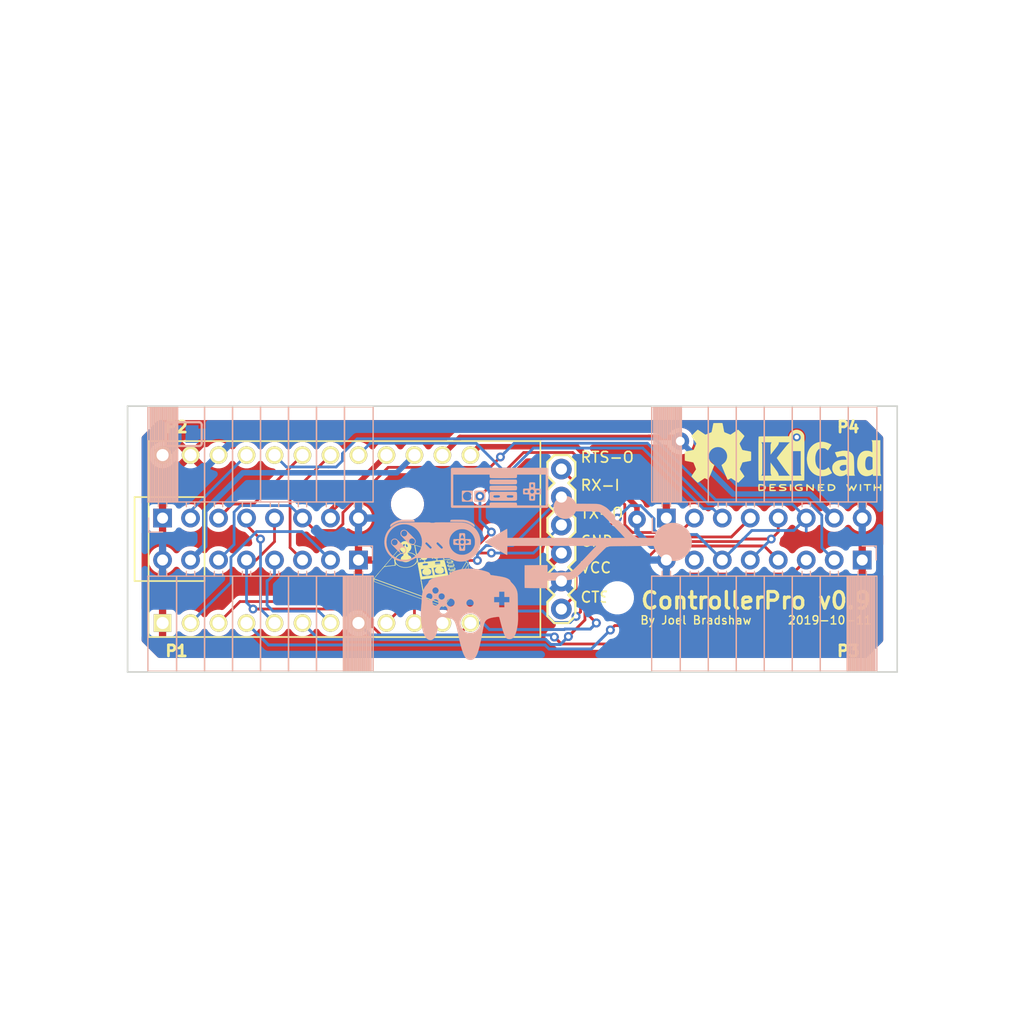
<source format=kicad_pcb>
(kicad_pcb (version 20171130) (host pcbnew 5.1.3-ffb9f22~84~ubuntu18.04.1)

  (general
    (thickness 1.6)
    (drawings 33)
    (tracks 288)
    (zones 0)
    (modules 13)
    (nets 25)
  )

  (page A4)
  (layers
    (0 Top signal)
    (31 Bottom signal)
    (32 B.Adhes user)
    (33 F.Adhes user)
    (34 B.Paste user)
    (35 F.Paste user)
    (36 B.SilkS user)
    (37 F.SilkS user)
    (38 B.Mask user)
    (39 F.Mask user)
    (40 Dwgs.User user)
    (41 Cmts.User user)
    (42 Eco1.User user)
    (43 Eco2.User user)
    (44 Edge.Cuts user)
    (45 Margin user)
    (46 B.CrtYd user)
    (47 F.CrtYd user)
    (48 B.Fab user hide)
    (49 F.Fab user)
  )

  (setup
    (last_trace_width 0.25)
    (user_trace_width 0.25)
    (user_trace_width 0.5)
    (trace_clearance 0.1524)
    (zone_clearance 0.4064)
    (zone_45_only yes)
    (trace_min 0.1524)
    (via_size 0.8)
    (via_drill 0.4)
    (via_min_size 0.508)
    (via_min_drill 0.254)
    (user_via 0.8 0.4)
    (user_via 1.6 0.8)
    (uvia_size 0.3)
    (uvia_drill 0.1)
    (uvias_allowed no)
    (uvia_min_size 0.2)
    (uvia_min_drill 0.1)
    (edge_width 0.15)
    (segment_width 0.2)
    (pcb_text_width 0.3)
    (pcb_text_size 1.5 1.5)
    (mod_edge_width 0.15)
    (mod_text_size 1 1)
    (mod_text_width 0.15)
    (pad_size 2.51 1)
    (pad_drill 0)
    (pad_to_mask_clearance 0.2)
    (aux_axis_origin 0 0)
    (visible_elements FFFFFF7F)
    (pcbplotparams
      (layerselection 0x010fc_ffffffff)
      (usegerberextensions false)
      (usegerberattributes false)
      (usegerberadvancedattributes false)
      (creategerberjobfile false)
      (excludeedgelayer true)
      (linewidth 0.100000)
      (plotframeref false)
      (viasonmask false)
      (mode 1)
      (useauxorigin false)
      (hpglpennumber 1)
      (hpglpenspeed 20)
      (hpglpendiameter 15.000000)
      (psnegative false)
      (psa4output false)
      (plotreference true)
      (plotvalue true)
      (plotinvisibletext false)
      (padsonsilk false)
      (subtractmaskfromsilk false)
      (outputformat 1)
      (mirror false)
      (drillshape 1)
      (scaleselection 1)
      (outputdirectory ""))
  )

  (net 0 "")
  (net 1 VCC)
  (net 2 GND)
  (net 3 S_OR_NES1)
  (net 4 S_OR_NES2)
  (net 5 S_OR_NES3)
  (net 6 "Net-(JP1-Pad2)")
  (net 7 S_OR_NES4)
  (net 8 FAST_DATA1)
  (net 9 SLOW_DATA1)
  (net 10 FAST_DATA2)
  (net 11 SLOW_DATA2)
  (net 12 FAST_DATA3)
  (net 13 SLOW_DATA3)
  (net 14 FAST_DATA4)
  (net 15 SLOW_DATA4)
  (net 16 /CLOCK)
  (net 17 /LATCH)
  (net 18 /BT_TX)
  (net 19 /BT_RX)
  (net 20 /BT_TS)
  (net 21 ENABLE1)
  (net 22 ENABLE2)
  (net 23 ENABLE3)
  (net 24 ENABLE4)

  (net_class Default "This is the default net class."
    (clearance 0.1524)
    (trace_width 0.25)
    (via_dia 0.8)
    (via_drill 0.4)
    (uvia_dia 0.3)
    (uvia_drill 0.1)
    (add_net /BT_RX)
    (add_net /BT_TS)
    (add_net /BT_TX)
    (add_net /CLOCK)
    (add_net /LATCH)
    (add_net ENABLE1)
    (add_net ENABLE2)
    (add_net ENABLE3)
    (add_net ENABLE4)
    (add_net FAST_DATA1)
    (add_net FAST_DATA2)
    (add_net FAST_DATA3)
    (add_net FAST_DATA4)
    (add_net "Net-(JP1-Pad2)")
    (add_net SLOW_DATA1)
    (add_net SLOW_DATA2)
    (add_net SLOW_DATA3)
    (add_net SLOW_DATA4)
    (add_net S_OR_NES4)
  )

  (net_class Power ""
    (clearance 0.1524)
    (trace_width 0.5)
    (via_dia 1.6)
    (via_drill 0.8)
    (uvia_dia 0.3)
    (uvia_drill 0.1)
    (add_net GND)
    (add_net S_OR_NES1)
    (add_net S_OR_NES2)
    (add_net S_OR_NES3)
    (add_net VCC)
  )

  (module controllerpro:RN42 (layer Top) (tedit 5D4602FC) (tstamp 5D487CC4)
    (at 152.4 105.41 180)
    (path /BABD3B23)
    (fp_text reference U2 (at -1.27 -8.89) (layer F.SilkS) hide
      (effects (font (size 1.27 1.27) (thickness 0.15)))
    )
    (fp_text value RN42 (at -1.27 8.89) (layer F.SilkS) hide
      (effects (font (size 1.27 1.27) (thickness 0.15)))
    )
    (fp_poly (pts (xy -40.64 8.001) (xy -33.9725 8.001) (xy -33.9725 -8.001) (xy -40.64 -8.001)) (layer Dwgs.User) (width 0))
    (fp_poly (pts (xy -0.254 6.604) (xy 0.254 6.604) (xy 0.254 6.096) (xy -0.254 6.096)) (layer F.Fab) (width 0))
    (fp_poly (pts (xy -0.254 4.064) (xy 0.254 4.064) (xy 0.254 3.556) (xy -0.254 3.556)) (layer F.Fab) (width 0))
    (fp_poly (pts (xy -0.254 1.524) (xy 0.254 1.524) (xy 0.254 1.016) (xy -0.254 1.016)) (layer F.Fab) (width 0))
    (fp_poly (pts (xy -0.254 -1.016) (xy 0.254 -1.016) (xy 0.254 -1.524) (xy -0.254 -1.524)) (layer F.Fab) (width 0))
    (fp_poly (pts (xy -0.254 -3.556) (xy 0.254 -3.556) (xy 0.254 -4.064) (xy -0.254 -4.064)) (layer F.Fab) (width 0))
    (fp_poly (pts (xy -0.254 -6.096) (xy 0.254 -6.096) (xy 0.254 -6.604) (xy -0.254 -6.604)) (layer F.Fab) (width 0))
    (fp_line (start -0.635 -7.62) (end 0.635 -7.62) (layer F.SilkS) (width 0.2032))
    (fp_line (start 1.27 5.715) (end 1.27 6.985) (layer F.SilkS) (width 0.2032))
    (fp_line (start 0.635 7.62) (end 1.27 6.985) (layer F.SilkS) (width 0.2032))
    (fp_line (start -1.27 6.985) (end -0.635 7.62) (layer F.SilkS) (width 0.2032))
    (fp_line (start -0.635 7.62) (end 0.635 7.62) (layer F.SilkS) (width 0.2032))
    (fp_line (start 1.27 4.445) (end 0.635 5.08) (layer F.SilkS) (width 0.2032))
    (fp_line (start 1.27 3.175) (end 1.27 4.445) (layer F.SilkS) (width 0.2032))
    (fp_line (start 0.635 2.54) (end 1.27 3.175) (layer F.SilkS) (width 0.2032))
    (fp_line (start -1.27 3.175) (end -0.635 2.54) (layer F.SilkS) (width 0.2032))
    (fp_line (start -1.27 4.445) (end -1.27 3.175) (layer F.SilkS) (width 0.2032))
    (fp_line (start -0.635 5.08) (end -1.27 4.445) (layer F.SilkS) (width 0.2032))
    (fp_line (start 0.635 5.08) (end 1.27 5.715) (layer F.SilkS) (width 0.2032))
    (fp_line (start -1.27 5.715) (end -0.635 5.08) (layer F.SilkS) (width 0.2032))
    (fp_line (start -1.27 6.985) (end -1.27 5.715) (layer F.SilkS) (width 0.2032))
    (fp_line (start 1.27 -1.905) (end 1.27 -0.635) (layer F.SilkS) (width 0.2032))
    (fp_line (start 0.635 0) (end 1.27 -0.635) (layer F.SilkS) (width 0.2032))
    (fp_line (start -1.27 -0.635) (end -0.635 0) (layer F.SilkS) (width 0.2032))
    (fp_line (start 1.27 1.905) (end 0.635 2.54) (layer F.SilkS) (width 0.2032))
    (fp_line (start 1.27 0.635) (end 1.27 1.905) (layer F.SilkS) (width 0.2032))
    (fp_line (start 0.635 0) (end 1.27 0.635) (layer F.SilkS) (width 0.2032))
    (fp_line (start -1.27 0.635) (end -0.635 0) (layer F.SilkS) (width 0.2032))
    (fp_line (start -1.27 1.905) (end -1.27 0.635) (layer F.SilkS) (width 0.2032))
    (fp_line (start -0.635 2.54) (end -1.27 1.905) (layer F.SilkS) (width 0.2032))
    (fp_line (start 1.27 -3.175) (end 0.635 -2.54) (layer F.SilkS) (width 0.2032))
    (fp_line (start 1.27 -4.445) (end 1.27 -3.175) (layer F.SilkS) (width 0.2032))
    (fp_line (start 0.635 -5.08) (end 1.27 -4.445) (layer F.SilkS) (width 0.2032))
    (fp_line (start -1.27 -4.445) (end -0.635 -5.08) (layer F.SilkS) (width 0.2032))
    (fp_line (start -1.27 -3.175) (end -1.27 -4.445) (layer F.SilkS) (width 0.2032))
    (fp_line (start -0.635 -2.54) (end -1.27 -3.175) (layer F.SilkS) (width 0.2032))
    (fp_line (start 0.635 -2.54) (end 1.27 -1.905) (layer F.SilkS) (width 0.2032))
    (fp_line (start -1.27 -1.905) (end -0.635 -2.54) (layer F.SilkS) (width 0.2032))
    (fp_line (start -1.27 -0.635) (end -1.27 -1.905) (layer F.SilkS) (width 0.2032))
    (fp_line (start 1.27 -5.715) (end 0.635 -5.08) (layer F.SilkS) (width 0.2032))
    (fp_line (start 1.27 -6.985) (end 1.27 -5.715) (layer F.SilkS) (width 0.2032))
    (fp_line (start 0.635 -7.62) (end 1.27 -6.985) (layer F.SilkS) (width 0.2032))
    (fp_line (start -1.27 -6.985) (end -0.635 -7.62) (layer F.SilkS) (width 0.2032))
    (fp_line (start -1.27 -5.715) (end -1.27 -6.985) (layer F.SilkS) (width 0.2032))
    (fp_line (start -0.635 -5.08) (end -1.27 -5.715) (layer F.SilkS) (width 0.2032))
    (fp_text user RX-I (at -1.651 4.318) (layer F.SilkS)
      (effects (font (size 0.9652 0.9652) (thickness 0.1524)) (justify left bottom))
    )
    (fp_text user CTS-I (at -1.651 -5.842) (layer F.SilkS)
      (effects (font (size 0.9652 0.9652) (thickness 0.1524)) (justify left bottom))
    )
    (fp_text user RTS-O (at -1.651 6.858) (layer F.SilkS)
      (effects (font (size 0.9652 0.9652) (thickness 0.1524)) (justify left bottom))
    )
    (fp_text user BlueSMiRF (at -5.842 3.302) (layer F.Fab)
      (effects (font (size 1.6891 1.6891) (thickness 0.2667)) (justify left bottom))
    )
    (fp_text user TX-O (at -1.651 1.778) (layer F.SilkS)
      (effects (font (size 0.9652 0.9652) (thickness 0.1524)) (justify left bottom))
    )
    (fp_text user GND (at -1.651 -0.762) (layer F.SilkS)
      (effects (font (size 0.9652 0.9652) (thickness 0.1524)) (justify left bottom))
    )
    (fp_text user VCC (at -1.651 -3.175) (layer F.SilkS)
      (effects (font (size 0.9652 0.9652) (thickness 0.1524)) (justify left bottom))
    )
    (fp_line (start -40.64 -8.001) (end -40.64 8.001) (layer F.Fab) (width 0.2032))
    (fp_line (start 1.27 -8.001) (end -40.64 -8.001) (layer F.Fab) (width 0.2032))
    (fp_line (start 1.27 8.001) (end 1.27 -8.001) (layer F.Fab) (width 0.2032))
    (fp_line (start -40.64 8.001) (end 1.27 8.001) (layer F.Fab) (width 0.2032))
    (pad CTS-I thru_hole circle (at 0 -6.35) (size 1.8796 1.8796) (drill 1.016) (layers *.Cu *.Mask)
      (net 20 /BT_TS))
    (pad VCC thru_hole circle (at 0 -3.81) (size 1.8796 1.8796) (drill 1.016) (layers *.Cu *.Mask)
      (net 1 VCC))
    (pad GND thru_hole circle (at 0 -1.27) (size 1.8796 1.8796) (drill 1.016) (layers *.Cu *.Mask)
      (net 2 GND))
    (pad TX-0 thru_hole circle (at 0 1.27) (size 1.8796 1.8796) (drill 1.016) (layers *.Cu *.Mask)
      (net 18 /BT_TX))
    (pad RX-I thru_hole circle (at 0 3.81) (size 1.8796 1.8796) (drill 1.016) (layers *.Cu *.Mask)
      (net 19 /BT_RX))
    (pad RTS-0 thru_hole circle (at 0 6.35) (size 1.8796 1.8796) (drill 1.016) (layers *.Cu *.Mask)
      (net 20 /BT_TS))
  )

  (module logos:nes_advantage (layer Top) (tedit 0) (tstamp 5D9A9F57)
    (at 139.7 108.585)
    (fp_text reference G*** (at -2.434075 -1.607557) (layer F.SilkS) hide
      (effects (font (size 1.524 1.524) (thickness 0.3)))
    )
    (fp_text value LOGO (at -1.684075 -1.607557) (layer F.SilkS) hide
      (effects (font (size 1.524 1.524) (thickness 0.3)))
    )
    (fp_poly (pts (xy -1.380975 -2.988596) (xy -1.342696 -2.982081) (xy -1.301909 -2.971069) (xy -1.26741 -2.959465)
      (xy -1.224687 -2.94243) (xy -1.186742 -2.923084) (xy -1.151134 -2.899825) (xy -1.115422 -2.871051)
      (xy -1.077165 -2.835158) (xy -1.075385 -2.83339) (xy -1.055143 -2.813524) (xy -1.037214 -2.796457)
      (xy -1.022896 -2.783381) (xy -1.013483 -2.775487) (xy -1.010468 -2.77368) (xy -1.004399 -2.772171)
      (xy -0.989709 -2.767861) (xy -0.967443 -2.761079) (xy -0.938645 -2.752154) (xy -0.904361 -2.741413)
      (xy -0.865635 -2.729185) (xy -0.823513 -2.715799) (xy -0.77904 -2.701582) (xy -0.73326 -2.686863)
      (xy -0.701789 -2.676694) (xy -0.676687 -2.668108) (xy -0.653923 -2.659489) (xy -0.635907 -2.651805)
      (xy -0.625049 -2.646023) (xy -0.624645 -2.645733) (xy -0.607864 -2.637685) (xy -0.585624 -2.633039)
      (xy -0.583256 -2.632815) (xy -0.570457 -2.630598) (xy -0.549857 -2.625678) (xy -0.523296 -2.618558)
      (xy -0.492616 -2.609737) (xy -0.459657 -2.599717) (xy -0.44704 -2.595738) (xy -0.406358 -2.582778)
      (xy -0.359845 -2.567962) (xy -0.31135 -2.552517) (xy -0.264726 -2.53767) (xy -0.22606 -2.525359)
      (xy -0.200564 -2.517239) (xy -0.166656 -2.506437) (xy -0.125603 -2.493357) (xy -0.078673 -2.478402)
      (xy -0.027135 -2.461976) (xy 0.027746 -2.444484) (xy 0.084701 -2.426329) (xy 0.142461 -2.407916)
      (xy 0.1905 -2.3926) (xy 0.247959 -2.374285) (xy 0.305674 -2.355897) (xy 0.362375 -2.33784)
      (xy 0.416796 -2.320516) (xy 0.467669 -2.304329) (xy 0.513726 -2.289683) (xy 0.553701 -2.276981)
      (xy 0.586324 -2.266625) (xy 0.60706 -2.260055) (xy 0.643668 -2.24845) (xy 0.681307 -2.236486)
      (xy 0.717443 -2.22497) (xy 0.749543 -2.214708) (xy 0.775074 -2.20651) (xy 0.77978 -2.204992)
      (xy 0.798415 -2.199018) (xy 0.825269 -2.190478) (xy 0.858866 -2.179836) (xy 0.897727 -2.167559)
      (xy 0.940377 -2.154114) (xy 0.985337 -2.139968) (xy 1.031132 -2.125587) (xy 1.038783 -2.123187)
      (xy 1.081912 -2.109612) (xy 1.122177 -2.096847) (xy 1.158509 -2.085237) (xy 1.189839 -2.075128)
      (xy 1.215095 -2.066865) (xy 1.23321 -2.060795) (xy 1.243113 -2.057264) (xy 1.244523 -2.056647)
      (xy 1.250735 -2.054343) (xy 1.265732 -2.049362) (xy 1.288583 -2.041999) (xy 1.318357 -2.032547)
      (xy 1.354122 -2.021299) (xy 1.394948 -2.008549) (xy 1.439902 -1.994591) (xy 1.488055 -1.979718)
      (xy 1.50876 -1.973346) (xy 1.579149 -1.9517) (xy 1.640451 -1.932832) (xy 1.693289 -1.916542)
      (xy 1.738289 -1.902631) (xy 1.776076 -1.890897) (xy 1.807276 -1.881142) (xy 1.832513 -1.873164)
      (xy 1.852412 -1.866765) (xy 1.8676 -1.861743) (xy 1.8787 -1.857898) (xy 1.886339 -1.855031)
      (xy 1.891141 -1.852942) (xy 1.893732 -1.85143) (xy 1.894736 -1.850295) (xy 1.89484 -1.849781)
      (xy 1.899404 -1.844044) (xy 1.911064 -1.838791) (xy 1.926773 -1.835066) (xy 1.941269 -1.83388)
      (xy 1.947584 -1.833617) (xy 1.955181 -1.832658) (xy 1.964942 -1.83075) (xy 1.977749 -1.827639)
      (xy 1.994482 -1.823071) (xy 2.016023 -1.816792) (xy 2.043254 -1.808549) (xy 2.077058 -1.798089)
      (xy 2.118314 -1.785156) (xy 2.167905 -1.769498) (xy 2.1971 -1.760252) (xy 2.270952 -1.736863)
      (xy 2.344528 -1.713604) (xy 2.420361 -1.689673) (xy 2.500986 -1.664272) (xy 2.58318 -1.63841)
      (xy 2.618432 -1.62729) (xy 2.656386 -1.61526) (xy 2.693606 -1.603414) (xy 2.726652 -1.592845)
      (xy 2.7432 -1.587521) (xy 2.775374 -1.577208) (xy 2.812697 -1.565357) (xy 2.850604 -1.55341)
      (xy 2.884532 -1.542811) (xy 2.88544 -1.54253) (xy 2.950199 -1.522424) (xy 3.005997 -1.505071)
      (xy 3.053581 -1.490223) (xy 3.093699 -1.477636) (xy 3.127096 -1.467064) (xy 3.154521 -1.458261)
      (xy 3.176719 -1.450981) (xy 3.194438 -1.444979) (xy 3.208424 -1.440008) (xy 3.219425 -1.435823)
      (xy 3.228187 -1.432178) (xy 3.235458 -1.428827) (xy 3.241983 -1.425525) (xy 3.243583 -1.424679)
      (xy 3.263 -1.416622) (xy 3.285084 -1.410584) (xy 3.293029 -1.409252) (xy 3.30639 -1.406623)
      (xy 3.327319 -1.401351) (xy 3.353744 -1.39401) (xy 3.383598 -1.385175) (xy 3.41376 -1.375756)
      (xy 3.437039 -1.368334) (xy 3.468693 -1.358309) (xy 3.507392 -1.346097) (xy 3.551811 -1.332116)
      (xy 3.600621 -1.316784) (xy 3.652497 -1.300516) (xy 3.706109 -1.283731) (xy 3.760132 -1.266845)
      (xy 3.77698 -1.261585) (xy 3.827712 -1.245665) (xy 3.875904 -1.230379) (xy 3.920612 -1.216036)
      (xy 3.960891 -1.202947) (xy 3.995799 -1.191423) (xy 4.02439 -1.181773) (xy 4.045721 -1.17431)
      (xy 4.058848 -1.169343) (xy 4.062377 -1.167699) (xy 4.072159 -1.159723) (xy 4.087694 -1.144187)
      (xy 4.109065 -1.120997) (xy 4.136357 -1.09006) (xy 4.169653 -1.051281) (xy 4.209038 -1.004567)
      (xy 4.22037 -0.991009) (xy 4.236443 -0.970297) (xy 4.248034 -0.952376) (xy 4.253871 -0.939249)
      (xy 4.254195 -0.937669) (xy 4.255183 -0.927909) (xy 4.256554 -0.909816) (xy 4.258189 -0.885204)
      (xy 4.259968 -0.85589) (xy 4.261771 -0.823687) (xy 4.262081 -0.81788) (xy 4.266201 -0.743601)
      (xy 4.271133 -0.660848) (xy 4.276773 -0.571268) (xy 4.283017 -0.476505) (xy 4.289762 -0.378207)
      (xy 4.290254 -0.371179) (xy 4.293065 -0.328681) (xy 4.294742 -0.294744) (xy 4.295099 -0.267812)
      (xy 4.293953 -0.24633) (xy 4.29112 -0.228744) (xy 4.286414 -0.213498) (xy 4.279652 -0.199038)
      (xy 4.27065 -0.183809) (xy 4.267444 -0.178794) (xy 4.257981 -0.164673) (xy 4.243982 -0.144448)
      (xy 4.226916 -0.12021) (xy 4.208251 -0.094051) (xy 4.195168 -0.075919) (xy 4.148752 -0.011914)
      (xy 4.107936 0.044363) (xy 4.072355 0.093412) (xy 4.041649 0.135731) (xy 4.015453 0.17182)
      (xy 3.993406 0.202179) (xy 3.975145 0.227307) (xy 3.960307 0.247702) (xy 3.948529 0.263865)
      (xy 3.93945 0.276295) (xy 3.93345 0.28448) (xy 3.925492 0.295398) (xy 3.9125 0.313329)
      (xy 3.895347 0.337062) (xy 3.874904 0.365384) (xy 3.852044 0.397085) (xy 3.827639 0.430954)
      (xy 3.802561 0.465778) (xy 3.777682 0.500348) (xy 3.753873 0.533452) (xy 3.732008 0.563878)
      (xy 3.712958 0.590415) (xy 3.697596 0.611853) (xy 3.686792 0.62698) (xy 3.682906 0.63246)
      (xy 3.67737 0.640304) (xy 3.666776 0.655303) (xy 3.651932 0.676317) (xy 3.633644 0.702204)
      (xy 3.612718 0.731821) (xy 3.589962 0.764028) (xy 3.578831 0.77978) (xy 3.554421 0.814353)
      (xy 3.530522 0.848257) (xy 3.50814 0.88006) (xy 3.488279 0.908334) (xy 3.471946 0.931646)
      (xy 3.460146 0.948568) (xy 3.457422 0.9525) (xy 3.444278 0.971395) (xy 3.427112 0.995885)
      (xy 3.407806 1.023293) (xy 3.388243 1.050945) (xy 3.380593 1.06172) (xy 3.347653 1.108222)
      (xy 3.313779 1.156384) (xy 3.2783 1.207178) (xy 3.240542 1.261574) (xy 3.199834 1.320544)
      (xy 3.155503 1.38506) (xy 3.106877 1.456092) (xy 3.053593 1.53416) (xy 3.024317 1.577093)
      (xy 2.996147 1.618385) (xy 2.969722 1.657098) (xy 2.945684 1.692294) (xy 2.924674 1.723035)
      (xy 2.907333 1.748382) (xy 2.894302 1.767397) (xy 2.886222 1.779143) (xy 2.885255 1.78054)
      (xy 2.877289 1.792062) (xy 2.864427 1.810721) (xy 2.847523 1.835275) (xy 2.827431 1.864485)
      (xy 2.805004 1.897109) (xy 2.781095 1.931908) (xy 2.764687 1.9558) (xy 2.716662 2.025678)
      (xy 2.673378 2.088507) (xy 2.633875 2.145645) (xy 2.597196 2.198456) (xy 2.562382 2.248299)
      (xy 2.528473 2.296535) (xy 2.494513 2.344525) (xy 2.459542 2.393631) (xy 2.422602 2.445213)
      (xy 2.382734 2.500632) (xy 2.33898 2.561249) (xy 2.3121 2.59842) (xy 2.28334 2.638188)
      (xy 2.253641 2.679291) (xy 2.224206 2.720063) (xy 2.196235 2.758838) (xy 2.170931 2.793951)
      (xy 2.149495 2.823736) (xy 2.136812 2.841389) (xy 2.111399 2.876693) (xy 2.090971 2.904646)
      (xy 2.07466 2.926201) (xy 2.061596 2.942312) (xy 2.050909 2.953929) (xy 2.041729 2.962007)
      (xy 2.033188 2.967498) (xy 2.024415 2.971353) (xy 2.015533 2.974233) (xy 1.983309 2.98084)
      (xy 1.954858 2.979801) (xy 1.93294 2.973488) (xy 1.921394 2.969134) (xy 1.90233 2.962175)
      (xy 1.877821 2.953357) (xy 1.849942 2.943429) (xy 1.8288 2.935961) (xy 1.795076 2.92401)
      (xy 1.758738 2.910995) (xy 1.723345 2.8982) (xy 1.692459 2.886909) (xy 1.68148 2.882847)
      (xy 1.652009 2.871968) (xy 1.620431 2.860442) (xy 1.590793 2.849739) (xy 1.56972 2.842236)
      (xy 1.529599 2.828047) (xy 1.488591 2.813442) (xy 1.448811 2.799181) (xy 1.412374 2.786026)
      (xy 1.381396 2.774738) (xy 1.3589 2.766416) (xy 1.339866 2.759358) (xy 1.314614 2.750092)
      (xy 1.28649 2.739842) (xy 1.25984 2.730191) (xy 1.231666 2.719989) (xy 1.197626 2.707602)
      (xy 1.16138 2.694365) (xy 1.126591 2.681616) (xy 1.11506 2.677376) (xy 1.080404 2.664693)
      (xy 1.041712 2.650646) (xy 1.003107 2.636725) (xy 0.96871 2.624419) (xy 0.96012 2.621369)
      (xy 0.932406 2.611468) (xy 0.906174 2.601951) (xy 0.883811 2.593693) (xy 0.867706 2.587572)
      (xy 0.8636 2.585937) (xy 0.85273 2.58166) (xy 0.836861 2.575682) (xy 0.815292 2.567752)
      (xy 0.787326 2.557616) (xy 0.752263 2.545023) (xy 0.709406 2.52972) (xy 0.658055 2.511454)
      (xy 0.62484 2.499664) (xy 0.574577 2.481779) (xy 0.524949 2.464018) (xy 0.476936 2.446739)
      (xy 0.431524 2.430302) (xy 0.389697 2.415067) (xy 0.352436 2.401394) (xy 0.320727 2.389643)
      (xy 0.295553 2.380172) (xy 0.277897 2.373341) (xy 0.268743 2.369511) (xy 0.268361 2.369321)
      (xy 0.258967 2.365351) (xy 0.241919 2.358956) (xy 0.219225 2.350859) (xy 0.192892 2.341783)
      (xy 0.176921 2.336413) (xy 0.147067 2.326325) (xy 0.117446 2.316057) (xy 0.090813 2.306583)
      (xy 0.069924 2.298875) (xy 0.0635 2.296388) (xy 0.045565 2.289466) (xy 0.020929 2.280211)
      (xy -0.007537 2.269692) (xy -0.036961 2.258974) (xy -0.04572 2.255817) (xy -0.08769 2.240698)
      (xy -0.129308 2.225629) (xy -0.17249 2.209913) (xy -0.219152 2.19285) (xy -0.27121 2.17374)
      (xy -0.33058 2.151884) (xy -0.34036 2.148279) (xy -0.367043 2.138441) (xy -0.389137 2.130297)
      (xy -0.407931 2.123381) (xy -0.424715 2.117226) (xy -0.440779 2.111365) (xy -0.457414 2.105332)
      (xy -0.475908 2.09866) (xy -0.497551 2.090884) (xy -0.523634 2.081536) (xy -0.555446 2.07015)
      (xy -0.594277 2.05626) (xy -0.64008 2.039877) (xy -0.693108 2.020883) (xy -0.737902 2.004773)
      (xy -0.775812 1.991045) (xy -0.808185 1.979202) (xy -0.836368 1.968743) (xy -0.861711 1.959168)
      (xy -0.88556 1.949979) (xy -0.909263 1.940675) (xy -0.929956 1.932442) (xy -0.952618 1.923626)
      (xy -0.981045 1.912918) (xy -1.011398 1.901751) (xy -1.036636 1.892685) (xy -1.065828 1.882244)
      (xy -1.096784 1.870995) (xy -1.125538 1.860391) (xy -1.14554 1.852869) (xy -1.169663 1.843882)
      (xy -1.199251 1.83318) (xy -1.23013 1.822259) (xy -1.25222 1.814622) (xy -1.279515 1.805175)
      (xy -1.314357 1.79291) (xy -1.354767 1.778542) (xy -1.398766 1.762784) (xy -1.444375 1.74635)
      (xy -1.489614 1.729953) (xy -1.532503 1.714307) (xy -1.571064 1.700125) (xy -1.603318 1.68812)
      (xy -1.60782 1.686427) (xy -1.636515 1.675741) (xy -1.667993 1.664218) (xy -1.697507 1.653588)
      (xy -1.71196 1.648476) (xy -1.750367 1.635017) (xy -1.780415 1.624446) (xy -1.803342 1.616318)
      (xy -1.820385 1.610184) (xy -1.832783 1.605595) (xy -1.841773 1.602105) (xy -1.848592 1.599264)
      (xy -1.85166 1.597909) (xy -1.860667 1.594252) (xy -1.877673 1.587706) (xy -1.90113 1.578853)
      (xy -1.929489 1.568276) (xy -1.961201 1.556556) (xy -1.9812 1.549216) (xy -2.048559 1.524535)
      (xy -2.113069 1.500856) (xy -2.173971 1.478458) (xy -2.230502 1.457624) (xy -2.281904 1.438634)
      (xy -2.327416 1.421771) (xy -2.366276 1.407314) (xy -2.397726 1.395546) (xy -2.421004 1.386748)
      (xy -2.43332 1.382001) (xy -2.449409 1.37584) (xy -2.473062 1.366984) (xy -2.502281 1.356171)
      (xy -2.535069 1.344139) (xy -2.569427 1.331625) (xy -2.58318 1.326644) (xy -2.664125 1.29737)
      (xy -2.736448 1.2712) (xy -2.801088 1.24779) (xy -2.858983 1.226798) (xy -2.911069 1.207884)
      (xy -2.958285 1.190704) (xy -3.001568 1.174917) (xy -3.041855 1.160181) (xy -3.080085 1.146155)
      (xy -3.117194 1.132495) (xy -3.154121 1.118861) (xy -3.191802 1.10491) (xy -3.22834 1.091353)
      (xy -3.273091 1.074739) (xy -3.317215 1.058364) (xy -3.359263 1.042765) (xy -3.397789 1.028479)
      (xy -3.431345 1.016043) (xy -3.458481 1.005993) (xy -3.477751 0.998868) (xy -3.4798 0.998111)
      (xy -3.513059 0.985817) (xy -3.554422 0.970495) (xy -3.602478 0.952667) (xy -3.655812 0.932861)
      (xy -3.713013 0.9116) (xy -3.772667 0.88941) (xy -3.83336 0.866816) (xy -3.893681 0.844342)
      (xy -3.90398 0.840503) (xy -3.940836 0.826769) (xy -3.976643 0.813434) (xy -4.009681 0.80114)
      (xy -4.038229 0.790525) (xy -4.060565 0.782231) (xy -4.07416 0.777195) (xy -4.106658 0.765137)
      (xy -4.145789 0.750525) (xy -4.188698 0.734428) (xy -4.232526 0.717919) (xy -4.24634 0.7127)
      (xy -4.264649 0.705577) (xy -4.278705 0.698869) (xy -4.289095 0.691172) (xy -4.296402 0.68108)
      (xy -4.301215 0.667185) (xy -4.304118 0.648083) (xy -4.305696 0.622367) (xy -4.306343 0.596403)
      (xy -4.281656 0.596403) (xy -4.281485 0.621653) (xy -4.280688 0.639685) (xy -4.279177 0.651964)
      (xy -4.276862 0.659955) (xy -4.275173 0.663114) (xy -4.266044 0.671143) (xy -4.249007 0.680674)
      (xy -4.225982 0.690635) (xy -4.225523 0.690813) (xy -4.20679 0.697974) (xy -4.179764 0.708224)
      (xy -4.14567 0.721103) (xy -4.105735 0.73615) (xy -4.061184 0.752908) (xy -4.013245 0.770914)
      (xy -3.963142 0.789709) (xy -3.912104 0.808835) (xy -3.861355 0.827829) (xy -3.812122 0.846233)
      (xy -3.765631 0.863587) (xy -3.723108 0.879431) (xy -3.68578 0.893305) (xy -3.67284 0.898102)
      (xy -3.632151 0.913177) (xy -3.585036 0.930634) (xy -3.534593 0.949324) (xy -3.483925 0.9681)
      (xy -3.43613 0.985813) (xy -3.40868 0.995986) (xy -3.338753 1.021898) (xy -3.277523 1.044574)
      (xy -3.224163 1.064319) (xy -3.177847 1.081436) (xy -3.137749 1.09623) (xy -3.103042 1.109005)
      (xy -3.072899 1.120064) (xy -3.046494 1.129712) (xy -3.023001 1.138253) (xy -3.001592 1.14599)
      (xy -2.981442 1.153229) (xy -2.97434 1.15577) (xy -2.942386 1.167209) (xy -2.908221 1.17947)
      (xy -2.875479 1.191245) (xy -2.847794 1.20123) (xy -2.84226 1.203232) (xy -2.812086 1.214145)
      (xy -2.777811 1.226532) (xy -2.744884 1.238422) (xy -2.7305 1.243613) (xy -2.700897 1.254333)
      (xy -2.667278 1.266579) (xy -2.631054 1.279828) (xy -2.593637 1.29356) (xy -2.556437 1.307255)
      (xy -2.520863 1.320392) (xy -2.488327 1.332451) (xy -2.46024 1.34291) (xy -2.438011 1.35125)
      (xy -2.423052 1.35695) (xy -2.41808 1.358916) (xy -2.40807 1.362805) (xy -2.390201 1.369509)
      (xy -2.366174 1.378399) (xy -2.337691 1.388848) (xy -2.306452 1.400226) (xy -2.29616 1.403957)
      (xy -2.262045 1.416353) (xy -2.227934 1.428821) (xy -2.196128 1.440514) (xy -2.16893 1.450586)
      (xy -2.148639 1.458191) (xy -2.1463 1.459079) (xy -2.122811 1.467946) (xy -2.09959 1.476583)
      (xy -2.080512 1.483553) (xy -2.07518 1.485457) (xy -2.06175 1.490293) (xy -2.041056 1.497856)
      (xy -2.015353 1.507317) (xy -1.986894 1.517849) (xy -1.9685 1.524683) (xy -1.914849 1.544618)
      (xy -1.8699 1.561224) (xy -1.832857 1.574775) (xy -1.802922 1.585542) (xy -1.779296 1.593798)
      (xy -1.761183 1.599814) (xy -1.747784 1.603863) (xy -1.738302 1.606217) (xy -1.731939 1.607148)
      (xy -1.727897 1.606928) (xy -1.727607 1.606858) (xy -1.718786 1.60707) (xy -1.716955 1.611037)
      (xy -1.712177 1.615312) (xy -1.698333 1.622343) (xy -1.676054 1.631856) (xy -1.64597 1.643576)
      (xy -1.621705 1.652546) (xy -1.586915 1.665184) (xy -1.550173 1.678532) (xy -1.514515 1.691487)
      (xy -1.482979 1.702946) (xy -1.46304 1.710192) (xy -1.43815 1.719156) (xy -1.406348 1.730486)
      (xy -1.370326 1.74323) (xy -1.332775 1.756436) (xy -1.296388 1.769151) (xy -1.29286 1.770379)
      (xy -1.259437 1.782048) (xy -1.2271 1.793416) (xy -1.197838 1.803779) (xy -1.173637 1.812431)
      (xy -1.156484 1.818668) (xy -1.15316 1.819906) (xy -1.135666 1.825832) (xy -1.121428 1.829471)
      (xy -1.113504 1.830044) (xy -1.113469 1.830032) (xy -1.105126 1.831578) (xy -1.100769 1.83534)
      (xy -1.093572 1.840044) (xy -1.079052 1.846709) (xy -1.059643 1.854466) (xy -1.03778 1.862447)
      (xy -1.015899 1.869784) (xy -0.996433 1.875608) (xy -0.981818 1.87905) (xy -0.97663 1.879614)
      (xy -0.967707 1.881374) (xy -0.9652 1.884301) (xy -0.960551 1.887853) (xy -0.947205 1.894369)
      (xy -0.926071 1.903494) (xy -0.898052 1.914868) (xy -0.864057 1.928137) (xy -0.82499 1.942941)
      (xy -0.781759 1.958925) (xy -0.735269 1.975731) (xy -0.71374 1.983391) (xy -0.68305 1.99428)
      (xy -0.654541 2.004435) (xy -0.630014 2.013212) (xy -0.611271 2.019966) (xy -0.600114 2.024052)
      (xy -0.59944 2.024306) (xy -0.588408 2.028389) (xy -0.570009 2.03509) (xy -0.546443 2.043613)
      (xy -0.519912 2.053159) (xy -0.508 2.057431) (xy -0.481659 2.066918) (xy -0.458097 2.075499)
      (xy -0.439262 2.082458) (xy -0.427103 2.087079) (xy -0.42418 2.088269) (xy -0.415286 2.091801)
      (xy -0.399346 2.097801) (xy -0.378888 2.105324) (xy -0.36322 2.110998) (xy -0.317072 2.127608)
      (xy -0.27894 2.141352) (xy -0.247276 2.152794) (xy -0.220532 2.162496) (xy -0.19716 2.171021)
      (xy -0.175612 2.178932) (xy -0.15434 2.186791) (xy -0.13462 2.194112) (xy -0.06588 2.219647)
      (xy -0.006076 2.241803) (xy 0.045361 2.260786) (xy 0.088999 2.276805) (xy 0.125409 2.290065)
      (xy 0.155159 2.300773) (xy 0.17882 2.309136) (xy 0.196961 2.315361) (xy 0.21015 2.319654)
      (xy 0.2159 2.321382) (xy 0.237589 2.328348) (xy 0.262241 2.337357) (xy 0.2794 2.344306)
      (xy 0.29393 2.350177) (xy 0.316147 2.358681) (xy 0.344142 2.369108) (xy 0.376006 2.380752)
      (xy 0.409829 2.392903) (xy 0.42418 2.397995) (xy 0.465051 2.412505) (xy 0.511119 2.428968)
      (xy 0.558668 2.446049) (xy 0.603984 2.462414) (xy 0.64262 2.476462) (xy 0.679337 2.489843)
      (xy 0.718169 2.503941) (xy 0.756253 2.517721) (xy 0.790729 2.530148) (xy 0.818733 2.540185)
      (xy 0.82042 2.540787) (xy 0.860335 2.555024) (xy 0.892065 2.566361) (xy 0.916995 2.575305)
      (xy 0.936513 2.58236) (xy 0.952005 2.588032) (xy 0.964857 2.592827) (xy 0.976456 2.597249)
      (xy 0.988189 2.601804) (xy 0.99314 2.603741) (xy 1.012077 2.610492) (xy 1.028664 2.615229)
      (xy 1.039552 2.617009) (xy 1.04013 2.616993) (xy 1.049033 2.618124) (xy 1.05156 2.620744)
      (xy 1.055845 2.625173) (xy 1.06299 2.627781) (xy 1.071776 2.630554) (xy 1.087893 2.636337)
      (xy 1.109241 2.644353) (xy 1.133725 2.653826) (xy 1.14046 2.656477) (xy 1.166136 2.666448)
      (xy 1.189938 2.675378) (xy 1.209522 2.682409) (xy 1.222541 2.686682) (xy 1.22428 2.687164)
      (xy 1.235242 2.690584) (xy 1.253498 2.696916) (xy 1.276876 2.705383) (xy 1.303204 2.715204)
      (xy 1.315452 2.719865) (xy 1.348723 2.732084) (xy 1.374504 2.740427) (xy 1.392209 2.744719)
      (xy 1.400495 2.745046) (xy 1.411436 2.745408) (xy 1.415065 2.749732) (xy 1.418763 2.753726)
      (xy 1.427734 2.758954) (xy 1.442808 2.765759) (xy 1.464819 2.774481) (xy 1.494597 2.785464)
      (xy 1.532975 2.799048) (xy 1.54686 2.803879) (xy 1.573044 2.813169) (xy 1.601332 2.823532)
      (xy 1.626456 2.833032) (xy 1.631176 2.834869) (xy 1.655025 2.843907) (xy 1.683167 2.854113)
      (xy 1.710223 2.863544) (xy 1.714996 2.865154) (xy 1.736067 2.872347) (xy 1.754371 2.878832)
      (xy 1.767118 2.883612) (xy 1.77038 2.884977) (xy 1.782587 2.889899) (xy 1.800974 2.896496)
      (xy 1.823294 2.904052) (xy 1.847301 2.911851) (xy 1.870746 2.919178) (xy 1.891383 2.925315)
      (xy 1.906964 2.929548) (xy 1.915242 2.931159) (xy 1.915313 2.93116) (xy 1.923123 2.934076)
      (xy 1.93383 2.941113) (xy 1.934093 2.94132) (xy 1.952926 2.949788) (xy 1.969798 2.95148)
      (xy 1.992586 2.95148) (xy 1.990441 2.887046) (xy 1.988977 2.856124) (xy 1.98695 2.834995)
      (xy 1.984315 2.823304) (xy 1.982208 2.820582) (xy 1.977167 2.81544) (xy 1.97653 2.808241)
      (xy 1.980616 2.804192) (xy 1.9812 2.80416) (xy 1.983861 2.799495) (xy 1.985521 2.787123)
      (xy 1.985878 2.77241) (xy 1.985316 2.757156) (xy 1.984234 2.748048) (xy 1.982915 2.74701)
      (xy 1.976715 2.751564) (xy 1.965487 2.75349) (xy 1.953139 2.752905) (xy 1.943578 2.749924)
      (xy 1.94056 2.74574) (xy 1.936349 2.739504) (xy 1.930699 2.73812) (xy 1.9212 2.736116)
      (xy 1.918123 2.733724) (xy 1.911736 2.730087) (xy 1.899504 2.726788) (xy 1.896873 2.726321)
      (xy 1.889126 2.724259) (xy 2.02692 2.724259) (xy 2.02692 2.75375) (xy 2.027741 2.770201)
      (xy 2.029865 2.782222) (xy 2.032059 2.786416) (xy 2.034273 2.792908) (xy 2.035523 2.808198)
      (xy 2.035732 2.830964) (xy 2.035395 2.845618) (xy 2.034788 2.87799) (xy 2.035253 2.902651)
      (xy 2.036748 2.918855) (xy 2.039231 2.92585) (xy 2.039885 2.92608) (xy 2.043282 2.922201)
      (xy 2.051445 2.911579) (xy 2.063231 2.895736) (xy 2.077495 2.876194) (xy 2.08091 2.87147)
      (xy 2.096559 2.849783) (xy 2.116428 2.822246) (xy 2.138796 2.791247) (xy 2.161939 2.759174)
      (xy 2.184133 2.728417) (xy 2.184463 2.72796) (xy 2.205676 2.698567) (xy 2.231148 2.663281)
      (xy 2.259187 2.624447) (xy 2.288101 2.584407) (xy 2.316198 2.545504) (xy 2.334852 2.51968)
      (xy 2.421644 2.398845) (xy 2.508974 2.275848) (xy 2.597904 2.149175) (xy 2.689494 2.017315)
      (xy 2.784802 1.878754) (xy 2.819899 1.827422) (xy 2.839696 1.798448) (xy 2.862965 1.764429)
      (xy 2.887428 1.728695) (xy 2.910804 1.694576) (xy 2.922471 1.677562) (xy 2.944543 1.645336)
      (xy 2.969222 1.60922) (xy 2.994137 1.572691) (xy 3.016915 1.539225) (xy 3.027255 1.524)
      (xy 3.076237 1.451889) (xy 3.119749 1.388023) (xy 3.157941 1.33218) (xy 3.190964 1.284142)
      (xy 3.218968 1.243689) (xy 3.226814 1.232425) (xy 3.243093 1.209082) (xy 3.258389 1.187129)
      (xy 3.271225 1.168686) (xy 3.280125 1.155875) (xy 3.28168 1.153629) (xy 3.289351 1.142652)
      (xy 3.30139 1.125561) (xy 3.316269 1.104518) (xy 3.332462 1.081685) (xy 3.335859 1.076904)
      (xy 3.346656 1.061672) (xy 3.3626 1.039124) (xy 3.382989 1.010252) (xy 3.407125 0.97605)
      (xy 3.434305 0.93751) (xy 3.463831 0.895626) (xy 3.495002 0.851389) (xy 3.527118 0.805794)
      (xy 3.545435 0.77978) (xy 3.599503 0.703048) (xy 3.648236 0.634032) (xy 3.692086 0.572097)
      (xy 3.731507 0.516608) (xy 3.766952 0.466932) (xy 3.798873 0.422433) (xy 3.827724 0.382478)
      (xy 3.853958 0.346431) (xy 3.878028 0.313659) (xy 3.885355 0.303749) (xy 3.901785 0.281419)
      (xy 3.922378 0.253209) (xy 3.945395 0.221512) (xy 3.969101 0.188719) (xy 3.991759 0.157222)
      (xy 3.993321 0.155043) (xy 4.014118 0.126126) (xy 4.039363 0.091166) (xy 4.067498 0.052314)
      (xy 4.096963 0.011722) (xy 4.126199 -0.028461) (xy 4.153616 -0.06604) (xy 4.177644 -0.099242)
      (xy 4.200275 -0.131121) (xy 4.220644 -0.160411) (xy 4.237885 -0.185846) (xy 4.251131 -0.206159)
      (xy 4.259517 -0.220083) (xy 4.261289 -0.22352) (xy 4.274297 -0.25146) (xy 4.255413 -0.54356)
      (xy 4.251919 -0.597612) (xy 4.248593 -0.649053) (xy 4.2455 -0.696915) (xy 4.242701 -0.740227)
      (xy 4.24026 -0.778017) (xy 4.238238 -0.809316) (xy 4.236699 -0.833153) (xy 4.235705 -0.848557)
      (xy 4.235354 -0.85402) (xy 4.234864 -0.855262) (xy 4.233521 -0.854969) (xy 4.231144 -0.852855)
      (xy 4.227556 -0.848631) (xy 4.222576 -0.842011) (xy 4.216028 -0.832708) (xy 4.207731 -0.820434)
      (xy 4.197506 -0.804902) (xy 4.185175 -0.785824) (xy 4.170559 -0.762914) (xy 4.153478 -0.735884)
      (xy 4.133755 -0.704447) (xy 4.11121 -0.668316) (xy 4.085663 -0.627203) (xy 4.056937 -0.580821)
      (xy 4.024853 -0.528883) (xy 3.989231 -0.471102) (xy 3.949892 -0.40719) (xy 3.906658 -0.33686)
      (xy 3.859349 -0.259825) (xy 3.807788 -0.175798) (xy 3.751794 -0.084491) (xy 3.691189 0.014383)
      (xy 3.625794 0.121111) (xy 3.555431 0.235981) (xy 3.4925 0.338737) (xy 3.411121 0.47167)
      (xy 3.334202 0.597413) (xy 3.261797 0.715877) (xy 3.19396 0.826973) (xy 3.130745 0.93061)
      (xy 3.072208 1.026698) (xy 3.018402 1.115148) (xy 2.969382 1.195871) (xy 2.925202 1.268775)
      (xy 2.885916 1.333772) (xy 2.85158 1.390771) (xy 2.822247 1.439683) (xy 2.797972 1.480418)
      (xy 2.77881 1.512887) (xy 2.764814 1.536999) (xy 2.756038 1.552664) (xy 2.752539 1.559794)
      (xy 2.752475 1.560179) (xy 2.750724 1.571063) (xy 2.744272 1.584399) (xy 2.735404 1.596686)
      (xy 2.726406 1.604426) (xy 2.72288 1.605495) (xy 2.718809 1.609817) (xy 2.709883 1.622293)
      (xy 2.696462 1.642356) (xy 2.678908 1.66944) (xy 2.65758 1.702979) (xy 2.632839 1.742408)
      (xy 2.605046 1.787159) (xy 2.57456 1.836668) (xy 2.54762 1.880722) (xy 2.512055 1.938952)
      (xy 2.472349 2.003793) (xy 2.429737 2.073235) (xy 2.385455 2.14527) (xy 2.34074 2.217889)
      (xy 2.296828 2.289083) (xy 2.254955 2.356843) (xy 2.216358 2.419161) (xy 2.20345 2.439962)
      (xy 2.02692 2.724259) (xy 1.889126 2.724259) (xy 1.882125 2.722396) (xy 1.870853 2.716828)
      (xy 1.870079 2.71621) (xy 1.862449 2.71201) (xy 1.847184 2.705368) (xy 1.826278 2.697094)
      (xy 1.801723 2.687997) (xy 1.79324 2.684981) (xy 1.767763 2.675985) (xy 1.745069 2.667908)
      (xy 1.727209 2.661485) (xy 1.71623 2.65745) (xy 1.7145 2.65678) (xy 1.704677 2.653014)
      (xy 1.686472 2.646213) (xy 1.660708 2.636677) (xy 1.628208 2.624706) (xy 1.589795 2.610599)
      (xy 1.546292 2.594657) (xy 1.498521 2.577178) (xy 1.447306 2.558463) (xy 1.393471 2.53881)
      (xy 1.337836 2.51852) (xy 1.281227 2.497893) (xy 1.224465 2.477227) (xy 1.168374 2.456823)
      (xy 1.113776 2.436981) (xy 1.061495 2.417999) (xy 1.012353 2.400178) (xy 0.967174 2.383817)
      (xy 0.92678 2.369216) (xy 0.891995 2.356674) (xy 0.863641 2.346491) (xy 0.842541 2.338968)
      (xy 0.829519 2.334402) (xy 0.8255 2.333088) (xy 0.813522 2.329328) (xy 0.8001 2.324024)
      (xy 0.792522 2.321051) (xy 0.776332 2.314957) (xy 0.752466 2.306088) (xy 0.721863 2.294787)
      (xy 0.685459 2.281401) (xy 0.644191 2.266274) (xy 0.598999 2.249752) (xy 0.550818 2.232179)
      (xy 0.525868 2.223094) (xy 0.463656 2.20058) (xy 0.409316 2.181172) (xy 0.363092 2.164955)
      (xy 0.32523 2.152011) (xy 0.295973 2.142423) (xy 0.275566 2.136274) (xy 0.264255 2.133646)
      (xy 0.261962 2.133765) (xy 0.253164 2.137601) (xy 0.240791 2.138477) (xy 0.229897 2.136414)
      (xy 0.22606 2.1336) (xy 0.218875 2.129291) (xy 0.213337 2.12852) (xy 0.204218 2.124193)
      (xy 0.197067 2.114567) (xy 0.189978 2.105131) (xy 0.17732 2.096931) (xy 0.15742 2.088709)
      (xy 0.138591 2.081883) (xy 0.113884 2.072894) (xy 0.086962 2.063073) (xy 0.06858 2.056354)
      (xy 0.064392 2.05486) (xy 0.22352 2.05486) (xy 0.22606 2.0574) (xy 0.2286 2.05486)
      (xy 0.22606 2.05232) (xy 0.22352 2.05486) (xy 0.064392 2.05486) (xy 0.045037 2.047956)
      (xy 0.023734 2.040753) (xy 0.007204 2.035576) (xy -0.001333 2.033366) (xy -0.012561 2.030039)
      (xy -0.018142 2.026334) (xy -0.024795 2.02295) (xy -0.03419 2.02184) (xy -0.047512 2.019279)
      (xy -0.05548 2.014987) (xy -0.064001 2.010163) (xy -0.079814 2.003224) (xy -0.100501 1.995042)
      (xy -0.123643 1.986486) (xy -0.146821 1.978429) (xy -0.167616 1.971739) (xy -0.18361 1.96729)
      (xy -0.19177 1.965918) (xy -0.200695 1.964289) (xy -0.2032 1.961551) (xy -0.207705 1.958236)
      (xy -0.219939 1.952563) (xy -0.237982 1.945352) (xy -0.25781 1.938156) (xy -0.281408 1.929849)
      (xy -0.302901 1.922098) (xy -0.319601 1.915883) (xy -0.32766 1.912695) (xy -0.340855 1.907511)
      (xy -0.359099 1.900851) (xy -0.37338 1.895886) (xy -0.39501 1.888364) (xy -0.417471 1.880264)
      (xy -0.42926 1.875861) (xy -0.445319 1.870701) (xy -0.458593 1.868111) (xy -0.46355 1.868176)
      (xy -0.470962 1.8674) (xy -0.47244 1.864732) (xy -0.476672 1.860241) (xy -0.482177 1.85928)
      (xy -0.491074 1.857485) (xy -0.493607 1.855307) (xy -0.49861 1.852596) (xy -0.511602 1.847094)
      (xy -0.530991 1.839388) (xy -0.555186 1.830067) (xy -0.582595 1.819718) (xy -0.611626 1.80893)
      (xy -0.640686 1.79829) (xy -0.668185 1.788387) (xy -0.692529 1.779808) (xy -0.712127 1.773142)
      (xy -0.725388 1.768977) (xy -0.730408 1.76784) (xy -0.740119 1.765659) (xy -0.745559 1.763352)
      (xy -0.764301 1.754578) (xy -0.786761 1.74521) (xy -0.810835 1.735987) (xy -0.834418 1.727645)
      (xy -0.855407 1.720923) (xy -0.871697 1.716559) (xy -0.881184 1.715289) (xy -0.882108 1.715482)
      (xy -0.891011 1.714384) (xy -0.895595 1.710624) (xy -0.902613 1.705954) (xy -0.916803 1.699133)
      (xy -0.935663 1.691126) (xy -0.956695 1.682897) (xy -0.977399 1.67541) (xy -0.995274 1.66963)
      (xy -1.00782 1.66652) (xy -1.010674 1.66624) (xy -1.020903 1.663616) (xy -1.023874 1.661565)
      (xy -1.030938 1.657485) (xy -1.044498 1.651541) (xy -1.05918 1.645919) (xy -1.077974 1.639165)
      (xy -1.102208 1.630471) (xy -1.127753 1.621319) (xy -1.13792 1.61768) (xy -1.163237 1.608598)
      (xy -1.189417 1.599165) (xy -1.212109 1.590951) (xy -1.2192 1.588371) (xy -1.232707 1.583462)
      (xy -1.254161 1.575686) (xy -1.281953 1.565624) (xy -1.314476 1.55386) (xy -1.35012 1.540975)
      (xy -1.387276 1.52755) (xy -1.38938 1.526791) (xy -1.425104 1.513868) (xy -1.458073 1.501901)
      (xy -1.486971 1.491373) (xy -1.510483 1.482762) (xy -1.527294 1.47655) (xy -1.536089 1.473216)
      (xy -1.5367 1.472967) (xy -1.546738 1.469028) (xy -1.565306 1.462044) (xy -1.59137 1.452396)
      (xy -1.623898 1.440465) (xy -1.661854 1.426633) (xy -1.695435 1.414453) (xy -1.716813 1.407031)
      (xy -1.735331 1.401177) (xy -1.748456 1.397664) (xy -1.752783 1.397) (xy -1.761381 1.395021)
      (xy -1.763607 1.392871) (xy -1.76902 1.389106) (xy -1.781392 1.383423) (xy -1.797953 1.376841)
      (xy -1.815935 1.37038) (xy -1.832571 1.365057) (xy -1.845091 1.361894) (xy -1.848988 1.36144)
      (xy -1.857743 1.359606) (xy -1.860127 1.357494) (xy -1.865184 1.354694) (xy -1.878202 1.349164)
      (xy -1.897541 1.341504) (xy -1.921564 1.332314) (xy -1.948631 1.322193) (xy -1.977103 1.311739)
      (xy -2.005342 1.301552) (xy -2.031709 1.292231) (xy -2.054566 1.284376) (xy -2.072273 1.278585)
      (xy -2.083192 1.275458) (xy -2.085509 1.27508) (xy -2.09614 1.272873) (xy -2.103189 1.27)
      (xy -2.1165 1.263281) (xy -2.123691 1.25964) (xy -2.13798 1.253295) (xy -2.156732 1.246142)
      (xy -2.176916 1.239193) (xy -2.195502 1.233464) (xy -2.209459 1.229966) (xy -2.214225 1.22936)
      (xy -2.222835 1.227717) (xy -2.22504 1.225219) (xy -2.229442 1.221634) (xy -2.240721 1.21631)
      (xy -2.255987 1.210308) (xy -2.272349 1.204687) (xy -2.286917 1.200508) (xy -2.296802 1.198829)
      (xy -2.297007 1.198828) (xy -2.305268 1.196755) (xy -2.307167 1.194755) (xy -2.312263 1.191741)
      (xy -2.324906 1.18626) (xy -2.343011 1.179074) (xy -2.364492 1.170946) (xy -2.387264 1.162637)
      (xy -2.409241 1.154911) (xy -2.428338 1.148529) (xy -2.442468 1.144254) (xy -2.449204 1.142838)
      (xy -2.458526 1.139822) (xy -2.466041 1.135218) (xy -2.478627 1.129207) (xy -2.48722 1.12776)
      (xy -2.499986 1.125454) (xy -2.512919 1.12045) (xy -2.548628 1.104432) (xy -2.58318 1.092003)
      (xy -2.600514 1.086126) (xy -2.616675 1.080069) (xy -2.61874 1.079227) (xy -2.629377 1.075112)
      (xy -2.647156 1.068553) (xy -2.669621 1.060445) (xy -2.69432 1.051681) (xy -2.69494 1.051463)
      (xy -2.721329 1.042035) (xy -2.747151 1.032549) (xy -2.769312 1.024157) (xy -2.78384 1.018377)
      (xy -2.804052 1.010517) (xy -2.824806 1.003315) (xy -2.83464 1.000312) (xy -2.849413 0.995744)
      (xy -2.860158 0.991655) (xy -2.86258 0.990372) (xy -2.87039 0.986763) (xy -2.883609 0.982104)
      (xy -2.88798 0.980748) (xy -2.90356 0.975758) (xy -2.916452 0.97111) (xy -2.91846 0.970285)
      (xy -2.928804 0.966186) (xy -2.944623 0.96028) (xy -2.95656 0.955967) (xy -2.976363 0.948824)
      (xy -3.000128 0.940125) (xy -3.020038 0.932747) (xy -3.038593 0.926249) (xy -3.05429 0.92152)
      (xy -3.063986 0.919497) (xy -3.064488 0.91948) (xy -3.072046 0.917463) (xy -3.0734 0.915204)
      (xy -3.077895 0.911757) (xy -3.089646 0.906921) (xy -3.10515 0.902027) (xy -3.123404 0.896525)
      (xy -3.138844 0.891199) (xy -3.146905 0.887783) (xy -3.157705 0.882882) (xy -3.175363 0.875816)
      (xy -3.197942 0.86727) (xy -3.2235 0.857929) (xy -3.250098 0.848478) (xy -3.275795 0.839603)
      (xy -3.298652 0.831989) (xy -3.316728 0.826321) (xy -3.328082 0.823285) (xy -3.330417 0.82296)
      (xy -3.340079 0.821153) (xy -3.343487 0.818329) (xy -3.348398 0.815974) (xy -3.362212 0.8104)
      (xy -3.38428 0.80185) (xy -3.413951 0.790566) (xy -3.450576 0.776789) (xy -3.493506 0.760763)
      (xy -3.542092 0.742728) (xy -3.595682 0.722928) (xy -3.653629 0.701603) (xy -3.715282 0.678998)
      (xy -3.779992 0.655352) (xy -3.81254 0.643489) (xy -4.2799 0.473279) (xy -4.281291 0.562468)
      (xy -4.281656 0.596403) (xy -4.306343 0.596403) (xy -4.306537 0.588631) (xy -4.306878 0.567394)
      (xy -4.307668 0.529046) (xy -4.308754 0.499901) (xy -4.310207 0.479002) (xy -4.312099 0.465393)
      (xy -4.314501 0.458119) (xy -4.315117 0.45726) (xy -4.321018 0.444693) (xy -4.321889 0.429497)
      (xy -4.318855 0.4191) (xy -4.267941 0.4191) (xy -3.633841 0.649796) (xy -3.481342 0.705281)
      (xy -3.337217 0.757726) (xy -3.200292 0.807558) (xy -3.069392 0.855206) (xy -2.943341 0.901098)
      (xy -2.820964 0.945663) (xy -2.701087 0.989327) (xy -2.582533 1.03252) (xy -2.464129 1.075669)
      (xy -2.344699 1.119203) (xy -2.223068 1.163549) (xy -2.09806 1.209136) (xy -1.968502 1.256392)
      (xy -1.833217 1.305745) (xy -1.72212 1.346279) (xy -1.649847 1.372644) (xy -1.579666 1.398237)
      (xy -1.512235 1.422817) (xy -1.448211 1.446145) (xy -1.388254 1.467981) (xy -1.333021 1.488087)
      (xy -1.283169 1.506223) (xy -1.239357 1.52215) (xy -1.202242 1.535627) (xy -1.172482 1.546417)
      (xy -1.150736 1.554279) (xy -1.137661 1.558973) (xy -1.13538 1.55978) (xy -1.118805 1.565672)
      (xy -1.094657 1.574365) (xy -1.064896 1.58515) (xy -1.031482 1.597315) (xy -0.996375 1.610148)
      (xy -0.9779 1.616923) (xy -0.938057 1.631536) (xy -0.894581 1.647455) (xy -0.850598 1.663537)
      (xy -0.809234 1.67864) (xy -0.773615 1.69162) (xy -0.76708 1.693997) (xy -0.680723 1.72542)
      (xy -0.600808 1.754532) (xy -0.527974 1.781103) (xy -0.462858 1.804899) (xy -0.406096 1.825687)
      (xy -0.36322 1.841435) (xy -0.333902 1.852169) (xy -0.306458 1.862121) (xy -0.282893 1.87057)
      (xy -0.265213 1.876796) (xy -0.25654 1.87973) (xy -0.238239 1.886193) (xy -0.218615 1.893949)
      (xy -0.214686 1.895626) (xy -0.20118 1.901223) (xy -0.191839 1.904574) (xy -0.189895 1.905)
      (xy -0.183962 1.906767) (xy -0.168816 1.911996) (xy -0.144756 1.920578) (xy -0.11208 1.932405)
      (xy -0.071089 1.947368) (xy -0.02208 1.965358) (xy 0.034647 1.986268) (xy 0.077878 2.002247)
      (xy 0.10519 2.012151) (xy 0.129684 2.020658) (xy 0.149564 2.027175) (xy 0.163033 2.031105)
      (xy 0.167748 2.032) (xy 0.177302 2.034428) (xy 0.18034 2.03708) (xy 0.186528 2.041819)
      (xy 0.192041 2.040193) (xy 0.19304 2.03681) (xy 0.192202 2.030267) (xy 0.189879 2.015455)
      (xy 0.186358 1.99411) (xy 0.181922 1.967969) (xy 0.181507 1.965569) (xy 0.203816 1.965569)
      (xy 0.20443 1.979371) (xy 0.209208 1.99898) (xy 0.213384 2.009878) (xy 0.21643 2.011707)
      (xy 0.218001 2.005529) (xy 0.217752 1.992405) (xy 0.216061 1.977965) (xy 0.213881 1.9685)
      (xy 0.2286 1.9685) (xy 0.23114 1.97104) (xy 0.23368 1.9685) (xy 0.23114 1.96596)
      (xy 0.2286 1.9685) (xy 0.213881 1.9685) (xy 0.213135 1.965265) (xy 0.209565 1.958716)
      (xy 0.207953 1.958541) (xy 0.203816 1.965569) (xy 0.181507 1.965569) (xy 0.177791 1.9441)
      (xy 0.172508 1.913871) (xy 0.167929 1.887773) (xy 0.167599 1.885904) (xy 0.190373 1.885904)
      (xy 0.19137 1.90029) (xy 0.19383 1.916572) (xy 0.197189 1.931621) (xy 0.200884 1.942313)
      (xy 0.20386 1.94564) (xy 0.207765 1.941645) (xy 0.207966 1.93929) (xy 0.2069 1.931273)
      (xy 0.204425 1.916591) (xy 0.201748 1.902036) (xy 0.218841 1.902036) (xy 0.219775 1.908625)
      (xy 0.221509 1.908704) (xy 0.222721 1.901905) (xy 0.22191 1.898967) (xy 0.219654 1.897043)
      (xy 0.218841 1.902036) (xy 0.201748 1.902036) (xy 0.201364 1.899954) (xy 0.197537 1.882543)
      (xy 0.1952 1.876636) (xy 0.213761 1.876636) (xy 0.214695 1.883225) (xy 0.216429 1.883304)
      (xy 0.217641 1.876505) (xy 0.21683 1.873567) (xy 0.214574 1.871643) (xy 0.213761 1.876636)
      (xy 0.1952 1.876636) (xy 0.194417 1.874657) (xy 0.191755 1.875707) (xy 0.191402 1.876539)
      (xy 0.190373 1.885904) (xy 0.167599 1.885904) (xy 0.163692 1.863792) (xy 0.159438 1.839916)
      (xy 0.154807 1.814132) (xy 0.149438 1.784428) (xy 0.142971 1.74879) (xy 0.135046 1.705207)
      (xy 0.134888 1.70434) (xy 0.126749 1.65962) (xy 0.120165 1.623499) (xy 0.114877 1.594577)
      (xy 0.110629 1.571455) (xy 0.107162 1.552735) (xy 0.104217 1.537017) (xy 0.101538 1.522903)
      (xy 0.098866 1.508994) (xy 0.098821 1.50876) (xy 0.09159 1.470605) (xy 0.083216 1.425279)
      (xy 0.074216 1.375632) (xy 0.065103 1.324516) (xy 0.056395 1.274784) (xy 0.053378 1.2573)
      (xy 0.044009 1.20269) (xy 0.036222 1.157117) (xy 0.029857 1.119607) (xy 0.024753 1.089186)
      (xy 0.020749 1.064882) (xy 0.017685 1.045721) (xy 0.0154 1.03073) (xy 0.013734 1.018936)
      (xy 0.01271 1.01092) (xy 0.010166 0.992982) (xy 0.006289 0.969244) (xy 0.001768 0.94386)
      (xy 0.00004 0.93472) (xy -0.010325 0.880712) (xy -0.019362 0.833045) (xy -0.027737 0.78814)
      (xy -0.036113 0.742418) (xy -0.045154 0.692299) (xy -0.050858 0.6604) (xy -0.057661 0.62244)
      (xy -0.064763 0.583116) (xy -0.071669 0.545143) (xy -0.077886 0.511239) (xy -0.082918 0.48412)
      (xy -0.083613 0.480415) (xy -0.063727 0.480415) (xy -0.061794 0.482476) (xy -0.058783 0.4826)
      (xy -0.052337 0.486216) (xy -0.050999 0.493428) (xy -0.055569 0.498686) (xy -0.056786 0.504161)
      (xy -0.055802 0.517667) (xy -0.052798 0.537358) (xy -0.050658 0.54864) (xy -0.046423 0.570782)
      (xy -0.04309 0.590158) (xy -0.04113 0.603929) (xy -0.040809 0.607967) (xy -0.03744 0.620388)
      (xy -0.03338 0.626294) (xy -0.028421 0.637284) (xy -0.026975 0.65552) (xy -0.02703 0.657321)
      (xy -0.026026 0.675663) (xy -0.021372 0.68512) (xy -0.020903 0.685439) (xy -0.016184 0.694004)
      (xy -0.017109 0.702711) (xy -0.01807 0.71548) (xy -0.016717 0.732642) (xy -0.015469 0.740086)
      (xy -0.012866 0.753389) (xy -0.008825 0.774374) (xy -0.003784 0.800743) (xy 0.001816 0.830192)
      (xy 0.005495 0.84963) (xy 0.011055 0.877548) (xy 0.016388 0.901619) (xy 0.021091 0.920217)
      (xy 0.024759 0.931719) (xy 0.026663 0.93472) (xy 0.029436 0.939065) (xy 0.028654 0.950196)
      (xy 0.028624 0.950349) (xy 0.028202 0.961292) (xy 0.029334 0.979717) (xy 0.031801 1.003104)
      (xy 0.035383 1.028933) (xy 0.035605 1.030359) (xy 0.040596 1.061851) (xy 0.044418 1.084687)
      (xy 0.047436 1.100254) (xy 0.050014 1.109941) (xy 0.052517 1.115136) (xy 0.055309 1.117226)
      (xy 0.058516 1.1176) (xy 0.063485 1.121817) (xy 0.06602 1.131426) (xy 0.065708 1.141861)
      (xy 0.062132 1.148554) (xy 0.061365 1.148926) (xy 0.060505 1.154285) (xy 0.061429 1.167883)
      (xy 0.063837 1.188015) (xy 0.067432 1.212975) (xy 0.071915 1.241059) (xy 0.076985 1.270561)
      (xy 0.082345 1.299777) (xy 0.087696 1.327) (xy 0.092739 1.350526) (xy 0.097174 1.36865)
      (xy 0.100704 1.379667) (xy 0.102246 1.382146) (xy 0.10586 1.388865) (xy 0.109416 1.4026)
      (xy 0.112449 1.420216) (xy 0.114493 1.438577) (xy 0.115083 1.454548) (xy 0.114269 1.46318)
      (xy 0.114635 1.477911) (xy 0.118551 1.484345) (xy 0.123347 1.492781) (xy 0.128287 1.507197)
      (xy 0.13282 1.524884) (xy 0.136399 1.543129) (xy 0.138474 1.559222) (xy 0.138497 1.570453)
      (xy 0.136725 1.574098) (xy 0.13434 1.577346) (xy 0.137855 1.580309) (xy 0.142537 1.588746)
      (xy 0.144704 1.606217) (xy 0.144835 1.612934) (xy 0.146213 1.632776) (xy 0.150112 1.643982)
      (xy 0.151777 1.645535) (xy 0.156524 1.654419) (xy 0.156667 1.670715) (xy 0.156223 1.683621)
      (xy 0.157496 1.690983) (xy 0.158346 1.69164) (xy 0.160554 1.696122) (xy 0.161424 1.707237)
      (xy 0.161367 1.71069) (xy 0.161902 1.725384) (xy 0.163998 1.743585) (xy 0.167145 1.762631)
      (xy 0.170835 1.779864) (xy 0.174558 1.792623) (xy 0.177806 1.79825) (xy 0.178134 1.79832)
      (xy 0.180261 1.802927) (xy 0.181475 1.814898) (xy 0.181559 1.828567) (xy 0.181938 1.849671)
      (xy 0.184407 1.861791) (xy 0.188846 1.864507) (xy 0.191166 1.862846) (xy 0.191889 1.856746)
      (xy 0.191223 1.842953) (xy 0.189324 1.823815) (xy 0.18767 1.810821) (xy 0.184718 1.787802)
      (xy 0.183483 1.772821) (xy 0.183987 1.763893) (xy 0.186252 1.75904) (xy 0.188273 1.757378)
      (xy 0.192564 1.753647) (xy 0.187237 1.752681) (xy 0.18692 1.752677) (xy 0.179283 1.74783)
      (xy 0.175441 1.73609) (xy 0.171283 1.711343) (xy 0.16654 1.682495) (xy 0.16172 1.6527)
      (xy 0.157332 1.625114) (xy 0.153884 1.602892) (xy 0.152722 1.59512) (xy 0.150457 1.580752)
      (xy 0.146784 1.558711) (xy 0.142099 1.531323) (xy 0.136798 1.500912) (xy 0.132794 1.47828)
      (xy 0.125136 1.43489) (xy 0.116785 1.386872) (xy 0.108147 1.336621) (xy 0.099631 1.286537)
      (xy 0.091643 1.239019) (xy 0.084592 1.196464) (xy 0.078886 1.16127) (xy 0.078403 1.15824)
      (xy 0.074411 1.135069) (xy 0.070045 1.11278) (xy 0.066131 1.095533) (xy 0.065458 1.09299)
      (xy 0.06215 1.078299) (xy 0.062692 1.070297) (xy 0.065671 1.067027) (xy 0.068556 1.062994)
      (xy 0.063396 1.059843) (xy 0.057769 1.054875) (xy 0.056248 1.044238) (xy 0.05675 1.036319)
      (xy 0.057094 1.023299) (xy 0.055593 1.015541) (xy 0.054796 1.014773) (xy 0.051932 1.00947)
      (xy 0.048403 0.997009) (xy 0.045515 0.98298) (xy 0.041023 0.961197) (xy 0.035469 0.938979)
      (xy 0.032307 0.928239) (xy 0.027676 0.909457) (xy 0.028031 0.895091) (xy 0.029764 0.888869)
      (xy 0.032539 0.877919) (xy 0.030286 0.873907) (xy 0.028913 0.87376) (xy 0.025294 0.869068)
      (xy 0.021262 0.85649) (xy 0.017173 0.83827) (xy 0.013382 0.816653) (xy 0.010247 0.793881)
      (xy 0.008124 0.772201) (xy 0.007368 0.753856) (xy 0.008077 0.742504) (xy 0.009581 0.728958)
      (xy 0.007938 0.722745) (xy 0.003189 0.72136) (xy -0.003995 0.7203) (xy -0.00508 0.719266)
      (xy -0.005995 0.713648) (xy -0.008423 0.700593) (xy -0.011892 0.68263) (xy -0.012927 0.677356)
      (xy -0.021654 0.630923) (xy -0.027621 0.594206) (xy -0.030824 0.56722) (xy -0.031263 0.54998)
      (xy -0.028936 0.542501) (xy -0.02886 0.54245) (xy -0.026895 0.539298) (xy -0.03175 0.538557)
      (xy -0.038895 0.534931) (xy -0.040364 0.526734) (xy -0.036296 0.517729) (xy -0.030814 0.513258)
      (xy -0.020529 0.508742) (xy -0.013373 0.509112) (xy -0.008335 0.515678) (xy -0.004405 0.529751)
      (xy -0.000601 0.55245) (xy 0.002976 0.575521) (xy 0.006611 0.597346) (xy 0.009652 0.61405)
      (xy 0.010295 0.61722) (xy 0.01563 0.643506) (xy 0.022112 0.677003) (xy 0.029216 0.714902)
      (xy 0.03642 0.754391) (xy 0.043199 0.79266) (xy 0.045798 0.80772) (xy 0.05106 0.837633)
      (xy 0.05687 0.869275) (xy 0.062442 0.898432) (xy 0.066159 0.91694) (xy 0.069454 0.933526)
      (xy 0.074197 0.958439) (xy 0.08008 0.989997) (xy 0.086793 1.026521) (xy 0.094024 1.066331)
      (xy 0.101465 1.107745) (xy 0.104127 1.12268) (xy 0.111304 1.163012) (xy 0.118112 1.201239)
      (xy 0.124293 1.235912) (xy 0.129588 1.265583) (xy 0.133739 1.288806) (xy 0.136487 1.304132)
      (xy 0.137204 1.3081) (xy 0.139683 1.321829) (xy 0.143525 1.343194) (xy 0.148304 1.36983)
      (xy 0.153596 1.399369) (xy 0.156807 1.41732) (xy 0.161875 1.445612) (xy 0.168313 1.481489)
      (xy 0.175687 1.522535) (xy 0.183563 1.566337) (xy 0.191508 1.61048) (xy 0.197893 1.64592)
      (xy 0.211153 1.719905) (xy 0.222894 1.786274) (xy 0.23305 1.844645) (xy 0.241558 1.894636)
      (xy 0.248351 1.935864) (xy 0.253365 1.967949) (xy 0.256536 1.990507) (xy 0.256907 1.993539)
      (xy 0.260657 2.015819) (xy 0.26622 2.038936) (xy 0.269469 2.049419) (xy 0.278461 2.07518)
      (xy 0.42498 2.127855) (xy 0.461911 2.141158) (xy 0.49609 2.153519) (xy 0.526252 2.164476)
      (xy 0.551131 2.173568) (xy 0.56946 2.180333) (xy 0.579973 2.184309) (xy 0.58166 2.184995)
      (xy 0.591987 2.189136) (xy 0.609303 2.195684) (xy 0.631006 2.203689) (xy 0.654494 2.212204)
      (xy 0.677165 2.22028) (xy 0.696418 2.226967) (xy 0.70104 2.228528) (xy 0.718695 2.234737)
      (xy 0.735081 2.240974) (xy 0.73914 2.242643) (xy 0.750552 2.24708) (xy 0.768611 2.253655)
      (xy 0.790324 2.26129) (xy 0.80264 2.265516) (xy 0.825087 2.27329) (xy 0.845512 2.280617)
      (xy 0.860921 2.286411) (xy 0.86614 2.288536) (xy 0.88068 2.294413) (xy 0.898579 2.301097)
      (xy 0.90424 2.3031) (xy 0.919844 2.308608) (xy 0.941072 2.316204) (xy 0.964007 2.324486)
      (xy 0.97028 2.326764) (xy 0.99298 2.334957) (xy 1.015087 2.34282) (xy 1.032684 2.348963)
      (xy 1.03632 2.350203) (xy 1.052396 2.355895) (xy 1.065833 2.361088) (xy 1.06934 2.362601)
      (xy 1.079723 2.366815) (xy 1.095601 2.372671) (xy 1.10744 2.376809) (xy 1.131045 2.384976)
      (xy 1.156183 2.393855) (xy 1.180426 2.402568) (xy 1.201343 2.410238) (xy 1.216506 2.415987)
      (xy 1.22174 2.418109) (xy 1.231187 2.421706) (xy 1.247261 2.427366) (xy 1.266924 2.434025)
      (xy 1.27254 2.435884) (xy 1.293121 2.44295) (xy 1.311368 2.44972) (xy 1.324005 2.454965)
      (xy 1.32588 2.455881) (xy 1.349617 2.466022) (xy 1.373715 2.472629) (xy 1.394047 2.4746)
      (xy 1.39573 2.474499) (xy 1.40851 2.475336) (xy 1.41224 2.47995) (xy 1.416448 2.486559)
      (xy 1.42621 2.492621) (xy 1.440567 2.4984) (xy 1.459513 2.50564) (xy 1.48076 2.513516)
      (xy 1.502023 2.521202) (xy 1.521013 2.527874) (xy 1.535444 2.532707) (xy 1.54303 2.534875)
      (xy 1.543452 2.53492) (xy 1.550415 2.536841) (xy 1.563229 2.541766) (xy 1.572884 2.545888)
      (xy 1.585879 2.551187) (xy 1.606225 2.558955) (xy 1.631657 2.568377) (xy 1.659911 2.578638)
      (xy 1.688724 2.588921) (xy 1.71583 2.598411) (xy 1.738966 2.606293) (xy 1.754987 2.611482)
      (xy 1.76949 2.616716) (xy 1.78657 2.623877) (xy 1.790547 2.625694) (xy 1.808094 2.632802)
      (xy 1.825575 2.638273) (xy 1.8288 2.63903) (xy 1.844011 2.643228) (xy 1.856366 2.648198)
      (xy 1.85674 2.6484) (xy 1.876397 2.657354) (xy 1.897339 2.664018) (xy 1.914803 2.666901)
      (xy 1.915886 2.666923) (xy 1.926952 2.669608) (xy 1.932284 2.674744) (xy 1.939104 2.680225)
      (xy 1.946798 2.679598) (xy 1.960058 2.680179) (xy 1.968098 2.68385) (xy 1.980674 2.688696)
      (xy 1.992104 2.686253) (xy 1.99855 2.677881) (xy 2.000287 2.671836) (xy 2.004608 2.656746)
      (xy 2.006396 2.650495) (xy 2.038092 2.650495) (xy 2.04084 2.64922) (xy 2.044375 2.644049)
      (xy 2.052742 2.631046) (xy 2.065434 2.611018) (xy 2.081943 2.584777) (xy 2.101762 2.553131)
      (xy 2.124382 2.516891) (xy 2.149298 2.476867) (xy 2.175999 2.433867) (xy 2.19051 2.41046)
      (xy 2.260328 2.297659) (xy 2.324758 2.19335) (xy 2.383855 2.097444) (xy 2.437672 2.009851)
      (xy 2.486261 1.930484) (xy 2.529678 1.859252) (xy 2.567974 1.796068) (xy 2.601205 1.740842)
      (xy 2.629424 1.693486) (xy 2.652683 1.653911) (xy 2.671037 1.622028) (xy 2.68454 1.597749)
      (xy 2.693244 1.580983) (xy 2.697204 1.571644) (xy 2.69748 1.570135) (xy 2.69937 1.558754)
      (xy 2.70644 1.554015) (xy 2.70891 1.55356) (xy 2.714145 1.552688) (xy 2.717385 1.550697)
      (xy 2.718674 1.545864) (xy 2.718055 1.536466) (xy 2.71557 1.520777) (xy 2.711264 1.497075)
      (xy 2.710439 1.492587) (xy 2.706936 1.471985) (xy 2.704537 1.454829) (xy 2.703602 1.443841)
      (xy 2.703717 1.441787) (xy 2.700857 1.43695) (xy 2.69113 1.436562) (xy 2.680814 1.436097)
      (xy 2.677301 1.430464) (xy 2.67716 1.427672) (xy 2.680655 1.419051) (xy 2.68732 1.41732)
      (xy 2.695574 1.415192) (xy 2.69748 1.41224) (xy 2.693365 1.407733) (xy 2.68986 1.40716)
      (xy 2.683125 1.403093) (xy 2.68224 1.39954) (xy 2.686351 1.392945) (xy 2.690452 1.39192)
      (xy 2.69614 1.389343) (xy 2.695398 1.38049) (xy 2.694137 1.375017) (xy 2.692484 1.36573)
      (xy 2.6903 1.351645) (xy 2.687444 1.33178) (xy 2.683778 1.305153) (xy 2.679161 1.270781)
      (xy 2.673453 1.227681) (xy 2.670999 1.20904) (xy 2.669329 1.19634) (xy 2.661814 1.210136)
      (xy 2.65791 1.216673) (xy 2.649067 1.231088) (xy 2.63574 1.252649) (xy 2.618385 1.280624)
      (xy 2.597456 1.314282) (xy 2.573408 1.352891) (xy 2.546698 1.395719) (xy 2.517781 1.442034)
      (xy 2.487111 1.491104) (xy 2.465848 1.525096) (xy 2.4344 1.575361) (xy 2.404495 1.623174)
      (xy 2.376578 1.667826) (xy 2.351089 1.708608) (xy 2.328472 1.744813) (xy 2.309169 1.775731)
      (xy 2.293621 1.800655) (xy 2.282273 1.818875) (xy 2.275566 1.829685) (xy 2.273872 1.832457)
      (xy 2.271955 1.838196) (xy 2.26746 1.852962) (xy 2.260601 1.876016) (xy 2.251595 1.906618)
      (xy 2.240657 1.944028) (xy 2.228003 1.987505) (xy 2.213849 2.03631) (xy 2.19841 2.089702)
      (xy 2.181902 2.146941) (xy 2.164541 2.207287) (xy 2.156302 2.235974) (xy 2.138605 2.297622)
      (xy 2.121672 2.356596) (xy 2.105719 2.412145) (xy 2.090962 2.46352) (xy 2.077615 2.50997)
      (xy 2.065896 2.550744) (xy 2.056019 2.585091) (xy 2.048201 2.612262) (xy 2.042657 2.631506)
      (xy 2.039602 2.642072) (xy 2.039097 2.643796) (xy 2.038092 2.650495) (xy 2.006396 2.650495)
      (xy 2.011305 2.633337) (xy 2.020171 2.602333) (xy 2.031 2.564459) (xy 2.043583 2.52044)
      (xy 2.057713 2.471002) (xy 2.073185 2.416868) (xy 2.089789 2.358764) (xy 2.107319 2.297414)
      (xy 2.120741 2.25044) (xy 2.138909 2.186954) (xy 2.156399 2.12604) (xy 2.172993 2.068439)
      (xy 2.188476 2.014893) (xy 2.202632 1.966141) (xy 2.215245 1.922926) (xy 2.226098 1.885988)
      (xy 2.234976 1.856069) (xy 2.241662 1.833908) (xy 2.24594 1.820248) (xy 2.247405 1.8161)
      (xy 2.251195 1.809353) (xy 2.25994 1.794725) (xy 2.273191 1.77294) (xy 2.290501 1.744722)
      (xy 2.311424 1.710794) (xy 2.335512 1.671881) (xy 2.362317 1.628706) (xy 2.391394 1.581994)
      (xy 2.422293 1.532468) (xy 2.448231 1.49098) (xy 2.490806 1.422767) (xy 2.527901 1.362961)
      (xy 2.559581 1.311452) (xy 2.585912 1.268131) (xy 2.606959 1.232891) (xy 2.622785 1.205623)
      (xy 2.633457 1.186219) (xy 2.639039 1.174571) (xy 2.639946 1.17094) (xy 2.638096 1.163345)
      (xy 2.634061 1.147391) (xy 2.628217 1.124551) (xy 2.620944 1.096296) (xy 2.612617 1.064099)
      (xy 2.606067 1.03886) (xy 2.604363 1.03227) (xy 2.628716 1.03227) (xy 2.629189 1.037529)
      (xy 2.631691 1.050504) (xy 2.635784 1.069055) (xy 2.639453 1.084599) (xy 2.644715 1.107748)
      (xy 2.648887 1.128763) (xy 2.651411 1.144689) (xy 2.651904 1.15062) (xy 2.652756 1.160044)
      (xy 2.655257 1.160032) (xy 2.65641 1.15824) (xy 2.657566 1.14928) (xy 2.656604 1.138072)
      (xy 2.706921 1.138072) (xy 2.70855 1.183682) (xy 2.709728 1.203796) (xy 2.711516 1.219387)
      (xy 2.713611 1.228184) (xy 2.714639 1.229326) (xy 2.716726 1.233766) (xy 2.716514 1.244815)
      (xy 2.715916 1.249259) (xy 2.71494 1.264208) (xy 2.718315 1.270947) (xy 2.719077 1.271273)
      (xy 2.722559 1.276687) (xy 2.724742 1.29063) (xy 2.725727 1.313829) (xy 2.725783 1.318684)
      (xy 2.726675 1.352412) (xy 2.728664 1.382336) (xy 2.731562 1.406995) (xy 2.73518 1.424929)
      (xy 2.739331 1.434677) (xy 2.74087 1.435883) (xy 2.745279 1.441985) (xy 2.749286 1.454782)
      (xy 2.750937 1.463894) (xy 2.753552 1.477424) (xy 2.756498 1.484779) (xy 2.758223 1.485104)
      (xy 2.761468 1.480129) (xy 2.769551 1.467225) (xy 2.782016 1.447132) (xy 2.798406 1.420593)
      (xy 2.818266 1.388348) (xy 2.841138 1.351139) (xy 2.866565 1.309708) (xy 2.894093 1.264795)
      (xy 2.923263 1.217143) (xy 2.931328 1.20396) (xy 2.962419 1.153118) (xy 2.993184 1.102805)
      (xy 3.022999 1.054038) (xy 3.051244 1.007834) (xy 3.077296 0.965211) (xy 3.100533 0.927187)
      (xy 3.120333 0.894778) (xy 3.136075 0.869003) (xy 3.147123 0.8509) (xy 3.163533 0.824022)
      (xy 3.183782 0.790908) (xy 3.206388 0.753974) (xy 3.22987 0.715641) (xy 3.252748 0.678327)
      (xy 3.263037 0.661557) (xy 3.281679 0.631016) (xy 3.29843 0.603253) (xy 3.312586 0.579459)
      (xy 3.323446 0.560824) (xy 3.330305 0.54854) (xy 3.33248 0.543871) (xy 3.336104 0.537822)
      (xy 3.3365 0.537633) (xy 3.340678 0.532809) (xy 3.348678 0.52119) (xy 3.359186 0.504742)
      (xy 3.366516 0.49276) (xy 3.381458 0.468109) (xy 3.398804 0.439746) (xy 3.415559 0.412563)
      (xy 3.42096 0.40386) (xy 3.433075 0.384224) (xy 3.44332 0.367315) (xy 3.450395 0.355292)
      (xy 3.452799 0.350874) (xy 3.457315 0.342874) (xy 3.465498 0.32968) (xy 3.473074 0.31797)
      (xy 3.482098 0.303327) (xy 3.488224 0.291583) (xy 3.48996 0.286289) (xy 3.492797 0.279342)
      (xy 3.494015 0.278553) (xy 3.498117 0.273784) (xy 3.506239 0.262082) (xy 3.517185 0.245234)
      (xy 3.529129 0.22606) (xy 3.543587 0.202472) (xy 3.558131 0.178843) (xy 3.570791 0.158372)
      (xy 3.577671 0.14732) (xy 3.590015 0.127317) (xy 3.602893 0.106031) (xy 3.609867 0.094275)
      (xy 3.620211 0.076823) (xy 3.630294 0.060126) (xy 3.63474 0.052917) (xy 3.641354 0.042214)
      (xy 3.651788 0.025191) (xy 3.664594 0.004217) (xy 3.67792 -0.017678) (xy 3.692446 -0.041389)
      (xy 3.706842 -0.064552) (xy 3.719343 -0.084345) (xy 3.72745 -0.096848) (xy 3.736316 -0.110664)
      (xy 3.742309 -0.120927) (xy 3.74396 -0.124741) (xy 3.746531 -0.130019) (xy 3.753493 -0.141946)
      (xy 3.763722 -0.158639) (xy 3.773648 -0.174393) (xy 3.792811 -0.204644) (xy 3.812053 -0.23534)
      (xy 3.829987 -0.264249) (xy 3.845229 -0.289134) (xy 3.856391 -0.307761) (xy 3.856589 -0.308099)
      (xy 3.862252 -0.317549) (xy 3.872039 -0.33367) (xy 3.884745 -0.354484) (xy 3.899165 -0.378014)
      (xy 3.904849 -0.387266) (xy 3.919454 -0.41102) (xy 3.937959 -0.441117) (xy 3.958943 -0.475247)
      (xy 3.980985 -0.511097) (xy 4.002664 -0.546357) (xy 4.01066 -0.559361) (xy 4.02916 -0.589545)
      (xy 4.046081 -0.617331) (xy 4.060627 -0.641398) (xy 4.072003 -0.660425) (xy 4.079412 -0.673092)
      (xy 4.081856 -0.677556) (xy 4.08698 -0.686751) (xy 4.096018 -0.701612) (xy 4.107258 -0.719343)
      (xy 4.11053 -0.724386) (xy 4.122818 -0.743489) (xy 4.134115 -0.761519) (xy 4.142332 -0.77513)
      (xy 4.143473 -0.77712) (xy 4.15118 -0.790513) (xy 4.157538 -0.801161) (xy 4.158083 -0.802034)
      (xy 4.178734 -0.834481) (xy 4.200518 -0.868176) (xy 4.21005 -0.882734) (xy 4.220021 -0.899145)
      (xy 4.224664 -0.911166) (xy 4.225092 -0.922261) (xy 4.224339 -0.927184) (xy 4.220929 -0.938875)
      (xy 4.216839 -0.944726) (xy 4.216169 -0.94488) (xy 4.211609 -0.948866) (xy 4.21132 -0.950916)
      (xy 4.208515 -0.959365) (xy 4.201728 -0.97089) (xy 4.193396 -0.982047) (xy 4.185957 -0.989394)
      (xy 4.183238 -0.990566) (xy 4.175897 -0.994422) (xy 4.167443 -1.003181) (xy 4.161462 -1.012733)
      (xy 4.16052 -1.016582) (xy 4.157386 -1.022664) (xy 4.148997 -1.034283) (xy 4.136869 -1.049404)
      (xy 4.130271 -1.057184) (xy 4.100023 -1.092242) (xy 2.706921 1.138072) (xy 2.656604 1.138072)
      (xy 2.656131 1.132575) (xy 2.652292 1.110152) (xy 2.651734 1.10744) (xy 2.646127 1.082591)
      (xy 2.640463 1.060936) (xy 2.635279 1.044221) (xy 2.631109 1.034191) (xy 2.628716 1.03227)
      (xy 2.604363 1.03227) (xy 2.600702 1.018116) (xy 2.621681 1.018116) (xy 2.622615 1.024705)
      (xy 2.624349 1.024784) (xy 2.625561 1.017985) (xy 2.62475 1.015047) (xy 2.622494 1.013123)
      (xy 2.621681 1.018116) (xy 2.600702 1.018116) (xy 2.597049 1.003993) (xy 2.596222 1.00076)
      (xy 2.6162 1.00076) (xy 2.618058 1.004941) (xy 2.619586 1.004146) (xy 2.620194 0.998117)
      (xy 2.619586 0.997373) (xy 2.616566 0.99807) (xy 2.6162 1.00076) (xy 2.596222 1.00076)
      (xy 2.589716 0.97536) (xy 2.61112 0.97536) (xy 2.612978 0.979541) (xy 2.614506 0.978746)
      (xy 2.615114 0.972717) (xy 2.614506 0.971973) (xy 2.611486 0.97267) (xy 2.61112 0.97536)
      (xy 2.589716 0.97536) (xy 2.588682 0.971324) (xy 2.584559 0.95504) (xy 2.60604 0.95504)
      (xy 2.607898 0.959221) (xy 2.609426 0.958426) (xy 2.610034 0.952397) (xy 2.609426 0.951653)
      (xy 2.606406 0.95235) (xy 2.60604 0.95504) (xy 2.584559 0.95504) (xy 2.581378 0.942483)
      (xy 2.579442 0.93472) (xy 2.60096 0.93472) (xy 2.602818 0.938901) (xy 2.604346 0.938106)
      (xy 2.604954 0.932077) (xy 2.604346 0.931333) (xy 2.601326 0.93203) (xy 2.60096 0.93472)
      (xy 2.579442 0.93472) (xy 2.575547 0.919102) (xy 2.573691 0.911436) (xy 2.596281 0.911436)
      (xy 2.597215 0.918025) (xy 2.598949 0.918104) (xy 2.600161 0.911305) (xy 2.59935 0.908367)
      (xy 2.597094 0.906443) (xy 2.596281 0.911436) (xy 2.573691 0.911436) (xy 2.571601 0.902811)
      (xy 2.570205 0.89662) (xy 2.568449 0.889) (xy 2.591602 0.889) (xy 2.5924 0.896211)
      (xy 2.594164 0.89535) (xy 2.594835 0.884949) (xy 2.594164 0.88265) (xy 2.59231 0.882011)
      (xy 2.591602 0.889) (xy 2.568449 0.889) (xy 2.568136 0.887642) (xy 2.563846 0.869886)
      (xy 2.563551 0.86868) (xy 2.58572 0.86868) (xy 2.587578 0.872861) (xy 2.589106 0.872066)
      (xy 2.589714 0.866037) (xy 2.589106 0.865293) (xy 2.586086 0.86599) (xy 2.58572 0.86868)
      (xy 2.563551 0.86868) (xy 2.5576 0.844421) (xy 2.552941 0.825576) (xy 2.57579 0.825576)
      (xy 2.577135 0.829899) (xy 2.580198 0.843089) (xy 2.58064 0.849138) (xy 2.58136 0.856033)
      (xy 2.585181 0.854557) (xy 2.588909 0.850975) (xy 2.593918 0.844562) (xy 2.592358 0.838858)
      (xy 2.585405 0.831736) (xy 2.577731 0.825133) (xy 2.57579 0.825576) (xy 2.552941 0.825576)
      (xy 2.549663 0.81232) (xy 2.549046 0.809836) (xy 2.570881 0.809836) (xy 2.571815 0.816425)
      (xy 2.573549 0.816504) (xy 2.574761 0.809705) (xy 2.57395 0.806767) (xy 2.571694 0.804843)
      (xy 2.570881 0.809836) (xy 2.549046 0.809836) (xy 2.545363 0.79502) (xy 2.5654 0.79502)
      (xy 2.56794 0.79756) (xy 2.57048 0.79502) (xy 2.56794 0.79248) (xy 2.5654 0.79502)
      (xy 2.545363 0.79502) (xy 2.540301 0.774655) (xy 2.539679 0.77216) (xy 2.56032 0.77216)
      (xy 2.562178 0.776341) (xy 2.563706 0.775546) (xy 2.564314 0.769517) (xy 2.563706 0.768773)
      (xy 2.560686 0.76947) (xy 2.56032 0.77216) (xy 2.539679 0.77216) (xy 2.533869 0.748876)
      (xy 2.555641 0.748876) (xy 2.556575 0.755465) (xy 2.558309 0.755544) (xy 2.559521 0.748745)
      (xy 2.55871 0.745807) (xy 2.556454 0.743883) (xy 2.555641 0.748876) (xy 2.533869 0.748876)
      (xy 2.530172 0.73406) (xy 2.55016 0.73406) (xy 2.5527 0.7366) (xy 2.55524 0.73406)
      (xy 2.5527 0.73152) (xy 2.55016 0.73406) (xy 2.530172 0.73406) (xy 2.529781 0.732496)
      (xy 2.524448 0.7112) (xy 2.54508 0.7112) (xy 2.546938 0.715381) (xy 2.548466 0.714586)
      (xy 2.549074 0.708557) (xy 2.548466 0.707813) (xy 2.545446 0.70851) (xy 2.54508 0.7112)
      (xy 2.524448 0.7112) (xy 2.518617 0.687916) (xy 2.540401 0.687916) (xy 2.541335 0.694505)
      (xy 2.543069 0.694584) (xy 2.544281 0.687785) (xy 2.54347 0.684847) (xy 2.541214 0.682923)
      (xy 2.540401 0.687916) (xy 2.518617 0.687916) (xy 2.518366 0.686916) (xy 2.508506 0.647664)
      (xy 2.531118 0.647664) (xy 2.532742 0.657497) (xy 2.535962 0.666446) (xy 2.53868 0.668493)
      (xy 2.539447 0.662249) (xy 2.537822 0.652417) (xy 2.534603 0.643467) (xy 2.531885 0.641421)
      (xy 2.531118 0.647664) (xy 2.508506 0.647664) (xy 2.507238 0.64262) (xy 2.499576 0.612104)
      (xy 2.520958 0.612104) (xy 2.522582 0.621937) (xy 2.525802 0.630886) (xy 2.52852 0.632933)
      (xy 2.529287 0.626689) (xy 2.527662 0.616857) (xy 2.524443 0.607907) (xy 2.521725 0.605861)
      (xy 2.520958 0.612104) (xy 2.499576 0.612104) (xy 2.48937 0.571464) (xy 2.510798 0.571464)
      (xy 2.512422 0.581297) (xy 2.515642 0.590246) (xy 2.51836 0.592293) (xy 2.519127 0.586049)
      (xy 2.517502 0.576217) (xy 2.514283 0.567267) (xy 2.511565 0.565221) (xy 2.510798 0.571464)
      (xy 2.48937 0.571464) (xy 2.487806 0.565238) (xy 2.479206 0.530824) (xy 2.500638 0.530824)
      (xy 2.502262 0.540657) (xy 2.505482 0.549606) (xy 2.5082 0.551653) (xy 2.508967 0.545409)
      (xy 2.507342 0.535577) (xy 2.504123 0.526627) (xy 2.501405 0.524581) (xy 2.500638 0.530824)
      (xy 2.479206 0.530824) (xy 2.470804 0.497206) (xy 2.458883 0.449183) (xy 2.480899 0.449183)
      (xy 2.483081 0.461958) (xy 2.486975 0.47908) (xy 2.487108 0.479611) (xy 2.49165 0.496003)
      (xy 2.495581 0.507206) (xy 2.498092 0.510936) (xy 2.498184 0.510868) (xy 2.498503 0.50489)
      (xy 2.496452 0.492511) (xy 2.494437 0.484015) (xy 2.490183 0.467718) (xy 2.486686 0.454381)
      (xy 2.485653 0.450467) (xy 2.482656 0.443852) (xy 2.4809 0.443485) (xy 2.480899 0.449183)
      (xy 2.458883 0.449183) (xy 2.456115 0.438035) (xy 2.453853 0.428836) (xy 2.474361 0.428836)
      (xy 2.475295 0.435425) (xy 2.477029 0.435504) (xy 2.478241 0.428705) (xy 2.47743 0.425767)
      (xy 2.475174 0.423843) (xy 2.474361 0.428836) (xy 2.453853 0.428836) (xy 2.449585 0.41148)
      (xy 2.46888 0.41148) (xy 2.470738 0.415661) (xy 2.472266 0.414866) (xy 2.472874 0.408837)
      (xy 2.472266 0.408093) (xy 2.469246 0.40879) (xy 2.46888 0.41148) (xy 2.449585 0.41148)
      (xy 2.443963 0.38862) (xy 2.4638 0.38862) (xy 2.46634 0.39116) (xy 2.46888 0.38862)
      (xy 2.46634 0.38608) (xy 2.4638 0.38862) (xy 2.443963 0.38862) (xy 2.443623 0.38724)
      (xy 2.438926 0.367876) (xy 2.459121 0.367876) (xy 2.460055 0.374465) (xy 2.461789 0.374544)
      (xy 2.463001 0.367745) (xy 2.46219 0.364807) (xy 2.459934 0.362883) (xy 2.459121 0.367876)
      (xy 2.438926 0.367876) (xy 2.433482 0.34544) (xy 2.454442 0.34544) (xy 2.45524 0.352651)
      (xy 2.457004 0.35179) (xy 2.457675 0.341389) (xy 2.457004 0.33909) (xy 2.45515 0.338451)
      (xy 2.454442 0.34544) (xy 2.433482 0.34544) (xy 2.433213 0.344334) (xy 2.428643 0.32512)
      (xy 2.44856 0.32512) (xy 2.450418 0.329301) (xy 2.451946 0.328506) (xy 2.452554 0.322477)
      (xy 2.451946 0.321733) (xy 2.448926 0.32243) (xy 2.44856 0.32512) (xy 2.428643 0.32512)
      (xy 2.424767 0.308829) (xy 2.424424 0.30734) (xy 2.44348 0.30734) (xy 2.44602 0.30988)
      (xy 2.44856 0.30734) (xy 2.44602 0.3048) (xy 2.44348 0.30734) (xy 2.424424 0.30734)
      (xy 2.419638 0.286596) (xy 2.438801 0.286596) (xy 2.439735 0.293185) (xy 2.441469 0.293264)
      (xy 2.442681 0.286465) (xy 2.44187 0.283527) (xy 2.439614 0.281603) (xy 2.438801 0.286596)
      (xy 2.419638 0.286596) (xy 2.418171 0.280238) (xy 2.413307 0.258075) (xy 2.410061 0.241853)
      (xy 2.409182 0.236434) (xy 2.429504 0.236434) (xy 2.430118 0.24511) (xy 2.43263 0.25737)
      (xy 2.43325 0.263736) (xy 2.434158 0.269193) (xy 2.436343 0.265664) (xy 2.439291 0.254168)
      (xy 2.440083 0.25019) (xy 2.441236 0.2386) (xy 2.438132 0.234071) (xy 2.43514 0.23368)
      (xy 2.429504 0.236434) (xy 2.409182 0.236434) (xy 2.408314 0.231086) (xy 2.40792 0.226194)
      (xy 2.410768 0.21669) (xy 2.417006 0.213083) (xy 2.423176 0.216718) (xy 2.424598 0.21971)
      (xy 2.425768 0.222063) (xy 2.4246 0.215788) (xy 2.421368 0.202073) (xy 2.416344 0.182108)
      (xy 2.413252 0.17018) (xy 2.408809 0.154949) (xy 2.40536 0.146436) (xy 2.403515 0.146055)
      (xy 2.403379 0.14732) (xy 2.399568 0.16282) (xy 2.391042 0.178655) (xy 2.380242 0.190991)
      (xy 2.37271 0.195468) (xy 2.364309 0.200271) (xy 2.3622 0.204134) (xy 2.357996 0.207306)
      (xy 2.349677 0.20707) (xy 2.339721 0.206419) (xy 2.335707 0.208018) (xy 2.330356 0.209934)
      (xy 2.316863 0.21263) (xy 2.297192 0.215853) (xy 2.273307 0.219349) (xy 2.247173 0.222865)
      (xy 2.220755 0.226149) (xy 2.196017 0.228945) (xy 2.174925 0.231002) (xy 2.159441 0.232065)
      (xy 2.151532 0.231882) (xy 2.151273 0.231802) (xy 2.14481 0.231992) (xy 2.14376 0.23435)
      (xy 2.139099 0.237531) (xy 2.126338 0.238281) (xy 2.1209 0.237964) (xy 2.107302 0.237748)
      (xy 2.099116 0.239287) (xy 2.09804 0.240526) (xy 2.093569 0.242833) (xy 2.08239 0.243297)
      (xy 2.07772 0.242969) (xy 2.065041 0.24274) (xy 2.057945 0.244514) (xy 2.0574 0.245487)
      (xy 2.052886 0.247779) (xy 2.041459 0.248465) (xy 2.034551 0.248125) (xy 2.020621 0.247617)
      (xy 2.01181 0.248433) (xy 2.010421 0.249202) (xy 2.005066 0.250971) (xy 1.991324 0.253497)
      (xy 1.970922 0.256579) (xy 1.94559 0.260017) (xy 1.917053 0.263608) (xy 1.887041 0.267153)
      (xy 1.857282 0.270449) (xy 1.829502 0.273297) (xy 1.80543 0.275494) (xy 1.786793 0.27684)
      (xy 1.77532 0.277134) (xy 1.772877 0.276846) (xy 1.761155 0.276663) (xy 1.754962 0.279547)
      (xy 1.744443 0.283122) (xy 1.734885 0.28241) (xy 1.724786 0.281756) (xy 1.72212 0.28496)
      (xy 1.717871 0.288315) (xy 1.704774 0.288035) (xy 1.69971 0.287353) (xy 1.683286 0.286259)
      (xy 1.674477 0.288786) (xy 1.673901 0.289492) (xy 1.667106 0.292894) (xy 1.654242 0.29473)
      (xy 1.649321 0.294841) (xy 1.629932 0.295474) (xy 1.609073 0.297229) (xy 1.60528 0.297691)
      (xy 1.587267 0.299936) (xy 1.570705 0.301814) (xy 1.56718 0.302173) (xy 1.552925 0.304488)
      (xy 1.542965 0.307343) (xy 1.530975 0.309319) (xy 1.521375 0.30862) (xy 1.511986 0.308509)
      (xy 1.50876 0.311253) (xy 1.504253 0.31396) (xy 1.492492 0.314038) (xy 1.48869 0.313605)
      (xy 1.475493 0.313022) (xy 1.46769 0.314966) (xy 1.466949 0.315931) (xy 1.461465 0.318268)
      (xy 1.448241 0.320229) (xy 1.429699 0.321507) (xy 1.420978 0.321764) (xy 1.401188 0.322412)
      (xy 1.385959 0.323451) (xy 1.377593 0.3247) (xy 1.37668 0.325257) (xy 1.372013 0.326607)
      (xy 1.359667 0.327741) (xy 1.342122 0.328449) (xy 1.338494 0.328516) (xy 1.318777 0.329576)
      (xy 1.30273 0.331832) (xy 1.293447 0.334831) (xy 1.293028 0.33514) (xy 1.283087 0.339054)
      (xy 1.269249 0.340084) (xy 1.268984 0.340067) (xy 1.254959 0.340148) (xy 1.244651 0.341903)
      (xy 1.2446 0.341922) (xy 1.235387 0.344115) (xy 1.218754 0.346834) (xy 1.197047 0.349817)
      (xy 1.172611 0.352798) (xy 1.147794 0.355513) (xy 1.124941 0.357697) (xy 1.106397 0.359085)
      (xy 1.09451 0.359413) (xy 1.091958 0.359144) (xy 1.083456 0.359253) (xy 1.080892 0.361581)
      (xy 1.075398 0.364051) (xy 1.062376 0.366085) (xy 1.044458 0.367299) (xy 1.041279 0.367392)
      (xy 1.022587 0.368328) (xy 1.00814 0.369967) (xy 1.000691 0.371978) (xy 1.000348 0.37229)
      (xy 0.994225 0.374265) (xy 0.980553 0.375991) (xy 0.961944 0.377171) (xy 0.955922 0.37737)
      (xy 0.936831 0.378377) (xy 0.922374 0.380103) (xy 0.914934 0.382227) (xy 0.914424 0.382938)
      (xy 0.909964 0.38513) (xy 0.898833 0.385205) (xy 0.89408 0.384692) (xy 0.880521 0.384116)
      (xy 0.871731 0.386041) (xy 0.87062 0.387049) (xy 0.863931 0.389956) (xy 0.851793 0.390279)
      (xy 0.850299 0.390125) (xy 0.838848 0.389965) (xy 0.833235 0.392195) (xy 0.83312 0.392713)
      (xy 0.82865 0.395153) (xy 0.817475 0.395691) (xy 0.8128 0.395369) (xy 0.800109 0.394799)
      (xy 0.793018 0.395725) (xy 0.79248 0.396338) (xy 0.787788 0.398159) (xy 0.775161 0.400719)
      (xy 0.756767 0.403717) (xy 0.734779 0.406849) (xy 0.711366 0.409812) (xy 0.688699 0.412305)
      (xy 0.668947 0.414025) (xy 0.66294 0.414398) (xy 0.646018 0.415929) (xy 0.632147 0.418278)
      (xy 0.627932 0.419508) (xy 0.617899 0.421575) (xy 0.601585 0.42312) (xy 0.586035 0.423728)
      (xy 0.569424 0.42458) (xy 0.557765 0.426361) (xy 0.553732 0.428501) (xy 0.54921 0.430713)
      (xy 0.537775 0.431351) (xy 0.53086 0.431004) (xy 0.517262 0.430788) (xy 0.509076 0.432327)
      (xy 0.508 0.433566) (xy 0.503529 0.435873) (xy 0.49235 0.436337) (xy 0.48768 0.436009)
      (xy 0.474988 0.435409) (xy 0.467897 0.436261) (xy 0.46736 0.436842) (xy 0.462647 0.43862)
      (xy 0.449908 0.441024) (xy 0.431239 0.443814) (xy 0.408735 0.44675) (xy 0.384493 0.449593)
      (xy 0.360608 0.452101) (xy 0.339179 0.454036) (xy 0.322299 0.455158) (xy 0.312067 0.455226)
      (xy 0.310154 0.454829) (xy 0.305292 0.455268) (xy 0.3048 0.457433) (xy 0.300109 0.461219)
      (xy 0.286508 0.461585) (xy 0.28448 0.461409) (xy 0.271792 0.460918) (xy 0.2647 0.462041)
      (xy 0.26416 0.462737) (xy 0.259497 0.464801) (xy 0.247136 0.467254) (xy 0.229518 0.469833)
      (xy 0.209083 0.472273) (xy 0.188272 0.474312) (xy 0.169527 0.475686) (xy 0.155288 0.476132)
      (xy 0.147995 0.475384) (xy 0.147836 0.475298) (xy 0.14281 0.475583) (xy 0.14224 0.47788)
      (xy 0.138078 0.481579) (xy 0.125149 0.4819) (xy 0.119587 0.481368) (xy 0.105709 0.480713)
      (xy 0.096872 0.482017) (xy 0.095457 0.483175) (xy 0.090116 0.48539) (xy 0.077292 0.487337)
      (xy 0.059426 0.488922) (xy 0.038959 0.49005) (xy 0.018331 0.490626) (xy -0.000016 0.490558)
      (xy -0.01364 0.489749) (xy -0.020102 0.488107) (xy -0.02032 0.487648) (xy -0.024482 0.483282)
      (xy -0.02865 0.4826) (xy -0.038309 0.478815) (xy -0.043271 0.473997) (xy -0.048689 0.468198)
      (xy -0.053932 0.469993) (xy -0.058164 0.473997) (xy -0.063727 0.480415) (xy -0.083613 0.480415)
      (xy -0.08368 0.48006) (xy -0.087462 0.45974) (xy -0.065885 0.45974) (xy -0.063789 0.460648)
      (xy -0.06096 0.4572) (xy -0.056662 0.447939) (xy -0.056036 0.4445) (xy -0.058132 0.443591)
      (xy -0.06096 0.44704) (xy -0.065259 0.4563) (xy -0.065885 0.45974) (xy -0.087462 0.45974)
      (xy -0.088704 0.453074) (xy -0.094475 0.42164) (xy -0.06604 0.42164) (xy -0.064182 0.425821)
      (xy -0.062654 0.425026) (xy -0.062046 0.418997) (xy -0.062654 0.418253) (xy -0.065674 0.41895)
      (xy -0.06604 0.42164) (xy -0.094475 0.42164) (xy -0.094927 0.419182) (xy -0.098327 0.400494)
      (xy -0.078303 0.400494) (xy -0.077876 0.40428) (xy -0.07256 0.411024) (xy -0.06759 0.408798)
      (xy -0.06604 0.401479) (xy -0.068586 0.394168) (xy -0.07334 0.394279) (xy -0.078303 0.400494)
      (xy -0.098327 0.400494) (xy -0.101787 0.381483) (xy -0.105931 0.358518) (xy -0.083108 0.358518)
      (xy -0.080211 0.362707) (xy -0.073539 0.367859) (xy -0.071269 0.366051) (xy -0.073452 0.361017)
      (xy -0.080049 0.355874) (xy -0.081781 0.3556) (xy -0.083108 0.358518) (xy -0.105931 0.358518)
      (xy -0.108719 0.343074) (xy -0.114203 0.31242) (xy -0.115775 0.303642) (xy -0.095449 0.303642)
      (xy -0.093192 0.315722) (xy -0.089171 0.326252) (xy -0.08527 0.330981) (xy -0.078725 0.334663)
      (xy -0.077978 0.331267) (xy -0.07891 0.32639) (xy -0.082966 0.307109) (xy -0.086133 0.295871)
      (xy -0.089127 0.29069) (xy -0.092202 0.28956) (xy -0.095324 0.293694) (xy -0.095449 0.303642)
      (xy -0.115775 0.303642) (xy -0.120758 0.275821) (xy -0.12654 0.24384) (xy -0.10668 0.24384)
      (xy -0.104822 0.248021) (xy -0.103294 0.247226) (xy -0.102686 0.241197) (xy -0.103294 0.240453)
      (xy -0.106314 0.24115) (xy -0.10668 0.24384) (xy -0.12654 0.24384) (xy -0.12772 0.237318)
      (xy -0.130698 0.22098) (xy -0.1016 0.22098) (xy -0.09906 0.22352) (xy -0.09652 0.22098)
      (xy -0.09906 0.21844) (xy -0.1016 0.22098) (xy -0.130698 0.22098) (xy -0.133014 0.20828)
      (xy -0.11176 0.20828) (xy -0.109902 0.212461) (xy -0.108374 0.211666) (xy -0.107766 0.205637)
      (xy -0.108374 0.204893) (xy -0.111394 0.20559) (xy -0.11176 0.20828) (xy -0.133014 0.20828)
      (xy -0.134523 0.20001) (xy -0.135806 0.19304) (xy -0.10668 0.19304) (xy -0.104822 0.197221)
      (xy -0.103294 0.196426) (xy -0.102686 0.190397) (xy -0.103294 0.189653) (xy -0.106314 0.19035)
      (xy -0.10668 0.19304) (xy -0.135806 0.19304) (xy -0.140484 0.16764) (xy -0.11176 0.16764)
      (xy -0.109902 0.171821) (xy -0.108374 0.171026) (xy -0.107766 0.164997) (xy -0.108374 0.164253)
      (xy -0.111394 0.16495) (xy -0.11176 0.16764) (xy -0.140484 0.16764) (xy -0.140603 0.166997)
      (xy -0.143713 0.15034) (xy -0.118597 0.15034) (xy -0.116365 0.1524) (xy -0.112623 0.148141)
      (xy -0.11176 0.14224) (xy -0.11258 0.13397) (xy -0.113708 0.13208) (xy -0.116376 0.136268)
      (xy -0.118312 0.14224) (xy -0.118597 0.15034) (xy -0.143713 0.15034) (xy -0.144752 0.14478)
      (xy -0.149568 0.118954) (xy -0.150075 0.116198) (xy -0.12922 0.116198) (xy -0.125307 0.11684)
      (xy -0.118171 0.112703) (xy -0.116918 0.10795) (xy -0.118548 0.102753) (xy -0.120787 0.10414)
      (xy -0.12807 0.112065) (xy -0.129176 0.11303) (xy -0.12922 0.116198) (xy -0.150075 0.116198)
      (xy -0.155815 0.085004) (xy -0.156494 0.08128) (xy -0.127 0.08128) (xy -0.125142 0.085461)
      (xy -0.123614 0.084666) (xy -0.123006 0.078637) (xy -0.123614 0.077893) (xy -0.126634 0.07859)
      (xy -0.127 0.08128) (xy -0.156494 0.08128) (xy -0.161131 0.05588) (xy -0.13208 0.05588)
      (xy -0.130222 0.060061) (xy -0.128694 0.059266) (xy -0.128086 0.053237) (xy -0.128694 0.052493)
      (xy -0.131714 0.05319) (xy -0.13208 0.05588) (xy -0.161131 0.05588) (xy -0.163152 0.044811)
      (xy -0.166675 0.0254) (xy -0.13716 0.0254) (xy -0.135302 0.029581) (xy -0.133774 0.028786)
      (xy -0.133166 0.022757) (xy -0.133774 0.022013) (xy -0.136794 0.02271) (xy -0.13716 0.0254)
      (xy -0.166675 0.0254) (xy -0.171241 0.000254) (xy -0.171286 0) (xy -0.141438 0)
      (xy -0.14064 0.007211) (xy -0.138876 0.00635) (xy -0.138205 -0.004051) (xy -0.138876 -0.00635)
      (xy -0.14073 -0.006989) (xy -0.141438 0) (xy -0.171286 0) (xy -0.178427 -0.039512)
      (xy -0.153953 -0.039512) (xy -0.151696 -0.03556) (xy -0.147928 -0.031383) (xy -0.14732 -0.027094)
      (xy -0.146098 -0.021163) (xy -0.144701 -0.021247) (xy -0.144002 -0.02741) (xy -0.145487 -0.039533)
      (xy -0.146302 -0.043684) (xy -0.149079 -0.055752) (xy -0.150842 -0.058656) (xy -0.152549 -0.053198)
      (xy -0.153298 -0.04953) (xy -0.153953 -0.039512) (xy -0.178427 -0.039512) (xy -0.179742 -0.046786)
      (xy -0.185949 -0.08128) (xy -0.15748 -0.08128) (xy -0.155622 -0.077099) (xy -0.154094 -0.077894)
      (xy -0.153486 -0.083923) (xy -0.154094 -0.084667) (xy -0.157114 -0.08397) (xy -0.15748 -0.08128)
      (xy -0.185949 -0.08128) (xy -0.188315 -0.094428) (xy -0.19506 -0.13208) (xy -0.168724 -0.13208)
      (xy -0.168706 -0.120602) (xy -0.1651 -0.11684) (xy -0.161336 -0.121268) (xy -0.161477 -0.13208)
      (xy -0.163444 -0.142759) (xy -0.165077 -0.147318) (xy -0.1651 -0.14732) (xy -0.166717 -0.142927)
      (xy -0.168687 -0.132335) (xy -0.168724 -0.13208) (xy -0.19506 -0.13208) (xy -0.196621 -0.140792)
      (xy -0.201405 -0.16764) (xy -0.171918 -0.16764) (xy -0.17112 -0.160429) (xy -0.169356 -0.16129)
      (xy -0.168685 -0.171691) (xy -0.169356 -0.17399) (xy -0.17121 -0.174629) (xy -0.171918 -0.16764)
      (xy -0.201405 -0.16764) (xy -0.20432 -0.183997) (xy -0.206369 -0.19558) (xy -0.18796 -0.19558)
      (xy -0.183894 -0.188846) (xy -0.18034 -0.18796) (xy -0.173606 -0.192027) (xy -0.17272 -0.19558)
      (xy -0.176787 -0.202315) (xy -0.18034 -0.2032) (xy -0.187075 -0.199134) (xy -0.18796 -0.19558)
      (xy -0.206369 -0.19558) (xy -0.211073 -0.222164) (xy -0.213097 -0.23368) (xy -0.21737 -0.258475)
      (xy -0.222479 -0.288744) (xy -0.202879 -0.288744) (xy -0.20115 -0.276638) (xy -0.201121 -0.276474)
      (xy -0.196866 -0.254938) (xy -0.19348 -0.242696) (xy -0.191104 -0.239945) (xy -0.189883 -0.246884)
      (xy -0.18987 -0.260914) (xy -0.191808 -0.276149) (xy -0.195899 -0.287547) (xy -0.197582 -0.289738)
      (xy -0.201831 -0.292578) (xy -0.202879 -0.288744) (xy -0.222479 -0.288744) (xy -0.222658 -0.289803)
      (xy -0.228376 -0.324162) (xy -0.233938 -0.358052) (xy -0.235601 -0.3683) (xy -0.238096 -0.383338)
      (xy -0.217664 -0.383338) (xy -0.216998 -0.37055) (xy -0.215734 -0.358568) (xy -0.212375 -0.339813)
      (xy -0.208178 -0.331036) (xy -0.203042 -0.332081) (xy -0.20066 -0.33528) (xy -0.200964 -0.339966)
      (xy -0.202726 -0.34036) (xy -0.206287 -0.344919) (xy -0.209721 -0.356584) (xy -0.211323 -0.36593)
      (xy -0.21363 -0.379924) (xy -0.215882 -0.388176) (xy -0.216996 -0.389218) (xy -0.217664 -0.383338)
      (xy -0.238096 -0.383338) (xy -0.240686 -0.398938) (xy -0.245884 -0.4289) (xy -0.250483 -0.454226)
      (xy -0.233471 -0.454226) (xy -0.23219 -0.449344) (xy -0.229088 -0.437547) (xy -0.225431 -0.422496)
      (xy -0.225232 -0.42164) (xy -0.221105 -0.40386) (xy -0.219463 -0.422964) (xy -0.219726 -0.426332)
      (xy -0.044092 -0.426332) (xy -0.044044 -0.416025) (xy -0.043044 -0.409306) (xy -0.039856 -0.391957)
      (xy -0.035411 -0.371068) (xy -0.032984 -0.36068) (xy -0.028684 -0.340793) (xy -0.024151 -0.31638)
      (xy -0.020656 -0.29464) (xy -0.016566 -0.269136) (xy -0.01152 -0.241311) (xy -0.007408 -0.22098)
      (xy -0.003988 -0.204378) (xy 0.000763 -0.180144) (xy 0.006392 -0.15065) (xy 0.012446 -0.118265)
      (xy 0.01783 -0.0889) (xy 0.024721 -0.051125) (xy 0.032358 -0.009554) (xy 0.040036 0.031985)
      (xy 0.047048 0.069661) (xy 0.050656 0.0889) (xy 0.055873 0.117426) (xy 0.060332 0.143357)
      (xy 0.063701 0.164646) (xy 0.06565 0.179245) (xy 0.066 0.183952) (xy 0.069775 0.197711)
      (xy 0.07747 0.208441) (xy 0.081912 0.212265) (xy 0.086825 0.21503) (xy 0.093476 0.216697)
      (xy 0.103133 0.217227) (xy 0.117063 0.216583) (xy 0.136534 0.214726) (xy 0.162814 0.211618)
      (xy 0.19717 0.207221) (xy 0.22098 0.204106) (xy 0.289019 0.195233) (xy 0.34826 0.18762)
      (xy 0.398466 0.181295) (xy 0.439402 0.176289) (xy 0.470831 0.172629) (xy 0.492519 0.170346)
      (xy 0.49784 0.169871) (xy 0.523052 0.167443) (xy 0.5547 0.163872) (xy 0.589182 0.159599)
      (xy 0.622899 0.155063) (xy 0.64262 0.152194) (xy 0.674286 0.147627) (xy 0.710079 0.142833)
      (xy 0.748652 0.137957) (xy 0.788659 0.133145) (xy 0.828754 0.128542) (xy 0.86759 0.124292)
      (xy 0.903824 0.120542) (xy 0.936107 0.117436) (xy 0.963094 0.115119) (xy 0.98344 0.113737)
      (xy 0.995798 0.113435) (xy 0.998707 0.113783) (xy 1.008257 0.112773) (xy 1.018187 0.10547)
      (xy 1.025576 0.095123) (xy 1.027502 0.084981) (xy 1.026689 0.082665) (xy 1.023581 0.073406)
      (xy 1.019829 0.057366) (xy 1.016191 0.037825) (xy 1.015823 0.03556) (xy 1.012447 0.016549)
      (xy 1.009123 0.00136) (xy 1.006498 -0.007108) (xy 1.006204 -0.00762) (xy 1.002747 -0.016283)
      (xy 0.99875 -0.03146) (xy 0.994971 -0.049591) (xy 0.992171 -0.067116) (xy 0.991148 -0.078227)
      (xy 0.988892 -0.091359) (xy 0.985015 -0.099668) (xy 0.98124 -0.108842) (xy 0.978893 -0.123129)
      (xy 0.978671 -0.126823) (xy 0.977267 -0.139607) (xy 0.974693 -0.146751) (xy 0.973726 -0.147292)
      (xy 0.970951 -0.15157) (xy 0.970809 -0.15875) (xy 0.9709 -0.170502) (xy 0.969549 -0.185941)
      (xy 0.967246 -0.201911) (xy 0.964478 -0.215256) (xy 0.961733 -0.222819) (xy 0.960798 -0.22352)
      (xy 0.95749 -0.228027) (xy 0.953801 -0.239365) (xy 0.950405 -0.254259) (xy 0.947976 -0.269434)
      (xy 0.947189 -0.281618) (xy 0.947861 -0.286339) (xy 0.947992 -0.293286) (xy 0.945423 -0.29464)
      (xy 0.941731 -0.29911) (xy 0.939857 -0.310121) (xy 0.9398 -0.312711) (xy 0.938391 -0.330949)
      (xy 0.934768 -0.352257) (xy 0.929834 -0.372304) (xy 0.924496 -0.386761) (xy 0.924223 -0.387282)
      (xy 0.920721 -0.398803) (xy 0.91948 -0.411412) (xy 0.917849 -0.422139) (xy 0.913917 -0.426718)
      (xy 0.913823 -0.42672) (xy 0.910289 -0.431129) (xy 0.910403 -0.44196) (xy 0.910766 -0.452585)
      (xy 0.908554 -0.457195) (xy 0.90844 -0.4572) (xy 0.905775 -0.4617) (xy 0.904327 -0.472901)
      (xy 0.90424 -0.4769) (xy 0.902194 -0.494994) (xy 0.896928 -0.513482) (xy 0.88975 -0.528728)
      (xy 0.882749 -0.536664) (xy 0.873643 -0.539964) (xy 0.859994 -0.542618) (xy 0.845326 -0.544249)
      (xy 0.833165 -0.544477) (xy 0.827033 -0.542927) (xy 0.826884 -0.54265) (xy 0.821532 -0.54049)
      (xy 0.808494 -0.538359) (xy 0.790239 -0.536623) (xy 0.7835 -0.5362) (xy 0.763673 -0.534863)
      (xy 0.747858 -0.533339) (xy 0.738716 -0.531898) (xy 0.737655 -0.531513) (xy 0.731379 -0.530105)
      (xy 0.717083 -0.528006) (xy 0.696862 -0.525495) (xy 0.672812 -0.52285) (xy 0.671705 -0.522736)
      (xy 0.64798 -0.520046) (xy 0.628436 -0.517365) (xy 0.615007 -0.514991) (xy 0.609625 -0.513223)
      (xy 0.6096 -0.513128) (xy 0.614086 -0.510261) (xy 0.625635 -0.506284) (xy 0.63627 -0.503427)
      (xy 0.660805 -0.495674) (xy 0.689579 -0.483831) (xy 0.719799 -0.469326) (xy 0.748674 -0.453586)
      (xy 0.773411 -0.438041) (xy 0.7911 -0.42423) (xy 0.804299 -0.412537) (xy 0.814996 -0.404301)
      (xy 0.820561 -0.401407) (xy 0.828279 -0.39736) (xy 0.836572 -0.388291) (xy 0.841962 -0.378492)
      (xy 0.84244 -0.3744) (xy 0.843994 -0.366825) (xy 0.849228 -0.35367) (xy 0.854652 -0.342437)
      (xy 0.866211 -0.31535) (xy 0.876851 -0.281889) (xy 0.885653 -0.245841) (xy 0.8917 -0.210992)
      (xy 0.894074 -0.181128) (xy 0.89408 -0.179835) (xy 0.890253 -0.138431) (xy 0.879461 -0.09807)
      (xy 0.862737 -0.062364) (xy 0.858625 -0.05588) (xy 0.849955 -0.041332) (xy 0.844399 -0.028944)
      (xy 0.843301 -0.023971) (xy 0.839097 -0.014745) (xy 0.83439 -0.011616) (xy 0.825768 -0.006655)
      (xy 0.812792 0.002698) (xy 0.802313 0.011085) (xy 0.788903 0.021507) (xy 0.778027 0.028547)
      (xy 0.773103 0.03048) (xy 0.767439 0.033835) (xy 0.76708 0.03556) (xy 0.762965 0.040066)
      (xy 0.75946 0.04064) (xy 0.752692 0.042825) (xy 0.75184 0.044672) (xy 0.747531 0.04855)
      (xy 0.736136 0.055222) (xy 0.719952 0.063585) (xy 0.701276 0.072536) (xy 0.682406 0.080974)
      (xy 0.665638 0.087796) (xy 0.653599 0.091815) (xy 0.64051 0.095341) (xy 0.62176 0.100532)
      (xy 0.601836 0.106144) (xy 0.573569 0.112844) (xy 0.541268 0.118444) (xy 0.509488 0.122272)
      (xy 0.482785 0.123659) (xy 0.4826 0.123659) (xy 0.462032 0.122766) (xy 0.437037 0.120441)
      (xy 0.409725 0.117029) (xy 0.382208 0.112873) (xy 0.356599 0.108315) (xy 0.33501 0.103699)
      (xy 0.319552 0.099369) (xy 0.312674 0.096043) (xy 0.30361 0.091882) (xy 0.299653 0.09144)
      (xy 0.291282 0.089103) (xy 0.276603 0.082935) (xy 0.258098 0.074196) (xy 0.238251 0.064144)
      (xy 0.219545 0.054042) (xy 0.204462 0.045148) (xy 0.195487 0.038722) (xy 0.19517 0.038416)
      (xy 0.182895 0.032842) (xy 0.174892 0.033566) (xy 0.165402 0.034243) (xy 0.162565 0.028909)
      (xy 0.16256 0.02849) (xy 0.164705 0.021378) (xy 0.166772 0.02032) (xy 0.165548 0.016981)
      (xy 0.158581 0.008105) (xy 0.147247 -0.004601) (xy 0.143215 -0.00889) (xy 0.12881 -0.025207)
      (xy 0.124403 -0.030951) (xy 0.180786 -0.030951) (xy 0.181387 -0.026412) (xy 0.186296 -0.016374)
      (xy 0.19438 -0.006787) (xy 0.206975 0.003335) (xy 0.225417 0.01498) (xy 0.251043 0.029133)
      (xy 0.270011 0.039028) (xy 0.305575 0.056348) (xy 0.336288 0.068703) (xy 0.365532 0.077085)
      (xy 0.396689 0.082481) (xy 0.42926 0.08561) (xy 0.475682 0.087148) (xy 0.519493 0.084422)
      (xy 0.564863 0.077022) (xy 0.59944 0.068931) (xy 0.626156 0.060865) (xy 0.655209 0.050113)
      (xy 0.684179 0.037775) (xy 0.710646 0.024948) (xy 0.732189 0.012732) (xy 0.746388 0.002225)
      (xy 0.746391 0.002222) (xy 0.750941 -0.003716) (xy 0.746955 -0.00725) (xy 0.745518 -0.007825)
      (xy 0.737401 -0.006856) (xy 0.722368 -0.001289) (xy 0.702168 0.00817) (xy 0.690006 0.0145)
      (xy 0.668209 0.025151) (xy 0.643736 0.035428) (xy 0.618644 0.044664) (xy 0.594988 0.052193)
      (xy 0.574826 0.057351) (xy 0.560213 0.059471) (xy 0.553934 0.058552) (xy 0.548536 0.059521)
      (xy 0.547783 0.060989) (xy 0.541563 0.064329) (xy 0.526361 0.06608) (xy 0.503228 0.066233)
      (xy 0.47322 0.064779) (xy 0.43942 0.061913) (xy 0.40905 0.058549) (xy 0.387672 0.055289)
      (xy 0.374124 0.051857) (xy 0.367244 0.04798) (xy 0.36576 0.044478) (xy 0.361248 0.041686)
      (xy 0.349134 0.042037) (xy 0.346463 0.042427) (xy 0.336373 0.043161) (xy 0.325553 0.041552)
      (xy 0.311784 0.036907) (xy 0.292841 0.02853) (xy 0.275915 0.020369) (xy 0.25352 0.00895)
      (xy 0.233133 -0.002222) (xy 0.217366 -0.011673) (xy 0.210122 -0.016763) (xy 0.195457 -0.027563)
      (xy 0.185312 -0.032416) (xy 0.180786 -0.030951) (xy 0.124403 -0.030951) (xy 0.116584 -0.04114)
      (xy 0.108944 -0.053524) (xy 0.108454 -0.05461) (xy 0.102804 -0.065575) (xy 0.098037 -0.070996)
      (xy 0.097499 -0.07112) (xy 0.093691 -0.075807) (xy 0.089669 -0.088331) (xy 0.085838 -0.106389)
      (xy 0.082606 -0.127678) (xy 0.080378 -0.149893) (xy 0.079562 -0.170732) (xy 0.079574 -0.17272)
      (xy 0.08059 -0.19766) (xy 0.08333 -0.223299) (xy 0.088202 -0.252421) (xy 0.095611 -0.287812)
      (xy 0.097728 -0.29718) (xy 0.102807 -0.312287) (xy 0.111002 -0.329551) (xy 0.120782 -0.346467)
      (xy 0.130619 -0.36053) (xy 0.138985 -0.369233) (xy 0.142672 -0.37084) (xy 0.14696 -0.37488)
      (xy 0.14732 -0.377403) (xy 0.151363 -0.386175) (xy 0.162336 -0.398805) (xy 0.178507 -0.413842)
      (xy 0.198141 -0.429837) (xy 0.219506 -0.44534) (xy 0.240868 -0.458901) (xy 0.252209 -0.465121)
      (xy 0.265221 -0.472049) (xy 0.269651 -0.475404) (xy 0.266141 -0.475875) (xy 0.26162 -0.475246)
      (xy 0.226983 -0.470007) (xy 0.193259 -0.46556) (xy 0.162315 -0.462097) (xy 0.136023 -0.459807)
      (xy 0.116252 -0.458883) (xy 0.10583 -0.459335) (xy 0.093238 -0.460056) (xy 0.086004 -0.458055)
      (xy 0.08551 -0.457309) (xy 0.080028 -0.454805) (xy 0.066771 -0.45227) (xy 0.048118 -0.450105)
      (xy 0.0381 -0.449325) (xy 0.014864 -0.447011) (xy -0.006884 -0.443504) (xy -0.023406 -0.439448)
      (xy -0.026964 -0.438146) (xy -0.039141 -0.432374) (xy -0.044092 -0.426332) (xy -0.219726 -0.426332)
      (xy -0.220907 -0.441426) (xy -0.226421 -0.450667) (xy -0.232611 -0.456324) (xy -0.233471 -0.454226)
      (xy -0.250483 -0.454226) (xy -0.250711 -0.45548) (xy -0.254682 -0.475971) (xy -0.256086 -0.4826)
      (xy -0.261018 -0.506257) (xy -0.263873 -0.521206) (xy -0.242349 -0.521206) (xy -0.241534 -0.508772)
      (xy -0.240608 -0.501073) (xy -0.238261 -0.487725) (xy -0.235924 -0.480282) (xy -0.234899 -0.479688)
      (xy -0.234143 -0.48572) (xy -0.235011 -0.498229) (xy -0.23599 -0.505691) (xy -0.238456 -0.518998)
      (xy -0.240772 -0.52645) (xy -0.241698 -0.527076) (xy -0.242349 -0.521206) (xy -0.263873 -0.521206)
      (xy -0.266139 -0.533065) (xy -0.267089 -0.53848) (xy -0.24892 -0.53848) (xy -0.247062 -0.534299)
      (xy -0.245534 -0.535094) (xy -0.244926 -0.541123) (xy -0.245534 -0.541867) (xy -0.248554 -0.54117)
      (xy -0.24892 -0.53848) (xy -0.267089 -0.53848) (xy -0.269318 -0.55118) (xy -0.272092 -0.567309)
      (xy -0.273118 -0.573095) (xy -0.254 -0.573095) (xy -0.254 -0.572894) (xy -0.252982 -0.563195)
      (xy -0.250498 -0.560661) (xy -0.25019 -0.560917) (xy -0.250025 -0.561358) (xy 1.094043 -0.561358)
      (xy 1.094161 -0.553998) (xy 1.096404 -0.538874) (xy 1.100402 -0.51807) (xy 1.105786 -0.49367)
      (xy 1.106828 -0.489251) (xy 1.114625 -0.456035) (xy 1.123449 -0.417668) (xy 1.133064 -0.37524)
      (xy 1.143233 -0.329841) (xy 1.153721 -0.282564) (xy 1.164291 -0.234498) (xy 1.174707 -0.186735)
      (xy 1.184734 -0.140366) (xy 1.194135 -0.096481) (xy 1.202674 -0.056171) (xy 1.210115 -0.020528)
      (xy 1.216221 0.009358) (xy 1.220758 0.032395) (xy 1.223488 0.047494) (xy 1.224213 0.053149)
      (xy 1.227972 0.062957) (xy 1.237055 0.073596) (xy 1.23825 0.074615) (xy 1.246445 0.080495)
      (xy 1.254982 0.083591) (xy 1.266889 0.084386) (xy 1.285195 0.083367) (xy 1.29032 0.082952)
      (xy 1.309019 0.08088) (xy 1.323476 0.078304) (xy 1.330956 0.075731) (xy 1.331319 0.075359)
      (xy 1.337481 0.073027) (xy 1.350987 0.071043) (xy 1.369019 0.069809) (xy 1.370639 0.069753)
      (xy 1.388412 0.068625) (xy 1.401395 0.066743) (xy 1.407045 0.064491) (xy 1.40711 0.064236)
      (xy 1.411614 0.061951) (xy 1.422815 0.061502) (xy 1.42748 0.06183) (xy 1.440162 0.062171)
      (xy 1.447256 0.060677) (xy 1.4478 0.059824) (xy 1.452153 0.056857) (xy 1.4605 0.05588)
      (xy 1.470046 0.057618) (xy 1.4732 0.06096) (xy 1.477065 0.065892) (xy 1.47828 0.06604)
      (xy 1.482711 0.061894) (xy 1.48336 0.057949) (xy 1.485147 0.053316) (xy 1.491984 0.051269)
      (xy 1.506081 0.051305) (xy 1.511306 0.051599) (xy 1.526585 0.051927) (xy 1.536733 0.050948)
      (xy 1.539246 0.04953) (xy 1.543222 0.04619) (xy 1.551985 0.045822) (xy 1.560769 0.04795)
      (xy 1.564801 0.05207) (xy 1.567205 0.053967) (xy 1.571902 0.049269) (xy 1.574943 0.047073)
      (xy 2.377993 0.047073) (xy 2.379315 0.052701) (xy 2.382107 0.062314) (xy 2.386194 0.07838)
      (xy 2.390693 0.097429) (xy 2.390711 0.097509) (xy 2.394933 0.114364) (xy 2.398623 0.126082)
      (xy 2.401053 0.130395) (xy 2.401224 0.130308) (xy 2.401333 0.124527) (xy 2.399348 0.111515)
      (xy 2.395685 0.093886) (xy 2.394917 0.09058) (xy 2.39001 0.071884) (xy 2.38519 0.056959)
      (xy 2.381405 0.048699) (xy 2.381033 0.04826) (xy 2.377993 0.047073) (xy 1.574943 0.047073)
      (xy 1.580729 0.042896) (xy 1.595659 0.040908) (xy 1.60095 0.041016) (xy 1.618222 0.040343)
      (xy 1.633505 0.037551) (xy 1.636384 0.036568) (xy 1.649833 0.032657) (xy 1.667168 0.029576)
      (xy 1.685719 0.027523) (xy 1.702812 0.026698) (xy 1.715776 0.027302) (xy 1.721938 0.029533)
      (xy 1.72212 0.030165) (xy 1.725877 0.033324) (xy 1.734364 0.03252) (xy 1.743405 0.028681)
      (xy 1.746946 0.0254) (xy 2.373162 0.0254) (xy 2.37396 0.032611) (xy 2.375724 0.03175)
      (xy 2.376395 0.021349) (xy 2.375724 0.01905) (xy 2.37387 0.018411) (xy 2.373162 0.0254)
      (xy 1.746946 0.0254) (xy 1.747997 0.024427) (xy 1.754263 0.021906) (xy 1.767727 0.019859)
      (xy 1.78478 0.018761) (xy 1.801819 0.017833) (xy 1.81397 0.016343) (xy 1.818592 0.014626)
      (xy 1.823255 0.012616) (xy 1.835482 0.010287) (xy 1.852712 0.008118) (xy 1.8542 0.007968)
      (xy 1.871712 0.005548) (xy 1.88441 0.002468) (xy 1.889729 -0.000636) (xy 1.88976 -0.000859)
      (xy 1.893866 -0.003944) (xy 1.901205 -0.003309) (xy 1.911594 -0.002473) (xy 1.928703 -0.002869)
      (xy 1.949178 -0.004398) (xy 1.953275 -0.004819) (xy 2.005588 -0.010562) (xy 2.048561 -0.015516)
      (xy 2.060991 -0.017062) (xy 2.363711 -0.017062) (xy 2.365375 -0.005715) (xy 2.36818 0.004602)
      (xy 2.370735 0.00831) (xy 2.370973 0.008159) (xy 2.371622 0.002092) (xy 2.369983 -0.009401)
      (xy 2.36982 -0.01016) (xy 2.366478 -0.021506) (xy 2.364164 -0.023528) (xy 2.363711 -0.017062)
      (xy 2.060991 -0.017062) (xy 2.082973 -0.019796) (xy 2.109606 -0.023516) (xy 2.129238 -0.02679)
      (xy 2.14265 -0.029733) (xy 2.150622 -0.03246) (xy 2.153275 -0.034191) (xy 2.163403 -0.039178)
      (xy 2.169503 -0.039079) (xy 2.175237 -0.038933) (xy 2.176919 -0.044284) (xy 2.175809 -0.055194)
      (xy 2.17469 -0.06065) (xy 2.352846 -0.06065) (xy 2.352988 -0.058136) (xy 2.354196 -0.054195)
      (xy 2.357078 -0.041549) (xy 2.357709 -0.036415) (xy 2.35848 -0.030761) (xy 2.360117 -0.034892)
      (xy 2.360591 -0.036671) (xy 2.359903 -0.047982) (xy 2.357078 -0.054451) (xy 2.352846 -0.06065)
      (xy 2.17469 -0.06065) (xy 2.174062 -0.063707) (xy 2.170082 -0.081036) (xy 2.165093 -0.102051)
      (xy 2.34286 -0.102051) (xy 2.344001 -0.09652) (xy 2.346583 -0.082325) (xy 2.347651 -0.07366)
      (xy 2.348698 -0.069528) (xy 2.350283 -0.075439) (xy 2.350586 -0.077341) (xy 2.350153 -0.091068)
      (xy 2.346935 -0.100201) (xy 2.343078 -0.105414) (xy 2.34286 -0.102051) (xy 2.165093 -0.102051)
      (xy 2.16412 -0.106148) (xy 2.162152 -0.1143) (xy 2.3368 -0.1143) (xy 2.33934 -0.11176)
      (xy 2.34188 -0.1143) (xy 2.33934 -0.11684) (xy 2.3368 -0.1143) (xy 2.162152 -0.1143)
      (xy 2.156426 -0.138009) (xy 2.15591 -0.140124) (xy 2.332121 -0.140124) (xy 2.333055 -0.133535)
      (xy 2.334789 -0.133456) (xy 2.336001 -0.140255) (xy 2.33519 -0.143193) (xy 2.332934 -0.145117)
      (xy 2.332121 -0.140124) (xy 2.15591 -0.140124) (xy 2.151674 -0.15748) (xy 2.32664 -0.15748)
      (xy 2.328498 -0.153299) (xy 2.330026 -0.154094) (xy 2.330634 -0.160123) (xy 2.330026 -0.160867)
      (xy 2.327006 -0.16017) (xy 2.32664 -0.15748) (xy 2.151674 -0.15748) (xy 2.147254 -0.175585)
      (xy 2.145459 -0.18288) (xy 2.32156 -0.18288) (xy 2.323418 -0.178699) (xy 2.324946 -0.179494)
      (xy 2.325554 -0.185523) (xy 2.324946 -0.186267) (xy 2.321926 -0.18557) (xy 2.32156 -0.18288)
      (xy 2.145459 -0.18288) (xy 2.140978 -0.201084) (xy 2.316881 -0.201084) (xy 2.317815 -0.194495)
      (xy 2.319549 -0.194416) (xy 2.320761 -0.201215) (xy 2.31995 -0.204153) (xy 2.317694 -0.206077)
      (xy 2.316881 -0.201084) (xy 2.140978 -0.201084) (xy 2.136853 -0.21784) (xy 2.135446 -0.22352)
      (xy 2.3114 -0.22352) (xy 2.313258 -0.219339) (xy 2.314786 -0.220134) (xy 2.315394 -0.226163)
      (xy 2.314786 -0.226907) (xy 2.311766 -0.22621) (xy 2.3114 -0.22352) (xy 2.135446 -0.22352)
      (xy 2.131038 -0.2413) (xy 2.30632 -0.2413) (xy 2.30886 -0.23876) (xy 2.3114 -0.2413)
      (xy 2.30886 -0.24384) (xy 2.30632 -0.2413) (xy 2.131038 -0.2413) (xy 2.125896 -0.262044)
      (xy 2.301641 -0.262044) (xy 2.302575 -0.255455) (xy 2.304309 -0.255376) (xy 2.305521 -0.262175)
      (xy 2.30471 -0.265113) (xy 2.302454 -0.267037) (xy 2.301641 -0.262044) (xy 2.125896 -0.262044)
      (xy 2.125475 -0.263741) (xy 2.113372 -0.312254) (xy 2.112059 -0.3175) (xy 2.10027 -0.364651)
      (xy 2.278117 -0.364651) (xy 2.278222 -0.359125) (xy 2.280441 -0.346801) (xy 2.283144 -0.335064)
      (xy 2.287647 -0.316722) (xy 2.291596 -0.300252) (xy 2.293194 -0.29337) (xy 2.296649 -0.281946)
      (xy 2.298962 -0.280184) (xy 2.299196 -0.287592) (xy 2.298007 -0.29591) (xy 2.294724 -0.311523)
      (xy 2.290394 -0.328809) (xy 2.28578 -0.345134) (xy 2.281645 -0.357867) (xy 2.278749 -0.364374)
      (xy 2.278117 -0.364651) (xy 2.10027 -0.364651) (xy 2.099921 -0.366046) (xy 2.095457 -0.383964)
      (xy 2.271161 -0.383964) (xy 2.272095 -0.377375) (xy 2.273829 -0.377296) (xy 2.275041 -0.384095)
      (xy 2.27423 -0.387033) (xy 2.271974 -0.388957) (xy 2.271161 -0.383964) (xy 2.095457 -0.383964)
      (xy 2.088488 -0.411935) (xy 2.081623 -0.439595) (xy 2.257072 -0.439595) (xy 2.25918 -0.427431)
      (xy 2.261023 -0.419524) (xy 2.264852 -0.406257) (xy 2.268001 -0.3987) (xy 2.2691 -0.397968)
      (xy 2.269207 -0.403686) (xy 2.267099 -0.41585) (xy 2.265256 -0.423757) (xy 2.261427 -0.437024)
      (xy 2.258278 -0.444581) (xy 2.257179 -0.445313) (xy 2.257072 -0.439595) (xy 2.081623 -0.439595)
      (xy 2.078008 -0.454157) (xy 2.076524 -0.460164) (xy 2.250841 -0.460164) (xy 2.251775 -0.453575)
      (xy 2.253509 -0.453496) (xy 2.254721 -0.460295) (xy 2.25391 -0.463233) (xy 2.251654 -0.465157)
      (xy 2.250841 -0.460164) (xy 2.076524 -0.460164) (xy 2.071502 -0.480484) (xy 2.245761 -0.480484)
      (xy 2.246695 -0.473895) (xy 2.248429 -0.473816) (xy 2.249641 -0.480615) (xy 2.24883 -0.483553)
      (xy 2.246574 -0.485477) (xy 2.245761 -0.480484) (xy 2.071502 -0.480484) (xy 2.06873 -0.491701)
      (xy 2.067222 -0.49784) (xy 2.24028 -0.49784) (xy 2.242138 -0.493659) (xy 2.243666 -0.494454)
      (xy 2.244274 -0.500483) (xy 2.243666 -0.501227) (xy 2.240646 -0.50053) (xy 2.24028 -0.49784)
      (xy 2.067222 -0.49784) (xy 2.060903 -0.523557) (xy 2.054776 -0.548714) (xy 2.050598 -0.566163)
      (xy 2.048617 -0.574891) (xy 2.048538 -0.57531) (xy 2.048216 -0.576279) (xy 2.221183 -0.576279)
      (xy 2.223503 -0.563493) (xy 2.227672 -0.546462) (xy 2.227729 -0.54625) (xy 2.233466 -0.526734)
      (xy 2.237242 -0.516961) (xy 2.238778 -0.516652) (xy 2.237798 -0.525531) (xy 2.234025 -0.543321)
      (xy 2.232211 -0.550732) (xy 2.227678 -0.567137) (xy 2.223773 -0.578367) (xy 2.2213 -0.582131)
      (xy 2.221212 -0.582066) (xy 2.221183 -0.576279) (xy 2.048216 -0.576279) (xy 2.045163 -0.585444)
      (xy 2.04099 -0.58928) (xy 2.037986 -0.593313) (xy 2.038355 -0.597324) (xy 2.215281 -0.597324)
      (xy 2.216215 -0.590735) (xy 2.217949 -0.590656) (xy 2.219161 -0.597455) (xy 2.21835 -0.600393)
      (xy 2.216094 -0.602317) (xy 2.215281 -0.597324) (xy 2.038355 -0.597324) (xy 2.03855 -0.599435)
      (xy 2.038779 -0.608883) (xy 2.036603 -0.612435) (xy 2.033365 -0.619035) (xy 2.033282 -0.61976)
      (xy 2.2098 -0.61976) (xy 2.211658 -0.615579) (xy 2.213186 -0.616374) (xy 2.213794 -0.622403)
      (xy 2.213186 -0.623147) (xy 2.210166 -0.62245) (xy 2.2098 -0.61976) (xy 2.033282 -0.61976)
      (xy 2.032 -0.630952) (xy 2.032 -0.63109) (xy 2.028205 -0.649348) (xy 2.020499 -0.657142)
      (xy 2.201151 -0.657142) (xy 2.202815 -0.645795) (xy 2.20562 -0.635478) (xy 2.208175 -0.63177)
      (xy 2.208413 -0.631921) (xy 2.209062 -0.637988) (xy 2.207423 -0.649481) (xy 2.20726 -0.65024)
      (xy 2.203918 -0.661586) (xy 2.201604 -0.663608) (xy 2.201151 -0.657142) (xy 2.020499 -0.657142)
      (xy 2.016876 -0.660805) (xy 1.9981 -0.665385) (xy 1.994382 -0.665475) (xy 1.982046 -0.664814)
      (xy 1.962004 -0.663) (xy 1.936613 -0.660275) (xy 1.908231 -0.656885) (xy 1.89484 -0.655171)
      (xy 1.866195 -0.651624) (xy 1.839767 -0.648715) (xy 1.81781 -0.646666) (xy 1.802579 -0.645699)
      (xy 1.79832 -0.645684) (xy 1.78205 -0.64474) (xy 1.767863 -0.641331) (xy 1.76784 -0.641321)
      (xy 1.760451 -0.637934) (xy 1.760595 -0.635785) (xy 1.769311 -0.633682) (xy 1.77546 -0.632582)
      (xy 1.793528 -0.628023) (xy 1.812977 -0.621167) (xy 1.817314 -0.619308) (xy 1.831929 -0.613431)
      (xy 1.843557 -0.609981) (xy 1.846524 -0.6096) (xy 1.85332 -0.606875) (xy 1.8542 -0.60452)
      (xy 1.858098 -0.599627) (xy 1.859524 -0.59944) (xy 1.868031 -0.596419) (xy 1.882127 -0.588355)
      (xy 1.89963 -0.576748) (xy 1.918356 -0.563099) (xy 1.93612 -0.548907) (xy 1.946754 -0.53951)
      (xy 1.965679 -0.519623) (xy 1.983618 -0.496912) (xy 1.998468 -0.474337) (xy 2.008123 -0.454857)
      (xy 2.009207 -0.451717) (xy 2.014065 -0.441014) (xy 2.018229 -0.436095) (xy 2.020946 -0.429659)
      (xy 2.022992 -0.416074) (xy 2.023895 -0.399278) (xy 2.024641 -0.382323) (xy 2.026126 -0.370272)
      (xy 2.027994 -0.365773) (xy 2.032487 -0.361075) (xy 2.036302 -0.348594) (xy 2.039073 -0.330704)
      (xy 2.040439 -0.309778) (xy 2.040036 -0.288189) (xy 2.039984 -0.287433) (xy 2.037442 -0.266729)
      (xy 2.033018 -0.244947) (xy 2.027415 -0.224396) (xy 2.021332 -0.207383) (xy 2.01547 -0.196216)
      (xy 2.011315 -0.19304) (xy 2.007155 -0.188909) (xy 2.0066 -0.185251) (xy 2.003216 -0.17731)
      (xy 1.994616 -0.165906) (xy 1.98882 -0.159682) (xy 1.978357 -0.147293) (xy 1.971966 -0.136014)
      (xy 1.97104 -0.131911) (xy 1.96732 -0.123395) (xy 1.96215 -0.121714) (xy 1.95304 -0.118441)
      (xy 1.940633 -0.110452) (xy 1.935671 -0.106474) (xy 1.923672 -0.097368) (xy 1.914032 -0.092026)
      (xy 1.911541 -0.09144) (xy 1.905497 -0.088877) (xy 1.905 -0.087296) (xy 1.900842 -0.082248)
      (xy 1.890592 -0.075252) (xy 1.877586 -0.06815) (xy 1.865156 -0.062784) (xy 1.857318 -0.06096)
      (xy 1.850188 -0.058863) (xy 1.84912 -0.056831) (xy 1.844544 -0.053579) (xy 1.832244 -0.048543)
      (xy 1.814361 -0.042372) (xy 1.793035 -0.035715) (xy 1.770406 -0.02922) (xy 1.748615 -0.023536)
      (xy 1.729802 -0.019311) (xy 1.71958 -0.017573) (xy 1.693374 -0.014482) (xy 1.667078 -0.011995)
      (xy 1.643931 -0.010375) (xy 1.627172 -0.009887) (xy 1.6256 -0.009921) (xy 1.610616 -0.010231)
      (xy 1.59766 -0.010336) (xy 1.583858 -0.011358) (xy 1.565388 -0.013951) (xy 1.55448 -0.015933)
      (xy 1.488187 -0.031436) (xy 1.431468 -0.049579) (xy 1.384053 -0.070472) (xy 1.345677 -0.094226)
      (xy 1.326575 -0.110183) (xy 1.313887 -0.12161) (xy 1.30396 -0.129533) (xy 1.299397 -0.13208)
      (xy 1.295769 -0.136169) (xy 1.2954 -0.139116) (xy 1.291512 -0.146771) (xy 1.283024 -0.154261)
      (xy 1.276932 -0.160557) (xy 1.336575 -0.160557) (xy 1.337352 -0.153506) (xy 1.345944 -0.141961)
      (xy 1.35001 -0.137946) (xy 1.370232 -0.122412) (xy 1.397914 -0.105921) (xy 1.430575 -0.089626)
      (xy 1.465736 -0.074683) (xy 1.500919 -0.062248) (xy 1.52908 -0.054492) (xy 1.551792 -0.050795)
      (xy 1.581052 -0.048229) (xy 1.613529 -0.046869) (xy 1.645896 -0.046789) (xy 1.674823 -0.048065)
      (xy 1.69672 -0.05072) (xy 1.712563 -0.054023) (xy 1.729615 -0.058204) (xy 1.750808 -0.064028)
      (xy 1.77546 -0.071188) (xy 1.777865 -0.072899) (xy 1.770645 -0.073673) (xy 1.754294 -0.073493)
      (xy 1.73228 -0.07251) (xy 1.676246 -0.07002) (xy 1.629168 -0.0691) (xy 1.591284 -0.069743)
      (xy 1.562832 -0.07194) (xy 1.54405 -0.075686) (xy 1.537797 -0.078488) (xy 1.526415 -0.082791)
      (xy 1.796411 -0.082791) (xy 1.8034 -0.082083) (xy 1.810611 -0.082881) (xy 1.80975 -0.084645)
      (xy 1.799349 -0.085316) (xy 1.79705 -0.084645) (xy 1.796411 -0.082791) (xy 1.526415 -0.082791)
      (xy 1.52047 -0.085038) (xy 1.507175 -0.084335) (xy 1.497811 -0.083729) (xy 1.48667 -0.085783)
      (xy 1.471729 -0.091152) (xy 1.450966 -0.100495) (xy 1.437622 -0.106933) (xy 1.414586 -0.11878)
      (xy 1.393255 -0.130785) (xy 1.376336 -0.141368) (xy 1.367933 -0.147628) (xy 1.353184 -0.158331)
      (xy 1.342292 -0.162404) (xy 1.336575 -0.160557) (xy 1.276932 -0.160557) (xy 1.273012 -0.164607)
      (xy 1.269426 -0.17018) (xy 1.32588 -0.17018) (xy 1.32842 -0.16764) (xy 1.33096 -0.17018)
      (xy 1.32842 -0.17272) (xy 1.32588 -0.17018) (xy 1.269426 -0.17018) (xy 1.261707 -0.182176)
      (xy 1.254848 -0.19558) (xy 1.30048 -0.19558) (xy 1.30302 -0.19304) (xy 1.30556 -0.19558)
      (xy 1.30302 -0.19812) (xy 1.30048 -0.19558) (xy 1.254848 -0.19558) (xy 1.250357 -0.204354)
      (xy 1.240212 -0.228527) (xy 1.232522 -0.252081) (xy 1.229285 -0.2667) (xy 1.227034 -0.289838)
      (xy 1.226723 -0.315512) (xy 1.227545 -0.32893) (xy 1.228791 -0.348145) (xy 1.227617 -0.35837)
      (xy 1.224981 -0.36068) (xy 1.220286 -0.364928) (xy 1.2192 -0.37084) (xy 1.222792 -0.379331)
      (xy 1.22936 -0.381) (xy 1.237636 -0.384346) (xy 1.239574 -0.39243) (xy 1.242287 -0.411087)
      (xy 1.249523 -0.434936) (xy 1.260142 -0.460734) (xy 1.270865 -0.481573) (xy 1.292829 -0.512578)
      (xy 1.322619 -0.543541) (xy 1.358118 -0.572332) (xy 1.367633 -0.578938) (xy 1.396686 -0.598458)
      (xy 1.353607 -0.596675) (xy 1.333308 -0.595503) (xy 1.316801 -0.593936) (xy 1.306808 -0.592256)
      (xy 1.30538 -0.59171) (xy 1.297409 -0.589948) (xy 1.283743 -0.58941) (xy 1.278766 -0.589561)
      (xy 1.263031 -0.589347) (xy 1.250498 -0.587537) (xy 1.2483 -0.586812) (xy 1.239107 -0.584929)
      (xy 1.222931 -0.583374) (xy 1.202948 -0.582433) (xy 1.198815 -0.582345) (xy 1.179972 -0.581662)
      (xy 1.165789 -0.580454) (xy 1.158679 -0.578949) (xy 1.158284 -0.578507) (xy 1.153658 -0.576331)
      (xy 1.141666 -0.573834) (xy 1.127492 -0.571874) (xy 1.108526 -0.568618) (xy 1.096797 -0.564207)
      (xy 1.094043 -0.561358) (xy -0.250025 -0.561358) (xy -0.247387 -0.568372) (xy -0.24638 -0.579059)
      (xy -0.247512 -0.588526) (xy -0.25019 -0.591036) (xy -0.252865 -0.584811) (xy -0.254 -0.573095)
      (xy -0.273118 -0.573095) (xy -0.276332 -0.591214) (xy -0.28164 -0.620685) (xy -0.281934 -0.6223)
      (xy -0.26416 -0.6223) (xy -0.261417 -0.61554) (xy -0.25908 -0.61468) (xy -0.254574 -0.618795)
      (xy -0.254 -0.6223) (xy -0.256744 -0.629061) (xy -0.25908 -0.62992) (xy -0.263587 -0.625806)
      (xy -0.26416 -0.6223) (xy -0.281934 -0.6223) (xy -0.285633 -0.64262) (xy 1.73228 -0.64262)
      (xy 1.73482 -0.64008) (xy 1.73736 -0.64262) (xy 1.73482 -0.64516) (xy 1.73228 -0.64262)
      (xy -0.285633 -0.64262) (xy -0.287617 -0.653512) (xy -0.292232 -0.678604) (xy 2.194961 -0.678604)
      (xy 2.195895 -0.672015) (xy 2.197629 -0.671936) (xy 2.198841 -0.678735) (xy 2.19803 -0.681673)
      (xy 2.195774 -0.683597) (xy 2.194961 -0.678604) (xy -0.292232 -0.678604) (xy -0.293089 -0.68326)
      (xy -0.27432 -0.68326) (xy -0.27178 -0.68072) (xy -0.26924 -0.68326) (xy -0.27178 -0.6858)
      (xy -0.27432 -0.68326) (xy -0.293089 -0.68326) (xy -0.293866 -0.687483) (xy -0.294495 -0.69088)
      (xy -0.298694 -0.713698) (xy 2.18558 -0.713698) (xy 2.187302 -0.703943) (xy 2.190418 -0.694869)
      (xy 2.192877 -0.692584) (xy 2.193379 -0.698543) (xy 2.191657 -0.708298) (xy 2.188541 -0.717372)
      (xy 2.186082 -0.719657) (xy 2.18558 -0.713698) (xy -0.298694 -0.713698) (xy -0.301715 -0.73011)
      (xy -0.302507 -0.734484) (xy 2.179721 -0.734484) (xy 2.180655 -0.727895) (xy 2.182389 -0.727816)
      (xy 2.183601 -0.734615) (xy 2.18279 -0.737553) (xy 2.180534 -0.739477) (xy 2.179721 -0.734484)
      (xy -0.302507 -0.734484) (xy -0.307003 -0.759307) (xy -0.288247 -0.759307) (xy -0.287229 -0.757258)
      (xy -0.282385 -0.752006) (xy -0.281494 -0.75571) (xy -0.282728 -0.75968) (xy -0.286468 -0.765212)
      (xy -0.288157 -0.765098) (xy -0.288247 -0.759307) (xy -0.307003 -0.759307) (xy -0.308253 -0.766208)
      (xy -0.313814 -0.79756) (xy -0.29464 -0.79756) (xy -0.292782 -0.793379) (xy -0.291254 -0.794174)
      (xy -0.291252 -0.794198) (xy 0.097885 -0.794198) (xy 0.104667 -0.782923) (xy 0.105176 -0.782181)
      (xy 0.118999 -0.766141) (xy 0.134768 -0.757329) (xy 0.145167 -0.754676) (xy 0.155825 -0.75133)
      (xy 0.167742 -0.745898) (xy 0.177144 -0.7403) (xy 0.18034 -0.736792) (xy 0.185151 -0.737208)
      (xy 0.198603 -0.738445) (xy 0.219221 -0.740366) (xy 0.245532 -0.742834) (xy 0.27606 -0.74571)
      (xy 0.28702 -0.746745) (xy 0.321325 -0.750093) (xy 0.35443 -0.753514) (xy 0.384183 -0.756771)
      (xy 0.408436 -0.759629) (xy 0.410341 -0.759884) (xy 2.174641 -0.759884) (xy 2.175575 -0.753295)
      (xy 2.177309 -0.753216) (xy 2.178521 -0.760015) (xy 2.17771 -0.762953) (xy 2.175454 -0.764877)
      (xy 2.174641 -0.759884) (xy 0.410341 -0.759884) (xy 0.425039 -0.761851) (xy 0.42672 -0.762112)
      (xy 0.448326 -0.765245) (xy 0.474759 -0.76862) (xy 0.500727 -0.771568) (xy 0.503698 -0.771875)
      (xy 0.525247 -0.774643) (xy 0.539458 -0.77724) (xy 2.16916 -0.77724) (xy 2.171018 -0.773059)
      (xy 2.172546 -0.773854) (xy 2.173154 -0.779883) (xy 2.172546 -0.780627) (xy 2.169526 -0.77993)
      (xy 2.16916 -0.77724) (xy 0.539458 -0.77724) (xy 0.544071 -0.778083) (xy 0.556978 -0.781579)
      (xy 0.559337 -0.782608) (xy 0.57272 -0.792064) (xy 0.578384 -0.79756) (xy 2.16408 -0.79756)
      (xy 2.165938 -0.793379) (xy 2.167466 -0.794174) (xy 2.168074 -0.800203) (xy 2.167466 -0.800947)
      (xy 2.164446 -0.80025) (xy 2.16408 -0.79756) (xy 0.578384 -0.79756) (xy 0.58622 -0.805162)
      (xy 0.597401 -0.81909) (xy 0.603825 -0.831034) (xy 0.60452 -0.834782) (xy 0.604506 -0.834942)
      (xy 2.155431 -0.834942) (xy 2.157095 -0.823595) (xy 2.1599 -0.813278) (xy 2.162455 -0.80957)
      (xy 2.162693 -0.809721) (xy 2.163342 -0.815788) (xy 2.161703 -0.827281) (xy 2.16154 -0.82804)
      (xy 2.158198 -0.839386) (xy 2.155884 -0.841408) (xy 2.155431 -0.834942) (xy 0.604506 -0.834942)
      (xy 0.603942 -0.840995) (xy 0.600799 -0.840987) (xy 0.59297 -0.834349) (xy 0.59055 -0.83209)
      (xy 0.580496 -0.823298) (xy 0.570042 -0.815933) (xy 0.557977 -0.809674) (xy 0.543089 -0.804203)
      (xy 0.524168 -0.799198) (xy 0.500003 -0.794341) (xy 0.469384 -0.789311) (xy 0.431099 -0.783788)
      (xy 0.383938 -0.777452) (xy 0.38354 -0.7774) (xy 0.329832 -0.770509) (xy 0.285058 -0.765275)
      (xy 0.248124 -0.761728) (xy 0.217934 -0.759902) (xy 0.193392 -0.759829) (xy 0.173405 -0.761541)
      (xy 0.156876 -0.765071) (xy 0.142711 -0.770451) (xy 0.129815 -0.777713) (xy 0.119266 -0.785211)
      (xy 0.105033 -0.795309) (xy 0.097957 -0.798316) (xy 0.097885 -0.794198) (xy -0.291252 -0.794198)
      (xy -0.290646 -0.800203) (xy -0.291254 -0.800947) (xy -0.294274 -0.80025) (xy -0.29464 -0.79756)
      (xy -0.313814 -0.79756) (xy -0.314477 -0.801297) (xy -0.318233 -0.82296) (xy -0.29972 -0.82296)
      (xy -0.297862 -0.818779) (xy -0.296334 -0.819574) (xy -0.295726 -0.825603) (xy -0.296334 -0.826347)
      (xy -0.299354 -0.82565) (xy -0.29972 -0.82296) (xy -0.318233 -0.82296) (xy -0.320755 -0.837501)
      (xy -0.321305 -0.84074) (xy -0.3048 -0.84074) (xy -0.30226 -0.8382) (xy -0.29972 -0.84074)
      (xy -0.30226 -0.84328) (xy -0.3048 -0.84074) (xy -0.321305 -0.84074) (xy -0.327453 -0.876945)
      (xy -0.327652 -0.878138) (xy 0.101165 -0.878138) (xy 0.101415 -0.863123) (xy 0.105244 -0.852862)
      (xy 0.105547 -0.852541) (xy 0.110965 -0.845041) (xy 0.11176 -0.842264) (xy 0.115752 -0.834773)
      (xy 0.125964 -0.824416) (xy 0.139743 -0.813285) (xy 0.154437 -0.803469) (xy 0.167397 -0.79706)
      (xy 0.17018 -0.796203) (xy 0.185644 -0.793878) (xy 0.206756 -0.793484) (xy 0.234834 -0.795065)
      (xy 0.271202 -0.798664) (xy 0.28194 -0.799907) (xy 0.32309 -0.804853) (xy 0.363907 -0.809885)
      (xy 0.40299 -0.814819) (xy 0.438939 -0.819472) (xy 0.470354 -0.82366) (xy 0.495834 -0.827199)
      (xy 0.513981 -0.829905) (xy 0.52324 -0.831559) (xy 0.551406 -0.842158) (xy 0.567155 -0.85344)
      (xy 2.14884 -0.85344) (xy 2.150698 -0.849259) (xy 2.152226 -0.850054) (xy 2.152834 -0.856083)
      (xy 2.152226 -0.856827) (xy 2.149206 -0.85613) (xy 2.14884 -0.85344) (xy 0.567155 -0.85344)
      (xy 0.574363 -0.858603) (xy 0.590644 -0.879352) (xy 0.598784 -0.902861) (xy 0.599439 -0.91177)
      (xy 0.598043 -0.926208) (xy 0.592702 -0.935894) (xy 1.221115 -0.935894) (xy 1.222006 -0.923852)
      (xy 1.229499 -0.908504) (xy 1.243776 -0.893283) (xy 1.26176 -0.880765) (xy 1.280375 -0.873525)
      (xy 1.282598 -0.873119) (xy 1.295595 -0.871849) (xy 1.313706 -0.871033) (xy 1.334515 -0.870656)
      (xy 1.355607 -0.870706) (xy 1.374569 -0.871169) (xy 1.388984 -0.872031) (xy 1.396439 -0.873279)
      (xy 1.39696 -0.87376) (xy 2.14376 -0.87376) (xy 2.145618 -0.869579) (xy 2.147146 -0.870374)
      (xy 2.147754 -0.876403) (xy 2.147146 -0.877147) (xy 2.144126 -0.87645) (xy 2.14376 -0.87376)
      (xy 1.39696 -0.87376) (xy 1.401659 -0.875083) (xy 1.414116 -0.876357) (xy 1.431929 -0.877359)
      (xy 1.43785 -0.87757) (xy 1.463929 -0.879194) (xy 1.492216 -0.882201) (xy 1.51532 -0.885724)
      (xy 1.539223 -0.889298) (xy 1.561184 -0.89154) (xy 2.13868 -0.89154) (xy 2.14122 -0.889)
      (xy 2.14376 -0.89154) (xy 2.14122 -0.89408) (xy 2.13868 -0.89154) (xy 1.561184 -0.89154)
      (xy 1.567385 -0.892173) (xy 1.593903 -0.893752) (xy 1.595093 -0.893787) (xy 1.615077 -0.894867)
      (xy 1.630938 -0.896727) (xy 1.640118 -0.899027) (xy 1.641295 -0.899897) (xy 1.647926 -0.902507)
      (xy 1.657101 -0.901628) (xy 1.671587 -0.902205) (xy 1.677846 -0.906413) (xy 1.686851 -0.912871)
      (xy 1.691997 -0.9144) (xy 1.699135 -0.917811) (xy 1.709403 -0.926317) (xy 1.71268 -0.929594)
      (xy 1.720486 -0.93949) (xy 2.129326 -0.93949) (xy 2.129468 -0.936976) (xy 2.130676 -0.933035)
      (xy 2.133558 -0.920389) (xy 2.134189 -0.915255) (xy 2.13496 -0.909601) (xy 2.136597 -0.913732)
      (xy 2.137071 -0.915511) (xy 2.136383 -0.926822) (xy 2.133558 -0.933291) (xy 2.129326 -0.93949)
      (xy 1.720486 -0.93949) (xy 1.721996 -0.941404) (xy 1.724879 -0.94996) (xy 2.12344 -0.94996)
      (xy 2.125298 -0.945779) (xy 2.126826 -0.946574) (xy 2.127434 -0.952603) (xy 2.126826 -0.953347)
      (xy 2.123806 -0.95265) (xy 2.12344 -0.94996) (xy 1.724879 -0.94996) (xy 1.72626 -0.954057)
      (xy 1.7272 -0.970234) (xy 1.726287 -0.984739) (xy 1.723955 -0.993953) (xy 1.722731 -0.995105)
      (xy 2.113833 -0.995105) (xy 2.11485 -0.98955) (xy 2.115072 -0.988915) (xy 2.118185 -0.978011)
      (xy 2.118949 -0.973675) (xy 2.120368 -0.972668) (xy 2.121965 -0.97717) (xy 2.121057 -0.987889)
      (xy 2.118088 -0.99241) (xy 2.113833 -0.995105) (xy 1.722731 -0.995105) (xy 1.72212 -0.99568)
      (xy 1.717232 -0.991777) (xy 1.71704 -0.990315) (xy 1.715108 -0.98542) (xy 1.708925 -0.980714)
      (xy 1.697903 -0.976097) (xy 1.681457 -0.97147) (xy 1.659002 -0.966733) (xy 1.629951 -0.961786)
      (xy 1.593721 -0.956532) (xy 1.549724 -0.950869) (xy 1.497375 -0.944699) (xy 1.436089 -0.937921)
      (xy 1.365279 -0.930438) (xy 1.362794 -0.93018) (xy 1.324745 -0.928119) (xy 1.293593 -0.931013)
      (xy 1.267121 -0.93933) (xy 1.243111 -0.953538) (xy 1.239643 -0.956161) (xy 1.227066 -0.965927)
      (xy 1.223119 -0.951594) (xy 1.221115 -0.935894) (xy 0.592702 -0.935894) (xy 0.592249 -0.936715)
      (xy 0.581547 -0.946457) (xy 0.553097 -0.964603) (xy 0.524674 -0.974093) (xy 0.510703 -0.97536)
      (xy 0.497857 -0.977001) (xy 0.492699 -0.981415) (xy 0.492682 -0.98171) (xy 0.491236 -0.984799)
      (xy 0.488098 -0.980944) (xy 0.482064 -0.976726) (xy 0.47002 -0.975823) (xy 0.457696 -0.976895)
      (xy 0.443111 -0.977929) (xy 0.433718 -0.977264) (xy 0.4318 -0.975998) (xy 0.427078 -0.973906)
      (xy 0.414255 -0.97122) (xy 0.395346 -0.9683) (xy 0.37465 -0.965756) (xy 0.313087 -0.958557)
      (xy 0.260979 -0.951464) (xy 0.217627 -0.944318) (xy 0.182327 -0.936956) (xy 0.154381 -0.929219)
      (xy 0.133086 -0.920944) (xy 0.117741 -0.911972) (xy 0.109938 -0.904937) (xy 0.104129 -0.893534)
      (xy 0.101165 -0.878138) (xy -0.327652 -0.878138) (xy -0.33243 -0.906738) (xy -0.31378 -0.906738)
      (xy -0.312058 -0.896983) (xy -0.308942 -0.887909) (xy -0.306483 -0.885624) (xy -0.305981 -0.891583)
      (xy -0.307703 -0.901338) (xy -0.310819 -0.910412) (xy -0.313278 -0.912697) (xy -0.31378 -0.906738)
      (xy -0.33243 -0.906738) (xy -0.334939 -0.921752) (xy -0.337501 -0.93726) (xy -0.318759 -0.93726)
      (xy -0.318351 -0.926805) (xy -0.317199 -0.924107) (xy -0.31655 -0.925771) (xy -0.315604 -0.937971)
      (xy -0.316448 -0.946091) (xy -0.317786 -0.948907) (xy -0.318628 -0.942801) (xy -0.318759 -0.93726)
      (xy -0.337501 -0.93726) (xy -0.343581 -0.974047) (xy -0.345469 -0.98552) (xy -0.348218 -1.001867)
      (xy -0.327897 -1.001867) (xy -0.327176 -0.99214) (xy -0.323834 -0.979949) (xy -0.318879 -0.968584)
      (xy -0.313315 -0.961334) (xy -0.311079 -0.960314) (xy -0.307191 -0.963573) (xy -0.29909 -0.971958)
      (xy -0.295839 -0.975512) (xy -0.284596 -0.985443) (xy -0.270646 -0.991669) (xy -0.25146 -0.995729)
      (xy -0.221777 -1.000027) (xy -0.18525 -1.004702) (xy -0.144595 -1.009461) (xy -0.102529 -1.014014)
      (xy -0.06177 -1.018069) (xy -0.025032 -1.021334) (xy 0.004968 -1.023518) (xy 0.01044 -1.023827)
      (xy 0.036628 -1.025509) (xy 0.061736 -1.027664) (xy 0.082458 -1.029979) (xy 0.093062 -1.031619)
      (xy 0.108046 -1.033773) (xy 0.130065 -1.036004) (xy 0.155999 -1.038031) (xy 0.179422 -1.039414)
      (xy 0.210926 -1.04145) (xy 0.232785 -1.044032) (xy 0.236214 -1.044905) (xy 1.220214 -1.044905)
      (xy 1.222679 -1.033941) (xy 1.230432 -1.019769) (xy 1.242614 -1.004462) (xy 1.243289 -1.003741)
      (xy 1.259354 -0.989663) (xy 1.278823 -0.976496) (xy 1.28747 -0.97185) (xy 1.295729 -0.968101)
      (xy 1.303857 -0.965193) (xy 1.312919 -0.963168) (xy 1.323982 -0.962064) (xy 1.338111 -0.961923)
      (xy 1.356372 -0.962783) (xy 1.379831 -0.964686) (xy 1.409555 -0.967671) (xy 1.44661 -0.971777)
      (xy 1.492061 -0.977046) (xy 1.522951 -0.98068) (xy 1.568165 -0.986196) (xy 1.604526 -0.991172)
      (xy 1.633303 -0.995971) (xy 1.655762 -1.000954) (xy 1.673171 -1.006482) (xy 1.686799 -1.012915)
      (xy 1.695528 -1.018964) (xy 2.108601 -1.018964) (xy 2.109535 -1.012375) (xy 2.111269 -1.012296)
      (xy 2.112481 -1.019095) (xy 2.11167 -1.022033) (xy 2.109414 -1.023957) (xy 2.108601 -1.018964)
      (xy 1.695528 -1.018964) (xy 1.697912 -1.020616) (xy 1.707778 -1.029946) (xy 1.711941 -1.034535)
      (xy 1.721832 -1.047793) (xy 1.724279 -1.056334) (xy 2.098847 -1.056334) (xy 2.098971 -1.053872)
      (xy 2.100196 -1.049875) (xy 2.102917 -1.038904) (xy 2.103521 -1.034635) (xy 2.104749 -1.031668)
      (xy 2.10642 -1.034859) (xy 2.105979 -1.043775) (xy 2.103095 -1.050099) (xy 2.098847 -1.056334)
      (xy 1.724279 -1.056334) (xy 1.724945 -1.058656) (xy 1.724094 -1.065754) (xy 1.722635 -1.06934)
      (xy 2.09296 -1.06934) (xy 2.0955 -1.0668) (xy 2.09804 -1.06934) (xy 2.0955 -1.07188)
      (xy 2.09296 -1.06934) (xy 1.722635 -1.06934) (xy 1.714195 -1.090084) (xy 2.088281 -1.090084)
      (xy 2.089215 -1.083495) (xy 2.090949 -1.083416) (xy 2.092161 -1.090215) (xy 2.09135 -1.093153)
      (xy 2.089094 -1.095077) (xy 2.088281 -1.090084) (xy 1.714195 -1.090084) (xy 1.713017 -1.092979)
      (xy 1.695386 -1.11252) (xy 2.0828 -1.11252) (xy 2.084658 -1.108339) (xy 2.086186 -1.109134)
      (xy 2.086794 -1.115163) (xy 2.086186 -1.115907) (xy 2.083166 -1.11521) (xy 2.0828 -1.11252)
      (xy 1.695386 -1.11252) (xy 1.694062 -1.113987) (xy 1.667615 -1.128469) (xy 1.636348 -1.135844)
      (xy 1.623505 -1.136215) (xy 1.602211 -1.135418) (xy 1.574089 -1.133623) (xy 1.54076 -1.130994)
      (xy 1.503846 -1.127698) (xy 1.464969 -1.123903) (xy 1.425751 -1.119775) (xy 1.387813 -1.115481)
      (xy 1.352778 -1.111187) (xy 1.322266 -1.107061) (xy 1.297901 -1.103268) (xy 1.281303 -1.099976)
      (xy 1.27762 -1.09897) (xy 1.261925 -1.092156) (xy 1.246832 -1.082539) (xy 1.235104 -1.072231)
      (xy 1.229504 -1.063345) (xy 1.22936 -1.06208) (xy 1.226879 -1.05316) (xy 1.223896 -1.050586)
      (xy 1.220214 -1.044905) (xy 0.236214 -1.044905) (xy 0.245501 -1.047269) (xy 0.249581 -1.051268)
      (xy 0.248607 -1.053071) (xy 0.272411 -1.053071) (xy 0.2794 -1.052363) (xy 0.286611 -1.053161)
      (xy 0.28575 -1.054925) (xy 0.275349 -1.055596) (xy 0.27305 -1.054925) (xy 0.272411 -1.053071)
      (xy 0.248607 -1.053071) (xy 0.248022 -1.054151) (xy 0.242075 -1.054821) (xy 0.228495 -1.054281)
      (xy 0.20972 -1.052661) (xy 0.200101 -1.0516) (xy 0.177884 -1.049099) (xy 0.148986 -1.046006)
      (xy 0.11684 -1.042681) (xy 0.08488 -1.039483) (xy 0.07874 -1.038884) (xy 0.030859 -1.034148)
      (xy -0.018306 -1.029135) (xy -0.066515 -1.024084) (xy -0.111525 -1.019233) (xy -0.151095 -1.01482)
      (xy -0.182982 -1.011084) (xy -0.185287 -1.010802) (xy -0.224396 -1.006937) (xy -0.255191 -1.006093)
      (xy -0.279073 -1.008327) (xy -0.297446 -1.013695) (xy -0.301186 -1.015453) (xy -0.313073 -1.021251)
      (xy -0.318488 -1.022364) (xy -0.319975 -1.018789) (xy -0.32004 -1.015453) (xy -0.322221 -1.007499)
      (xy -0.324993 -1.00584) (xy -0.327897 -1.001867) (xy -0.348218 -1.001867) (xy -0.352178 -1.025404)
      (xy -0.358627 -1.062012) (xy -0.364613 -1.094353) (xy -0.369936 -1.121437) (xy -0.374396 -1.142273)
      (xy -0.377792 -1.155871) (xy -0.379923 -1.16124) (xy -0.380585 -1.15883) (xy -0.383642 -1.144175)
      (xy -0.39168 -1.123095) (xy -0.403786 -1.097437) (xy -0.419048 -1.06905) (xy -0.436551 -1.039784)
      (xy -0.448268 -1.021802) (xy -0.460431 -1.002659) (xy -0.470643 -0.984551) (xy -0.477195 -0.970579)
      (xy -0.478255 -0.967428) (xy -0.484721 -0.954199) (xy -0.495516 -0.940716) (xy -0.507785 -0.929902)
      (xy -0.518671 -0.924682) (xy -0.52014 -0.92456) (xy -0.527304 -0.921141) (xy -0.537657 -0.912584)
      (xy -0.54134 -0.908903) (xy -0.553828 -0.897748) (xy -0.570992 -0.884793) (xy -0.58547 -0.875161)
      (xy -0.60024 -0.865064) (xy -0.610744 -0.856064) (xy -0.61468 -0.850178) (xy -0.618865 -0.844397)
      (xy -0.623854 -0.84328) (xy -0.633584 -0.840389) (xy -0.64651 -0.833188) (xy -0.650241 -0.83058)
      (xy -0.662185 -0.822634) (xy -0.671149 -0.818186) (xy -0.672817 -0.817846) (xy -0.678798 -0.813973)
      (xy -0.687216 -0.804342) (xy -0.690005 -0.800446) (xy -0.702404 -0.78694) (xy -0.718244 -0.780384)
      (xy -0.721755 -0.779714) (xy -0.734315 -0.776237) (xy -0.74122 -0.771691) (xy -0.74168 -0.770328)
      (xy -0.745917 -0.765369) (xy -0.757228 -0.757203) (xy -0.773518 -0.746995) (xy -0.792693 -0.735913)
      (xy -0.812656 -0.725123) (xy -0.831312 -0.71579) (xy -0.846565 -0.70908) (xy -0.85632 -0.706161)
      (xy -0.857056 -0.70612) (xy -0.864294 -0.702925) (xy -0.867309 -0.70038) (xy -0.875214 -0.69539)
      (xy -0.888935 -0.689091) (xy -0.897535 -0.685754) (xy -0.915206 -0.679211) (xy -0.937333 -0.670841)
      (xy -0.95758 -0.663054) (xy -1.048633 -0.632408) (xy -1.146511 -0.608412) (xy -1.250213 -0.591238)
      (xy -1.358741 -0.581052) (xy -1.4605 -0.578001) (xy -1.518152 -0.578606) (xy -1.568982 -0.580709)
      (xy -1.616262 -0.584621) (xy -1.663259 -0.590652) (xy -1.713245 -0.599113) (xy -1.742869 -0.60485)
      (xy -1.792179 -0.616359) (xy -1.845172 -0.631581) (xy -1.899374 -0.649608) (xy -1.952312 -0.669534)
      (xy -2.001513 -0.690452) (xy -2.044503 -0.711455) (xy -2.06499 -0.722944) (xy -2.081268 -0.73307)
      (xy -2.100325 -0.745547) (xy -2.119401 -0.758498) (xy -2.13574 -0.770046) (xy -2.146583 -0.778315)
      (xy -2.147439 -0.779046) (xy -2.16074 -0.786331) (xy -2.175379 -0.789432) (xy -2.187012 -0.79104)
      (xy -2.191367 -0.796165) (xy -2.191672 -0.800857) (xy -2.193624 -0.808744) (xy -2.197399 -0.809443)
      (xy -2.205503 -0.810317) (xy -2.217142 -0.815564) (xy -2.218378 -0.816306) (xy -2.229586 -0.82524)
      (xy -2.245258 -0.8404) (xy -2.26373 -0.859912) (xy -2.283334 -0.881899) (xy -2.302405 -0.904488)
      (xy -2.319278 -0.925802) (xy -2.332286 -0.943965) (xy -2.333704 -0.94615) (xy -2.346455 -0.964533)
      (xy -2.355267 -0.973575) (xy -2.360131 -0.973271) (xy -2.36104 -0.96362) (xy -2.360168 -0.95631)
      (xy -2.354222 -0.915469) (xy -2.349331 -0.877604) (xy -2.34567 -0.844336) (xy -2.34341 -0.81729)
      (xy -2.342724 -0.798088) (xy -2.342871 -0.793777) (xy -2.34442 -0.76962) (xy -2.38252 -0.768708)
      (xy -2.408135 -0.767437) (xy -2.436061 -0.76506) (xy -2.45618 -0.762641) (xy -2.477345 -0.759795)
      (xy -2.504204 -0.756494) (xy -2.532339 -0.753272) (xy -2.54508 -0.751902) (xy -2.574785 -0.748646)
      (xy -2.608904 -0.744686) (xy -2.641784 -0.740684) (xy -2.6543 -0.739094) (xy -2.684394 -0.735329)
      (xy -2.717736 -0.731355) (xy -2.748909 -0.727809) (xy -2.76098 -0.726503) (xy -2.787372 -0.723545)
      (xy -2.814366 -0.720238) (xy -2.837512 -0.717138) (xy -2.8448 -0.716064) (xy -2.862531 -0.713566)
      (xy -2.887257 -0.710384) (xy -2.915871 -0.706904) (xy -2.945265 -0.703513) (xy -2.94894 -0.703103)
      (xy -2.982048 -0.699387) (xy -3.018484 -0.695226) (xy -3.053653 -0.69115) (xy -3.08102 -0.687919)
      (xy -3.10771 -0.684756) (xy -3.133377 -0.681768) (xy -3.154841 -0.679324) (xy -3.16738 -0.67795)
      (xy -3.220906 -0.671951) (xy -3.264946 -0.666228) (xy -3.299341 -0.660808) (xy -3.32393 -0.655714)
      (xy -3.338555 -0.650974) (xy -3.3401 -0.65017) (xy -3.355417 -0.642836) (xy -3.369749 -0.637986)
      (xy -3.380269 -0.633054) (xy -3.394077 -0.623474) (xy -3.408764 -0.611359) (xy -3.421921 -0.598823)
      (xy -3.431139 -0.587979) (xy -3.43408 -0.581558) (xy -3.438329 -0.5753) (xy -3.444215 -0.572575)
      (xy -3.454295 -0.56611) (xy -3.45789 -0.560553) (xy -3.465146 -0.549122) (xy -3.477584 -0.53578)
      (xy -3.491773 -0.524001) (xy -3.497777 -0.520157) (xy -3.505992 -0.511225) (xy -3.510419 -0.499837)
      (xy -3.514496 -0.488883) (xy -3.522626 -0.485537) (xy -3.524389 -0.485544) (xy -3.532983 -0.484267)
      (xy -3.53628 -0.477946) (xy -3.535826 -0.465383) (xy -3.537149 -0.458465) (xy -3.544879 -0.458425)
      (xy -3.545491 -0.458581) (xy -3.553098 -0.458296) (xy -3.561876 -0.45253) (xy -3.573704 -0.439918)
      (xy -3.57768 -0.435142) (xy -3.585985 -0.425184) (xy -3.599991 -0.408593) (xy -3.618784 -0.386445)
      (xy -3.641447 -0.359816) (xy -3.667065 -0.329781) (xy -3.694722 -0.297418) (xy -3.72032 -0.267514)
      (xy -3.761219 -0.219764) (xy -3.795977 -0.179133) (xy -3.825069 -0.145037) (xy -3.848975 -0.116887)
      (xy -3.86817 -0.094095) (xy -3.883132 -0.076076) (xy -3.894339 -0.062241) (xy -3.902267 -0.052004)
      (xy -3.907395 -0.044776) (xy -3.910198 -0.039972) (xy -3.911155 -0.037003) (xy -3.910743 -0.035283)
      (xy -3.90976 -0.034418) (xy -3.907194 -0.02787) (xy -3.91057 -0.018315) (xy -3.917802 -0.008974)
      (xy -3.926803 -0.003066) (xy -3.930511 -0.002385) (xy -3.940992 0.000245) (xy -3.95081 0.006311)
      (xy -3.957346 0.013504) (xy -3.957981 0.019517) (xy -3.9567 0.020703) (xy -3.952597 0.027463)
      (xy -3.955316 0.034969) (xy -3.962614 0.039377) (xy -3.967473 0.03917) (xy -3.977196 0.0405)
      (xy -3.988419 0.05013) (xy -3.991541 0.053816) (xy -4.001199 0.065525) (xy -4.015052 0.08211)
      (xy -4.030708 0.100712) (xy -4.03733 0.108538) (xy -4.050998 0.12526) (xy -4.061715 0.13951)
      (xy -4.06802 0.149285) (xy -4.06908 0.152098) (xy -4.073907 0.162138) (xy -4.087755 0.173178)
      (xy -4.092155 0.175778) (xy -4.100957 0.184967) (xy -4.103724 0.192288) (xy -4.10778 0.200959)
      (xy -4.112355 0.2032) (xy -4.11951 0.207061) (xy -4.129012 0.21646) (xy -4.138153 0.22812)
      (xy -4.144227 0.238767) (xy -4.145281 0.243049) (xy -4.149334 0.248369) (xy -4.152289 0.24892)
      (xy -4.158947 0.252645) (xy -4.168977 0.26199) (xy -4.179985 0.274211) (xy -4.189578 0.286562)
      (xy -4.19536 0.296299) (xy -4.196081 0.299126) (xy -4.200056 0.305464) (xy -4.206241 0.309879)
      (xy -4.214332 0.317164) (xy -4.216401 0.322758) (xy -4.220471 0.329337) (xy -4.22402 0.3302)
      (xy -4.230663 0.334296) (xy -4.23164 0.33821) (xy -4.235025 0.346508) (xy -4.243526 0.357838)
      (xy -4.247633 0.362214) (xy -4.261034 0.380697) (xy -4.265784 0.398653) (xy -4.267941 0.4191)
      (xy -4.318855 0.4191) (xy -4.317966 0.416054) (xy -4.312585 0.410091) (xy -4.304769 0.402577)
      (xy -4.302761 0.397305) (xy -4.301834 0.391458) (xy -4.298688 0.383857) (xy -4.292771 0.373786)
      (xy -4.283532 0.360528) (xy -4.270423 0.343369) (xy -4.252891 0.321591) (xy -4.230386 0.294477)
      (xy -4.202357 0.261313) (xy -4.168255 0.221381) (xy -4.161293 0.21326) (xy -4.128278 0.1747)
      (xy -4.093169 0.13357) (xy -4.057532 0.091713) (xy -4.022934 0.050972) (xy -3.99094 0.01319)
      (xy -3.963116 -0.01979) (xy -3.95627 -0.02794) (xy -3.92684 -0.02794) (xy -3.9243 -0.0254)
      (xy -3.92176 -0.02794) (xy -3.9243 -0.03048) (xy -3.92684 -0.02794) (xy -3.95627 -0.02794)
      (xy -3.9497 -0.03576) (xy -3.92725 -0.062441) (xy -3.899426 -0.095347) (xy -3.867482 -0.133004)
      (xy -3.832672 -0.173936) (xy -3.796252 -0.216669) (xy -3.759476 -0.259729) (xy -3.723599 -0.30164)
      (xy -3.71094 -0.316401) (xy -3.679655 -0.352911) (xy -3.650314 -0.387241) (xy -3.623602 -0.418587)
      (xy -3.6002 -0.446141) (xy -3.580793 -0.469098) (xy -3.566064 -0.486652) (xy -3.556697 -0.497996)
      (xy -3.55346 -0.502155) (xy -3.5473 -0.511902) (xy -3.539067 -0.524797) (xy -3.53822 -0.526117)
      (xy -3.531606 -0.534693) (xy -3.519233 -0.54916) (xy -3.502381 -0.568079) (xy -3.482332 -0.590014)
      (xy -3.460367 -0.613529) (xy -3.458843 -0.615142) (xy -3.432312 -0.643672) (xy -3.403451 -0.675501)
      (xy -3.401016 -0.678245) (xy -3.361051 -0.678245) (xy -3.35594 -0.674891) (xy -3.347969 -0.673604)
      (xy -3.343473 -0.674459) (xy -3.339113 -0.677335) (xy -3.344013 -0.680399) (xy -3.345552 -0.680973)
      (xy -3.35554 -0.682798) (xy -3.359693 -0.68199) (xy -3.361051 -0.678245) (xy -3.401016 -0.678245)
      (xy -3.374835 -0.70774) (xy -3.371057 -0.712099) (xy -3.327664 -0.712099) (xy -3.325615 -0.708198)
      (xy -3.320321 -0.706437) (xy -3.314539 -0.70612) (xy -3.306207 -0.706665) (xy -3.289235 -0.7082)
      (xy -3.26508 -0.71058) (xy -3.235198 -0.713655) (xy -3.201046 -0.717281) (xy -3.16408 -0.721309)
      (xy -3.163409 -0.721383) (xy -3.123598 -0.725834) (xy -3.08403 -0.730359) (xy -3.046752 -0.734717)
      (xy -3.013813 -0.738667) (xy -2.987261 -0.741966) (xy -2.9718 -0.744001) (xy -2.950539 -0.746797)
      (xy -2.921581 -0.75041) (xy -2.88733 -0.75455) (xy -2.85019 -0.758929) (xy -2.812564 -0.763257)
      (xy -2.80162 -0.764493) (xy -2.765794 -0.768556) (xy -2.731114 -0.772555) (xy -2.699616 -0.776249)
      (xy -2.673336 -0.779398) (xy -2.65431 -0.781764) (xy -2.64922 -0.782433) (xy -2.632664 -0.784521)
      (xy -2.608356 -0.787393) (xy -2.578652 -0.790779) (xy -2.545905 -0.794412) (xy -2.514712 -0.797783)
      (xy -2.481534 -0.80159) (xy -2.453379 -0.805355) (xy -2.431551 -0.80887) (xy -2.417357 -0.811928)
      (xy -2.412175 -0.814136) (xy -2.410165 -0.823282) (xy -2.410653 -0.832881) (xy -2.411988 -0.842635)
      (xy -2.414175 -0.860161) (xy -2.416934 -0.883135) (xy -2.41998 -0.909232) (xy -2.420574 -0.9144)
      (xy -2.426053 -0.962087) (xy -2.430626 -1.001472) (xy -2.434508 -1.034352) (xy -2.437916 -1.062522)
      (xy -2.441066 -1.087779) (xy -2.444173 -1.11192) (xy -2.44626 -1.12776) (xy -2.449353 -1.15166)
      (xy -2.453225 -1.182459) (xy -2.457481 -1.216967) (xy -2.460025 -1.237969) (xy -2.362683 -1.237969)
      (xy -2.359426 -1.173223) (xy -2.346228 -1.109418) (xy -2.323144 -1.046828) (xy -2.290227 -0.98573)
      (xy -2.247533 -0.926397) (xy -2.201468 -0.875411) (xy -2.142257 -0.822803) (xy -2.074763 -0.775391)
      (xy -1.999571 -0.733419) (xy -1.917266 -0.697129) (xy -1.828435 -0.666764) (xy -1.733664 -0.642566)
      (xy -1.633539 -0.624777) (xy -1.57988 -0.618175) (xy -1.558587 -0.616728) (xy -1.529433 -0.615856)
      (xy -1.4947 -0.615527) (xy -1.45667 -0.615708) (xy -1.417623 -0.616368) (xy -1.379843 -0.617473)
      (xy -1.345609 -0.618993) (xy -1.317204 -0.620894) (xy -1.305323 -0.622042) (xy -1.205242 -0.636093)
      (xy -1.112335 -0.655158) (xy -1.024652 -0.67978) (xy -0.940245 -0.710504) (xy -0.861222 -0.745885)
      (xy -0.774058 -0.792732) (xy -0.695746 -0.843845) (xy -0.626387 -0.89912) (xy -0.566079 -0.958453)
      (xy -0.514923 -1.021738) (xy -0.473019 -1.08887) (xy -0.440468 -1.159745) (xy -0.426244 -1.20142)
      (xy -0.421483 -1.218364) (xy -0.418148 -1.233873) (xy -0.416006 -1.250342) (xy -0.415919 -1.251812)
      (xy -0.37338 -1.251812) (xy -0.373055 -1.221279) (xy -0.372039 -1.200201) (xy -0.370275 -1.187892)
      (xy -0.367703 -1.183667) (xy -0.367537 -1.183655) (xy -0.364269 -1.181558) (xy -0.360886 -1.174572)
      (xy -0.357115 -1.161625) (xy -0.352684 -1.141649) (xy -0.34732 -1.113573) (xy -0.341956 -1.08331)
      (xy -0.336864 -1.057406) (xy -0.332103 -1.040007) (xy -0.327876 -1.031809) (xy -0.326611 -1.03124)
      (xy -0.322361 -1.035561) (xy -0.322673 -1.04521) (xy -0.324587 -1.055845) (xy -0.327913 -1.073739)
      (xy -0.332144 -1.096175) (xy -0.335741 -1.11506) (xy -0.341058 -1.143629) (xy -0.346497 -1.174136)
      (xy -0.351232 -1.201897) (xy -0.353209 -1.21412) (xy -0.357462 -1.240428) (xy -0.361783 -1.265795)
      (xy -0.365811 -1.288255) (xy -0.369187 -1.305836) (xy -0.371552 -1.316572) (xy -0.372352 -1.318925)
      (xy -0.372728 -1.314547) (xy -0.373043 -1.301829) (xy -0.373268 -1.28259) (xy -0.373375 -1.25865)
      (xy -0.37338 -1.251812) (xy -0.415919 -1.251812) (xy -0.414824 -1.270169) (xy -0.414369 -1.295748)
      (xy -0.414377 -1.32334) (xy -0.414733 -1.40462) (xy -0.436543 -1.4732) (xy -0.447931 -1.508304)
      (xy -0.457178 -1.534895) (xy -0.464863 -1.554247) (xy -0.471563 -1.567635) (xy -0.477858 -1.576337)
      (xy -0.484325 -1.581626) (xy -0.486206 -1.582649) (xy -0.494828 -1.589245) (xy -0.507091 -1.601427)
      (xy -0.520493 -1.616685) (xy -0.52185 -1.618347) (xy -0.545049 -1.645654) (xy -0.568051 -1.669602)
      (xy -0.593758 -1.692999) (xy -0.625072 -1.718654) (xy -0.62738 -1.720474) (xy -0.64556 -1.734849)
      (xy -0.661504 -1.747577) (xy -0.673007 -1.756891) (xy -0.67691 -1.76015) (xy -0.685489 -1.766225)
      (xy -0.689802 -1.76784) (xy -0.695762 -1.770879) (xy -0.706165 -1.778551) (xy -0.711392 -1.782874)
      (xy -0.72304 -1.791988) (xy -0.731914 -1.797448) (xy -0.73406 -1.798119) (xy -0.740466 -1.800352)
      (xy -0.753811 -1.806223) (xy -0.771976 -1.81477) (xy -0.787683 -1.822456) (xy -0.829424 -1.842401)
      (xy -0.86641 -1.858464) (xy -0.89765 -1.870266) (xy -0.922153 -1.87743) (xy -0.937756 -1.8796)
      (xy -0.947988 -1.881301) (xy -0.952054 -1.883958) (xy -0.958574 -1.887481) (xy -0.97347 -1.892098)
      (xy -0.995059 -1.897481) (xy -1.021656 -1.903298) (xy -1.051577 -1.90922) (xy -1.083141 -1.914918)
      (xy -1.114661 -1.920061) (xy -1.144456 -1.92432) (xy -1.170841 -1.927364) (xy -1.17602 -1.927838)
      (xy -1.197489 -1.929859) (xy -1.217955 -1.932066) (xy -1.231316 -1.933755) (xy -1.251051 -1.936605)
      (xy -1.248689 -1.895801) (xy -1.247206 -1.875073) (xy -1.24507 -1.861687) (xy -1.241347 -1.852831)
      (xy -1.235104 -1.845692) (xy -1.23083 -1.841958) (xy -1.214068 -1.823368) (xy -1.202654 -1.799557)
      (xy -1.195908 -1.768822) (xy -1.194056 -1.75008) (xy -1.19126 -1.709459) (xy -1.15824 -1.697978)
      (xy -1.103063 -1.675559) (xy -1.055856 -1.649147) (xy -1.014864 -1.617683) (xy -0.997806 -1.601421)
      (xy -0.970368 -1.571012) (xy -0.950706 -1.542534) (xy -0.937547 -1.513294) (xy -0.929621 -1.480601)
      (xy -0.926164 -1.449763) (xy -0.92726 -1.401702) (xy -0.936999 -1.354962) (xy -0.954755 -1.311749)
      (xy -0.973769 -1.281909) (xy -0.982072 -1.268694) (xy -0.98633 -1.257237) (xy -0.986458 -1.253903)
      (xy -0.988458 -1.246083) (xy -0.993881 -1.2446) (xy -1.001839 -1.24111) (xy -1.013782 -1.231994)
      (xy -1.026087 -1.220269) (xy -1.054314 -1.195498) (xy -1.090698 -1.171093) (xy -1.133252 -1.148039)
      (xy -1.179993 -1.127318) (xy -1.228936 -1.109915) (xy -1.27254 -1.098061) (xy -1.338384 -1.086858)
      (xy -1.408353 -1.082062) (xy -1.479492 -1.08359) (xy -1.548847 -1.091359) (xy -1.613462 -1.105283)
      (xy -1.622924 -1.108005) (xy -1.65107 -1.117687) (xy -1.67998 -1.129808) (xy -1.706871 -1.143025)
      (xy -1.728959 -1.155989) (xy -1.74126 -1.165237) (xy -1.751899 -1.174863) (xy -1.766975 -1.188521)
      (xy -1.783401 -1.203415) (xy -1.78497 -1.204838) (xy -1.820476 -1.243141) (xy -1.846511 -1.285054)
      (xy -1.857203 -1.310788) (xy -1.864425 -1.341609) (xy -1.867095 -1.376941) (xy -1.865507 -1.414038)
      (xy -1.859957 -1.450158) (xy -1.85074 -1.482557) (xy -1.838149 -1.50849) (xy -1.835568 -1.512232)
      (xy -1.827976 -1.52366) (xy -1.823927 -1.531832) (xy -1.82372 -1.532963) (xy -1.820057 -1.539012)
      (xy -1.810121 -1.550078) (xy -1.795492 -1.564733) (xy -1.777751 -1.581548) (xy -1.758479 -1.599094)
      (xy -1.739256 -1.615943) (xy -1.721663 -1.630667) (xy -1.70728 -1.641836) (xy -1.697689 -1.648023)
      (xy -1.695579 -1.648778) (xy -1.687393 -1.651422) (xy -1.673715 -1.657132) (xy -1.66353 -1.66182)
      (xy -1.6383 -1.67386) (xy -1.6383 -1.727621) (xy -1.638148 -1.751897) (xy -1.637305 -1.768794)
      (xy -1.635193 -1.781088) (xy -1.631235 -1.79156) (xy -1.624852 -1.802989) (xy -1.621489 -1.808453)
      (xy -1.611761 -1.828018) (xy -1.604931 -1.849414) (xy -1.601419 -1.870013) (xy -1.601645 -1.887189)
      (xy -1.606028 -1.898313) (xy -1.606978 -1.899222) (xy -1.615137 -1.900509) (xy -1.631364 -1.898591)
      (xy -1.654239 -1.893887) (xy -1.682337 -1.886815) (xy -1.714237 -1.877792) (xy -1.748516 -1.867236)
      (xy -1.78375 -1.855566) (xy -1.818517 -1.843199) (xy -1.851395 -1.830553) (xy -1.876361 -1.820087)
      (xy -1.953361 -1.782319) (xy -2.026378 -1.738678) (xy -2.094456 -1.690012) (xy -2.156636 -1.637166)
      (xy -2.21196 -1.580986) (xy -2.259471 -1.522317) (xy -2.298212 -1.462006) (xy -2.312264 -1.4351)
      (xy -2.339157 -1.369183) (xy -2.355945 -1.30338) (xy -2.362683 -1.237969) (xy -2.460025 -1.237969)
      (xy -2.461724 -1.251991) (xy -2.463872 -1.27) (xy -2.471517 -1.333011) (xy -2.478346 -1.386098)
      (xy -2.484392 -1.429462) (xy -2.489685 -1.463306) (xy -2.494255 -1.48783) (xy -2.498133 -1.503236)
      (xy -2.500348 -1.508537) (xy -2.504769 -1.514106) (xy -2.511008 -1.516962) (xy -2.521705 -1.517586)
      (xy -2.5395 -1.516455) (xy -2.54254 -1.516199) (xy -2.567723 -1.513314) (xy -2.595323 -1.509065)
      (xy -2.612673 -1.505755) (xy -2.630557 -1.502435) (xy -2.644561 -1.500775) (xy -2.651726 -1.501123)
      (xy -2.651801 -1.501165) (xy -2.654725 -1.501002) (xy -2.659844 -1.497673) (xy -2.667664 -1.490616)
      (xy -2.678689 -1.479271) (xy -2.693427 -1.463077) (xy -2.712382 -1.441474) (xy -2.736061 -1.413901)
      (xy -2.76497 -1.379797) (xy -2.799615 -1.338602) (xy -2.81432 -1.321054) (xy -2.833751 -1.297987)
      (xy -2.8531 -1.275257) (xy -2.870383 -1.255177) (xy -2.88362 -1.240062) (xy -2.885911 -1.237501)
      (xy -2.89854 -1.22317) (xy -2.915385 -1.20364) (xy -2.934189 -1.181544) (xy -2.951641 -1.16078)
      (xy -2.995695 -1.108152) (xy -3.033733 -1.063035) (xy -3.065685 -1.025513) (xy -3.091479 -0.995669)
      (xy -3.111044 -0.973585) (xy -3.123382 -0.960298) (xy -3.137356 -0.945194) (xy -3.150055 -0.930322)
      (xy -3.156345 -0.92217) (xy -3.163822 -0.912604) (xy -3.17644 -0.89747) (xy -3.192528 -0.87874)
      (xy -3.210412 -0.858381) (xy -3.213043 -0.855424) (xy -3.246412 -0.817846) (xy -3.27336 -0.787082)
      (xy -3.29434 -0.762464) (xy -3.309807 -0.743324) (xy -3.320214 -0.728994) (xy -3.326015 -0.718809)
      (xy -3.327664 -0.712099) (xy -3.371057 -0.712099) (xy -3.349036 -0.737499) (xy -3.334801 -0.75438)
      (xy -3.30362 -0.791869) (xy -3.277108 -0.823589) (xy -3.255634 -0.849108) (xy -3.239563 -0.867992)
      (xy -3.229263 -0.879806) (xy -3.225372 -0.88392) (xy -3.221376 -0.888321) (xy -3.211786 -0.899261)
      (xy -3.197619 -0.915563) (xy -3.179889 -0.93605) (xy -3.15961 -0.959542) (xy -3.137796 -0.984863)
      (xy -3.115464 -1.010835) (xy -3.093626 -1.036278) (xy -3.073299 -1.060016) (xy -3.055496 -1.080871)
      (xy -3.041232 -1.097663) (xy -3.03972 -1.099452) (xy -2.993694 -1.153878) (xy -2.948829 -1.206823)
      (xy -2.905747 -1.257561) (xy -2.865069 -1.305365) (xy -2.827414 -1.349508) (xy -2.793403 -1.389263)
      (xy -2.763657 -1.423903) (xy -2.738796 -1.452702) (xy -2.719442 -1.474932) (xy -2.709953 -1.48569)
      (xy -2.698042 -1.499213) (xy -2.680893 -1.518878) (xy -2.659321 -1.543735) (xy -2.650288 -1.554175)
      (xy -2.612281 -1.554175) (xy -2.592651 -1.556835) (xy -2.578141 -1.558618) (xy -2.557187 -1.560966)
      (xy -2.532482 -1.563604) (xy -2.506715 -1.566256) (xy -2.482578 -1.568645) (xy -2.462761 -1.570494)
      (xy -2.449956 -1.571529) (xy -2.44883 -1.571595) (xy -2.444685 -1.571592) (xy -2.441396 -1.570244)
      (xy -2.438652 -1.566295) (xy -2.436139 -1.55849) (xy -2.433544 -1.545572) (xy -2.430553 -1.526287)
      (xy -2.426853 -1.499377) (xy -2.422394 -1.46558) (xy -2.418232 -1.433864) (xy -2.41454 -1.4057)
      (xy -2.411514 -1.382592) (xy -2.409353 -1.366044) (xy -2.408252 -1.357561) (xy -2.408154 -1.356784)
      (xy -2.406812 -1.355848) (xy -2.403513 -1.362251) (xy -2.397912 -1.376797) (xy -2.390188 -1.398765)
      (xy -2.368996 -1.450605) (xy -2.341119 -1.503772) (xy -2.308643 -1.554464) (xy -2.293766 -1.574576)
      (xy -2.27174 -1.600286) (xy -2.243087 -1.629676) (xy -2.209788 -1.661033) (xy -2.173824 -1.692643)
      (xy -2.137177 -1.72279) (xy -2.101829 -1.74976) (xy -2.069761 -1.77184) (xy -2.056104 -1.780204)
      (xy -2.041914 -1.789171) (xy -2.031469 -1.797096) (xy -2.028164 -1.800619) (xy -2.02025 -1.808576)
      (xy -2.006686 -1.817999) (xy -1.991174 -1.82673) (xy -1.977416 -1.83261) (xy -1.971141 -1.83388)
      (xy -1.962828 -1.835759) (xy -1.96088 -1.838401) (xy -1.956479 -1.843627) (xy -1.945316 -1.850135)
      (xy -1.930457 -1.856618) (xy -1.914966 -1.861771) (xy -1.901907 -1.864288) (xy -1.899976 -1.86436)
      (xy -1.885399 -1.867613) (xy -1.874814 -1.874227) (xy -1.864225 -1.881475) (xy -1.855764 -1.883564)
      (xy -1.847279 -1.884866) (xy -1.831669 -1.8888) (xy -1.811417 -1.894699) (xy -1.79578 -1.899652)
      (xy -1.769624 -1.907801) (xy -1.737935 -1.917062) (xy -1.705064 -1.926192) (xy -1.680272 -1.932709)
      (xy -1.615564 -1.949149) (xy -1.637092 -1.955592) (xy -1.684628 -1.974386) (xy -1.693795 -1.979737)
      (xy -1.216261 -1.979737) (xy -1.215629 -1.975609) (xy -1.207039 -1.972445) (xy -1.191585 -1.971028)
      (xy -1.189691 -1.971013) (xy -1.169205 -1.969914) (xy -1.14112 -1.966898) (xy -1.107739 -1.962328)
      (xy -1.071362 -1.956568) (xy -1.034291 -1.949983) (xy -0.998829 -1.942937) (xy -0.96774 -1.935906)
      (xy -0.880638 -1.910921) (xy -0.797258 -1.879704) (xy -0.718667 -1.842847) (xy -0.645935 -1.800945)
      (xy -0.580129 -1.754588) (xy -0.522316 -1.704372) (xy -0.49022 -1.670728) (xy -0.477954 -1.657158)
      (xy -0.468529 -1.647399) (xy -0.463671 -1.643221) (xy -0.463403 -1.643209) (xy -0.463582 -1.648447)
      (xy -0.465283 -1.661291) (xy -0.468172 -1.679355) (xy -0.46952 -1.687132) (xy -0.474319 -1.713494)
      (xy -0.479755 -1.742185) (xy -0.484676 -1.767136) (xy -0.484819 -1.76784) (xy -0.487768 -1.782725)
      (xy -0.492259 -1.805927) (xy -0.497971 -1.835777) (xy -0.504589 -1.870604) (xy -0.511793 -1.908737)
      (xy -0.519264 -1.948506) (xy -0.52063 -1.9558) (xy -0.528103 -1.995686) (xy -0.535342 -2.03424)
      (xy -0.542033 -2.069792) (xy -0.54786 -2.100673) (xy -0.55251 -2.125212) (xy -0.555666 -2.141739)
      (xy -0.556056 -2.14376) (xy -0.559259 -2.160759) (xy -0.563799 -2.185488) (xy -0.569263 -2.215669)
      (xy -0.574813 -2.246646) (xy -0.552532 -2.246646) (xy -0.550023 -2.241005) (xy -0.546976 -2.234353)
      (xy -0.54522 -2.221393) (xy -0.545044 -2.21488) (xy -0.544185 -2.200783) (xy -0.541768 -2.180605)
      (xy -0.538162 -2.15634) (xy -0.533736 -2.129982) (xy -0.528859 -2.103525) (xy -0.523901 -2.078964)
      (xy -0.519231 -2.058292) (xy -0.515216 -2.043504) (xy -0.512228 -2.036594) (xy -0.512014 -2.036421)
      (xy -0.508697 -2.029404) (xy -0.509229 -2.022771) (xy -0.509341 -2.014128) (xy -0.507755 -1.997713)
      (xy -0.50474 -1.97572) (xy -0.50057 -1.950343) (xy -0.499571 -1.944781) (xy -0.495204 -1.920843)
      (xy -0.491563 -1.90099) (xy -0.488296 -1.883393) (xy -0.485055 -1.866221) (xy -0.481487 -1.847645)
      (xy -0.477243 -1.825835) (xy -0.471972 -1.798961) (xy -0.465324 -1.765193) (xy -0.459837 -1.73736)
      (xy -0.453777 -1.705421) (xy -0.448388 -1.674752) (xy -0.444032 -1.647595) (xy -0.44107 -1.626189)
      (xy -0.439908 -1.613968) (xy -0.438179 -1.596931) (xy -0.435181 -1.58376) (xy -0.432614 -1.578662)
      (xy -0.428334 -1.577863) (xy -0.426806 -1.586679) (xy -0.428023 -1.604945) (xy -0.431974 -1.6325)
      (xy -0.437429 -1.662858) (xy -0.443557 -1.701492) (xy -0.445487 -1.731274) (xy -0.443232 -1.752102)
      (xy -0.436806 -1.763876) (xy -0.426224 -1.766497) (xy -0.422863 -1.765689) (xy -0.4167 -1.761506)
      (xy -0.412753 -1.752184) (xy -0.410068 -1.735337) (xy -0.409826 -1.733083) (xy -0.407638 -1.716489)
      (xy -0.403953 -1.693048) (xy -0.399285 -1.66587) (xy -0.394146 -1.638068) (xy -0.394123 -1.637949)
      (xy -0.375871 -1.541452) (xy -0.356618 -1.436771) (xy -0.336704 -1.325793) (xy -0.316467 -1.210407)
      (xy -0.299708 -1.112864) (xy -0.295563 -1.089146) (xy -0.291373 -1.071461) (xy -0.285733 -1.059119)
      (xy -0.277238 -1.051426) (xy -0.264483 -1.047693) (xy -0.246063 -1.047226) (xy -0.220573 -1.049335)
      (xy -0.18661 -1.053327) (xy -0.18034 -1.054089) (xy -0.152317 -1.05742) (xy -0.12989 -1.059992)
      (xy 0.296298 -1.059992) (xy 0.298951 -1.057658) (xy 0.307126 -1.055438) (xy 0.316665 -1.055068)
      (xy 0.32004 -1.057405) (xy 0.324445 -1.059541) (xy 0.335395 -1.059341) (xy 0.33909 -1.058844)
      (xy 0.351681 -1.058351) (xy 0.371487 -1.059274) (xy 0.395692 -1.061423) (xy 0.4191 -1.064273)
      (xy 0.445749 -1.06783) (xy 0.471384 -1.071032) (xy 0.492837 -1.073494) (xy 0.50546 -1.074723)
      (xy 0.523372 -1.0764) (xy 0.54653 -1.078902) (xy 0.570108 -1.081705) (xy 0.5715 -1.08188)
      (xy 0.61942 -1.087721) (xy 0.664244 -1.092775) (xy 0.704541 -1.096904) (xy 0.738881 -1.099968)
      (xy 0.765833 -1.101829) (xy 0.782077 -1.10236) (xy 0.798225 -1.102973) (xy 0.809352 -1.104568)
      (xy 0.8128 -1.106439) (xy 0.817382 -1.108713) (xy 0.829153 -1.11018) (xy 0.83947 -1.110488)
      (xy 0.853718 -1.111151) (xy 0.875599 -1.113003) (xy 0.902685 -1.115799) (xy 0.932548 -1.119298)
      (xy 0.94996 -1.121523) (xy 0.983906 -1.125832) (xy 1.019901 -1.130107) (xy 1.05434 -1.133939)
      (xy 1.083618 -1.136919) (xy 1.0922 -1.137704) (xy 1.113777 -1.139736) (xy 1.143263 -1.142719)
      (xy 1.178473 -1.146422) (xy 1.217224 -1.150612) (xy 1.237417 -1.15285) (xy 2.073446 -1.15285)
      (xy 2.073588 -1.150336) (xy 2.074796 -1.146395) (xy 2.077678 -1.133749) (xy 2.078309 -1.128615)
      (xy 2.07908 -1.122961) (xy 2.080717 -1.127092) (xy 2.081191 -1.128871) (xy 2.080503 -1.140182)
      (xy 2.077678 -1.146651) (xy 2.073446 -1.15285) (xy 1.237417 -1.15285) (xy 1.257332 -1.155057)
      (xy 1.28524 -1.158218) (xy 1.324422 -1.162677) (xy 1.36326 -1.167054) (xy 1.375319 -1.1684)
      (xy 2.06756 -1.1684) (xy 2.069418 -1.164219) (xy 2.070946 -1.165014) (xy 2.071554 -1.171043)
      (xy 2.070946 -1.171787) (xy 2.067926 -1.17109) (xy 2.06756 -1.1684) (xy 1.375319 -1.1684)
      (xy 1.399697 -1.171121) (xy 1.431679 -1.174649) (xy 1.457152 -1.17741) (xy 1.47066 -1.178832)
      (xy 1.490726 -1.180993) (xy 1.518627 -1.18414) (xy 1.552111 -1.188013) (xy 1.579676 -1.19126)
      (xy 2.06248 -1.19126) (xy 2.06502 -1.18872) (xy 2.06756 -1.19126) (xy 2.06502 -1.1938)
      (xy 2.06248 -1.19126) (xy 1.579676 -1.19126) (xy 1.58893 -1.19235) (xy 1.626834 -1.196889)
      (xy 1.64338 -1.198896) (xy 1.685071 -1.20396) (xy 2.0574 -1.20396) (xy 2.059258 -1.199779)
      (xy 2.060786 -1.200574) (xy 2.061394 -1.206603) (xy 2.060786 -1.207347) (xy 2.057766 -1.20665)
      (xy 2.0574 -1.20396) (xy 1.685071 -1.20396) (xy 1.70926 -1.206898) (xy 1.765736 -1.213706)
      (xy 1.813484 -1.219398) (xy 1.853182 -1.224048) (xy 1.885504 -1.227735) (xy 1.911129 -1.230533)
      (xy 1.930731 -1.23252) (xy 1.944987 -1.233773) (xy 1.954574 -1.234367) (xy 1.957916 -1.23444)
      (xy 1.970111 -1.235945) (xy 1.976921 -1.239621) (xy 1.977182 -1.240168) (xy 1.982912 -1.242958)
      (xy 1.994995 -1.242358) (xy 2.010493 -1.239094) (xy 2.026468 -1.233892) (xy 2.039983 -1.227477)
      (xy 2.045847 -1.223203) (xy 2.0574 -1.212349) (xy 2.0574 -1.22298) (xy 2.060021 -1.239841)
      (xy 2.068081 -1.248375) (xy 2.075381 -1.24968) (xy 2.086298 -1.245727) (xy 2.090255 -1.23825)
      (xy 2.093772 -1.225353) (xy 2.098097 -1.209784) (xy 2.098305 -1.20904) (xy 2.107003 -1.177763)
      (xy 2.11676 -1.142194) (xy 2.127119 -1.104047) (xy 2.137623 -1.065038) (xy 2.147813 -1.026879)
      (xy 2.157234 -0.991286) (xy 2.165426 -0.959973) (xy 2.171934 -0.934653) (xy 2.176299 -0.917042)
      (xy 2.17692 -0.9144) (xy 2.181637 -0.894838) (xy 2.187702 -0.870802) (xy 2.193574 -0.84836)
      (xy 2.198846 -0.828527) (xy 2.205794 -0.802202) (xy 2.21354 -0.772724) (xy 2.221204 -0.743436)
      (xy 2.221662 -0.74168) (xy 2.229249 -0.712619) (xy 2.238492 -0.677237) (xy 2.248476 -0.639044)
      (xy 2.258282 -0.601549) (xy 2.263485 -0.58166) (xy 2.271377 -0.551358) (xy 2.278614 -0.523286)
      (xy 2.284703 -0.499391) (xy 2.289146 -0.481616) (xy 2.291333 -0.47244) (xy 2.293373 -0.463917)
      (xy 2.297647 -0.446633) (xy 2.303881 -0.421672) (xy 2.311804 -0.390118) (xy 2.321142 -0.353057)
      (xy 2.331622 -0.311572) (xy 2.342972 -0.266749) (xy 2.352006 -0.23114) (xy 2.363953 -0.184048)
      (xy 2.375338 -0.139088) (xy 2.385872 -0.097408) (xy 2.395265 -0.060157) (xy 2.403229 -0.028482)
      (xy 2.409474 -0.003532) (xy 2.413711 0.013546) (xy 2.415355 0.02032) (xy 2.418902 0.035375)
      (xy 2.424158 0.057703) (xy 2.430505 0.084684) (xy 2.437329 0.1137) (xy 2.439858 0.12446)
      (xy 2.446909 0.154052) (xy 2.455991 0.191545) (xy 2.466621 0.234994) (xy 2.478317 0.282455)
      (xy 2.490595 0.331983) (xy 2.502974 0.381635) (xy 2.51497 0.429465) (xy 2.526102 0.473531)
      (xy 2.535887 0.511888) (xy 2.539466 0.52578) (xy 2.543945 0.543313) (xy 2.550496 0.569254)
      (xy 2.558754 0.602146) (xy 2.568355 0.640532) (xy 2.578934 0.682955) (xy 2.590129 0.72796)
      (xy 2.601574 0.774089) (xy 2.603613 0.78232) (xy 2.614519 0.826211) (xy 2.624795 0.867284)
      (xy 2.634158 0.904432) (xy 2.642327 0.936548) (xy 2.649019 0.962526) (xy 2.653952 0.981259)
      (xy 2.656845 0.99164) (xy 2.65734 0.99314) (xy 2.661325 1.004949) (xy 2.667237 1.025252)
      (xy 2.675221 1.054564) (xy 2.682298 1.081394) (xy 2.686502 1.093596) (xy 2.690604 1.09942)
      (xy 2.692233 1.099174) (xy 2.695456 1.094314) (xy 2.70367 1.081428) (xy 2.716497 1.061118)
      (xy 2.733561 1.033987) (xy 2.754484 1.000636) (xy 2.778891 0.961666) (xy 2.806403 0.91768)
      (xy 2.836646 0.869279) (xy 2.86924 0.817064) (xy 2.903811 0.761638) (xy 2.939981 0.703602)
      (xy 2.95107 0.6858) (xy 2.987676 0.627026) (xy 3.022804 0.570623) (xy 3.056075 0.517199)
      (xy 3.087111 0.46736) (xy 3.115535 0.421715) (xy 3.140966 0.38087) (xy 3.163028 0.345434)
      (xy 3.181342 0.316015) (xy 3.195529 0.293219) (xy 3.205211 0.277654) (xy 3.210011 0.269929)
      (xy 3.210437 0.26924) (xy 3.213771 0.263885) (xy 3.2221 0.250547) (xy 3.235032 0.229855)
      (xy 3.252172 0.202438) (xy 3.273127 0.168927) (xy 3.297503 0.129949) (xy 3.324907 0.086135)
      (xy 3.354945 0.038114) (xy 3.387222 -0.013485) (xy 3.421347 -0.068031) (xy 3.453473 -0.11938)
      (xy 3.489003 -0.176185) (xy 3.523087 -0.23071) (xy 3.555327 -0.282317) (xy 3.585322 -0.330363)
      (xy 3.612675 -0.37421) (xy 3.636985 -0.413217) (xy 3.657855 -0.446744) (xy 3.674884 -0.474149)
      (xy 3.687674 -0.494794) (xy 3.695825 -0.508038) (xy 3.698855 -0.51308) (xy 3.704896 -0.523189)
      (xy 3.708714 -0.52832) (xy 3.712738 -0.533799) (xy 3.721357 -0.546862) (xy 3.733955 -0.566508)
      (xy 3.749915 -0.591738) (xy 3.76862 -0.621549) (xy 3.789453 -0.654942) (xy 3.811797 -0.690915)
      (xy 3.835035 -0.728469) (xy 3.85855 -0.766602) (xy 3.881726 -0.804314) (xy 3.903945 -0.840603)
      (xy 3.92459 -0.87447) (xy 3.943046 -0.904914) (xy 3.958694 -0.930933) (xy 3.970919 -0.951528)
      (xy 3.979102 -0.965698) (xy 3.982627 -0.972441) (xy 3.98272 -0.972795) (xy 3.985234 -0.979575)
      (xy 3.987382 -0.98044) (xy 3.991697 -0.984482) (xy 3.999899 -0.995412) (xy 4.010866 -1.011439)
      (xy 4.023481 -1.030771) (xy 4.036621 -1.051616) (xy 4.049169 -1.072183) (xy 4.060005 -1.090679)
      (xy 4.068008 -1.105314) (xy 4.072059 -1.114296) (xy 4.072203 -1.116171) (xy 4.069183 -1.11512)
      (xy 4.068573 -1.112097) (xy 4.067151 -1.11077) (xy 4.064548 -1.117543) (xy 4.058098 -1.128434)
      (xy 4.046557 -1.139481) (xy 4.043464 -1.141658) (xy 4.029512 -1.151054) (xy 4.017626 -1.159518)
      (xy 4.015976 -1.160765) (xy 3.998234 -1.16885) (xy 3.98568 -1.168719) (xy 3.978669 -1.169721)
      (xy 3.964623 -1.173295) (xy 3.945782 -1.178727) (xy 3.924388 -1.185302) (xy 3.902679 -1.192306)
      (xy 3.882896 -1.199024) (xy 3.86728 -1.204743) (xy 3.85807 -1.208748) (xy 3.856566 -1.209887)
      (xy 3.850792 -1.213184) (xy 3.842975 -1.21412) (xy 3.834254 -1.21553) (xy 3.818573 -1.219333)
      (xy 3.798064 -1.224889) (xy 3.774861 -1.23156) (xy 3.751097 -1.238705) (xy 3.728904 -1.245685)
      (xy 3.710416 -1.251862) (xy 3.697765 -1.256594) (xy 3.693176 -1.259029) (xy 3.687422 -1.261667)
      (xy 3.674133 -1.265941) (xy 3.655658 -1.271126) (xy 3.645181 -1.273841) (xy 3.62493 -1.279349)
      (xy 3.60865 -1.28453) (xy 3.598713 -1.288592) (xy 3.59687 -1.289948) (xy 3.589886 -1.294593)
      (xy 3.577515 -1.298845) (xy 3.564486 -1.301354) (xy 3.557156 -1.301285) (xy 3.548601 -1.303457)
      (xy 3.543187 -1.307487) (xy 3.534254 -1.312577) (xy 3.519105 -1.317816) (xy 3.506471 -1.320901)
      (xy 3.483791 -1.326042) (xy 3.457183 -1.332944) (xy 3.428529 -1.341018) (xy 3.39971 -1.349678)
      (xy 3.372605 -1.358334) (xy 3.349097 -1.366399) (xy 3.331065 -1.373285) (xy 3.32039 -1.378404)
      (xy 3.31884 -1.379567) (xy 3.310873 -1.383192) (xy 3.296185 -1.386715) (xy 3.28074 -1.389021)
      (xy 3.26182 -1.392081) (xy 3.245565 -1.396364) (xy 3.23723 -1.399992) (xy 3.228933 -1.404639)
      (xy 3.226054 -1.403104) (xy 3.2258 -1.399658) (xy 3.223068 -1.394701) (xy 3.213591 -1.392345)
      (xy 3.20167 -1.391911) (xy 3.186179 -1.391283) (xy 3.162817 -1.389554) (xy 3.133782 -1.386947)
      (xy 3.101276 -1.383683) (xy 3.0675 -1.379985) (xy 3.034655 -1.376075) (xy 3.00494 -1.372174)
      (xy 3.00228 -1.3718) (xy 2.978804 -1.368712) (xy 2.950451 -1.365313) (xy 2.922461 -1.362224)
      (xy 2.91592 -1.361552) (xy 2.886807 -1.358545) (xy 2.853973 -1.355044) (xy 2.823784 -1.35173)
      (xy 2.8194 -1.351237) (xy 2.790288 -1.348024) (xy 2.757453 -1.344513) (xy 2.727265 -1.341383)
      (xy 2.72288 -1.340941) (xy 2.695335 -1.338082) (xy 2.665587 -1.334846) (xy 2.639143 -1.331837)
      (xy 2.63398 -1.331225) (xy 2.614862 -1.328949) (xy 2.588416 -1.325822) (xy 2.557403 -1.322169)
      (xy 2.524587 -1.318315) (xy 2.504725 -1.315989) (xy 2.475616 -1.312338) (xy 2.449933 -1.308649)
      (xy 2.429416 -1.305212) (xy 2.415808 -1.302313) (xy 2.410999 -1.300512) (xy 2.40238 -1.296214)
      (xy 2.392495 -1.29589) (xy 2.386753 -1.299516) (xy 2.38147 -1.300012) (xy 2.367454 -1.299296)
      (xy 2.346045 -1.297494) (xy 2.318581 -1.294729) (xy 2.286402 -1.291127) (xy 2.25298 -1.287079)
      (xy 2.216541 -1.282584) (xy 2.182613 -1.278532) (xy 2.152754 -1.275099) (xy 2.128517 -1.27246)
      (xy 2.11146 -1.270791) (xy 2.103709 -1.270264) (xy 2.082486 -1.271943) (xy 2.063858 -1.27699)
      (xy 2.050422 -1.284427) (xy 2.0449 -1.292429) (xy 2.039964 -1.316098) (xy 2.033553 -1.345244)
      (xy 2.026087 -1.378103) (xy 2.01799 -1.412909) (xy 2.009684 -1.447896) (xy 2.00159 -1.481298)
      (xy 1.994131 -1.511351) (xy 1.987729 -1.536289) (xy 1.982807 -1.554347) (xy 1.980414 -1.5621)
      (xy 1.975231 -1.576503) (xy 1.971063 -1.5875) (xy 1.968233 -1.597022) (xy 1.964225 -1.613483)
      (xy 1.959764 -1.633842) (xy 1.958328 -1.64084) (xy 1.953705 -1.662454) (xy 1.949102 -1.681782)
      (xy 1.945333 -1.695467) (xy 1.944505 -1.69792) (xy 1.941422 -1.713655) (xy 1.941633 -1.72713)
      (xy 1.941579 -1.738922) (xy 1.937725 -1.742441) (xy 1.933462 -1.746955) (xy 1.929952 -1.75825)
      (xy 1.9276 -1.772952) (xy 1.92681 -1.787686) (xy 1.927986 -1.799063) (xy 1.956955 -1.799063)
      (xy 1.958218 -1.79451) (xy 1.961251 -1.784139) (xy 1.964672 -1.768737) (xy 1.965798 -1.76276)
      (xy 1.968794 -1.74854) (xy 1.973785 -1.727557) (xy 1.980031 -1.702835) (xy 1.985683 -1.68148)
      (xy 1.993387 -1.652598) (xy 2.002102 -1.61923) (xy 2.011498 -1.582699) (xy 2.021249 -1.544332)
      (xy 2.031024 -1.505452) (xy 2.040497 -1.467386) (xy 2.049339 -1.431456) (xy 2.057222 -1.398989)
      (xy 2.063817 -1.371309) (xy 2.068796 -1.349742) (xy 2.071831 -1.335611) (xy 2.07264 -1.330521)
      (xy 2.074873 -1.320854) (xy 2.08234 -1.314797) (xy 2.096193 -1.312119) (xy 2.117583 -1.31259)
      (xy 2.1463 -1.315793) (xy 2.161033 -1.317664) (xy 2.184081 -1.320434) (xy 2.213657 -1.323894)
      (xy 2.247976 -1.327837) (xy 2.285252 -1.332058) (xy 2.31902 -1.335829) (xy 2.358141 -1.340184)
      (xy 2.396532 -1.344488) (xy 2.432254 -1.348519) (xy 2.463364 -1.352058) (xy 2.487922 -1.354887)
      (xy 2.5019 -1.356532) (xy 2.5214 -1.358833) (xy 2.548554 -1.361983) (xy 2.580918 -1.365701)
      (xy 2.616047 -1.369707) (xy 2.651498 -1.37372) (xy 2.654163 -1.37402) (xy 2.687899 -1.378062)
      (xy 2.716867 -1.382009) (xy 2.739781 -1.385653) (xy 2.755358 -1.388788) (xy 2.76231 -1.391205)
      (xy 2.762536 -1.391511) (xy 2.767666 -1.396176) (xy 2.774885 -1.396453) (xy 2.778751 -1.392203)
      (xy 2.77876 -1.39192) (xy 2.782345 -1.387322) (xy 2.790649 -1.388024) (xy 2.799998 -1.393605)
      (xy 2.800894 -1.39446) (xy 2.810322 -1.401004) (xy 2.81736 -1.401055) (xy 2.8194 -1.396365)
      (xy 2.823514 -1.393542) (xy 2.833165 -1.393535) (xy 2.844316 -1.395763) (xy 2.852927 -1.399644)
      (xy 2.854707 -1.401452) (xy 2.861831 -1.405554) (xy 2.87479 -1.408564) (xy 2.889779 -1.410114)
      (xy 2.902997 -1.409834) (xy 2.910642 -1.407357) (xy 2.910995 -1.406909) (xy 2.917737 -1.40375)
      (xy 2.929187 -1.403622) (xy 2.941233 -1.405903) (xy 2.949761 -1.409968) (xy 2.95148 -1.413047)
      (xy 2.956181 -1.416095) (xy 2.969987 -1.415641) (xy 2.97434 -1.415046) (xy 2.990074 -1.413793)
      (xy 2.996936 -1.415995) (xy 2.9972 -1.417009) (xy 3.001309 -1.42179) (xy 3.00482 -1.4224)
      (xy 3.011577 -1.419476) (xy 3.01244 -1.416978) (xy 3.016143 -1.414151) (xy 3.024573 -1.415374)
      (xy 3.033711 -1.419529) (xy 3.038925 -1.424355) (xy 3.045937 -1.427155) (xy 3.062261 -1.428979)
      (xy 3.087086 -1.429753) (xy 3.09684 -1.429765) (xy 3.117443 -1.42996) (xy 3.132223 -1.430681)
      (xy 3.139681 -1.431811) (xy 3.138935 -1.433069) (xy 3.12975 -1.43585) (xy 3.11303 -1.441006)
      (xy 3.090934 -1.447867) (xy 3.065619 -1.455765) (xy 3.05816 -1.458098) (xy 3.029212 -1.467124)
      (xy 2.999847 -1.476215) (xy 2.973334 -1.484364) (xy 2.952941 -1.490563) (xy 2.95148 -1.491002)
      (xy 2.910472 -1.503465) (xy 2.871487 -1.51561) (xy 2.835671 -1.527054) (xy 2.80417 -1.537416)
      (xy 2.778131 -1.546313) (xy 2.758698 -1.553366) (xy 2.747019 -1.55819) (xy 2.744046 -1.560092)
      (xy 2.738291 -1.563527) (xy 2.729422 -1.56464) (xy 2.718477 -1.566186) (xy 2.701327 -1.570272)
      (xy 2.681354 -1.576077) (xy 2.677775 -1.577222) (xy 2.659398 -1.583113) (xy 2.634 -1.591142)
      (xy 2.604272 -1.600465) (xy 2.572905 -1.610235) (xy 2.55524 -1.615707) (xy 2.526034 -1.624765)
      (xy 2.498734 -1.633293) (xy 2.475451 -1.640625) (xy 2.458297 -1.646098) (xy 2.4511 -1.648457)
      (xy 2.439763 -1.652163) (xy 2.4207 -1.65827) (xy 2.395882 -1.666153) (xy 2.367279 -1.675184)
      (xy 2.33934 -1.683962) (xy 2.303192 -1.695332) (xy 2.263497 -1.707885) (xy 2.223982 -1.720438)
      (xy 2.188375 -1.731808) (xy 2.1717 -1.737163) (xy 2.140867 -1.747019) (xy 2.109052 -1.757061)
      (xy 2.079484 -1.766279) (xy 2.055391 -1.773661) (xy 2.04978 -1.775347) (xy 2.027035 -1.782295)
      (xy 2.00568 -1.7891) (xy 1.989218 -1.794633) (xy 1.984907 -1.796195) (xy 1.96817 -1.801824)
      (xy 1.959266 -1.802806) (xy 1.956955 -1.799063) (xy 1.927986 -1.799063) (xy 1.927988 -1.79908)
      (xy 1.930415 -1.80341) (xy 1.930949 -1.806823) (xy 1.922307 -1.809826) (xy 1.921977 -1.80989)
      (xy 1.911272 -1.811525) (xy 1.906356 -1.811505) (xy 1.906893 -1.806419) (xy 1.909735 -1.795381)
      (xy 1.910472 -1.792904) (xy 1.912876 -1.784144) (xy 1.917435 -1.766722) (xy 1.923844 -1.741837)
      (xy 1.931796 -1.710685) (xy 1.940987 -1.674462) (xy 1.951112 -1.634366) (xy 1.961865 -1.591593)
      (xy 1.963403 -1.585459) (xy 1.974162 -1.543064) (xy 1.984385 -1.503767) (xy 1.993771 -1.468662)
      (xy 2.002014 -1.43884) (xy 2.008812 -1.415396) (xy 2.013862 -1.399424) (xy 2.01686 -1.392015)
      (xy 2.017177 -1.391662) (xy 2.02103 -1.384367) (xy 2.020377 -1.380197) (xy 2.019975 -1.371235)
      (xy 2.022101 -1.356451) (xy 2.024657 -1.345394) (xy 2.030737 -1.316259) (xy 2.031219 -1.295486)
      (xy 2.0261 -1.282955) (xy 2.02311 -1.280567) (xy 2.018536 -1.276465) (xy 2.02057 -1.275235)
      (xy 2.027174 -1.272693) (xy 2.026488 -1.267053) (xy 2.019894 -1.260513) (xy 2.008772 -1.255273)
      (xy 2.00787 -1.255014) (xy 1.996794 -1.25279) (xy 1.977027 -1.249678) (xy 1.949981 -1.245856)
      (xy 1.917067 -1.241504) (xy 1.879699 -1.236799) (xy 1.839288 -1.231922) (xy 1.797247 -1.22705)
      (xy 1.754988 -1.222363) (xy 1.72466 -1.219145) (xy 1.694015 -1.215804) (xy 1.659661 -1.211814)
      (xy 1.627291 -1.207842) (xy 1.61544 -1.206312) (xy 1.593102 -1.203539) (xy 1.563356 -1.200093)
      (xy 1.528905 -1.196275) (xy 1.492453 -1.192385) (xy 1.45796 -1.188848) (xy 1.423783 -1.185345)
      (xy 1.390555 -1.181796) (xy 1.360527 -1.178453) (xy 1.335951 -1.175567) (xy 1.319081 -1.173388)
      (xy 1.31826 -1.17327) (xy 1.300116 -1.170905) (xy 1.274806 -1.167955) (xy 1.245279 -1.164748)
      (xy 1.214488 -1.161612) (xy 1.204788 -1.160671) (xy 1.177655 -1.157958) (xy 1.154158 -1.155391)
      (xy 1.13613 -1.153186) (xy 1.125404 -1.15156) (xy 1.123299 -1.151003) (xy 1.117315 -1.149863)
      (xy 1.102888 -1.148049) (xy 1.081698 -1.145747) (xy 1.055428 -1.143139) (xy 1.02849 -1.140651)
      (xy 0.99304 -1.137375) (xy 0.955399 -1.133703) (xy 0.919052 -1.129989) (xy 0.88748 -1.126584)
      (xy 0.87376 -1.125011) (xy 0.84296 -1.12149) (xy 0.809667 -1.117872) (xy 0.778472 -1.114647)
      (xy 0.75946 -1.112805) (xy 0.721257 -1.109138) (xy 0.680394 -1.104994) (xy 0.639157 -1.100624)
      (xy 0.599835 -1.096278) (xy 0.564715 -1.092207) (xy 0.536085 -1.088662) (xy 0.52324 -1.086928)
      (xy 0.50541 -1.084601) (xy 0.480028 -1.081552) (xy 0.44965 -1.078076) (xy 0.416833 -1.074466)
      (xy 0.391762 -1.071807) (xy 0.362118 -1.068622) (xy 0.336126 -1.065646) (xy 0.31541 -1.06308)
      (xy 0.301589 -1.061124) (xy 0.296298 -1.059992) (xy -0.12989 -1.059992) (xy -0.124012 -1.060666)
      (xy -0.09916 -1.063406) (xy -0.084635 -1.064915) (xy -0.063794 -1.067948) (xy -0.05087 -1.071999)
      (xy -0.047261 -1.075192) (xy -0.041637 -1.080317) (xy -0.033126 -1.081948) (xy -0.026508 -1.079709)
      (xy -0.0254 -1.076916) (xy -0.024721 -1.075168) (xy -0.02192 -1.074067) (xy -0.015849 -1.073686)
      (xy -0.005362 -1.074095) (xy 0.010688 -1.075366) (xy 0.033446 -1.077571) (xy 0.064061 -1.080782)
      (xy 0.1016 -1.084842) (xy 0.184292 -1.093826) (xy 0.257319 -1.101708) (xy 0.321109 -1.108532)
      (xy 0.376092 -1.114342) (xy 0.422697 -1.119182) (xy 0.461353 -1.123097) (xy 0.49249 -1.12613)
      (xy 0.516537 -1.128326) (xy 0.533923 -1.129728) (xy 0.544195 -1.130348) (xy 0.564182 -1.13155)
      (xy 0.582139 -1.133253) (xy 0.592455 -1.134781) (xy 0.59897 -1.135907) (xy 0.609842 -1.137447)
      (xy 0.625731 -1.139476) (xy 0.647297 -1.142071) (xy 0.675198 -1.145307) (xy 0.710096 -1.14926)
      (xy 0.752648 -1.154006) (xy 0.803515 -1.159621) (xy 0.863356 -1.166179) (xy 0.911782 -1.171465)
      (xy 0.957188 -1.176666) (xy 0.993537 -1.181374) (xy 1.020558 -1.185548) (xy 1.03798 -1.189147)
      (xy 1.045495 -1.19209) (xy 1.055453 -1.198093) (xy 1.064335 -1.197507) (xy 1.067841 -1.193215)
      (xy 1.07202 -1.191121) (xy 1.083236 -1.190666) (xy 1.10241 -1.191882) (xy 1.130464 -1.194802)
      (xy 1.138115 -1.1957) (xy 1.169421 -1.199369) (xy 1.202828 -1.203181) (xy 1.234149 -1.206664)
      (xy 1.2573 -1.209148) (xy 1.284513 -1.212089) (xy 1.31697 -1.215752) (xy 1.349835 -1.219586)
      (xy 1.36906 -1.221899) (xy 1.398996 -1.225461) (xy 1.434442 -1.229527) (xy 1.470797 -1.233577)
      (xy 1.50114 -1.236846) (xy 1.52885 -1.239827) (xy 1.563698 -1.243673) (xy 1.602734 -1.24805)
      (xy 1.643004 -1.252629) (xy 1.681557 -1.257078) (xy 1.68402 -1.257365) (xy 1.748704 -1.264864)
      (xy 1.804002 -1.271184) (xy 1.850608 -1.276402) (xy 1.889217 -1.280591) (xy 1.920526 -1.283828)
      (xy 1.945228 -1.286187) (xy 1.964019 -1.287744) (xy 1.965717 -1.287867) (xy 1.98725 -1.290039)
      (xy 2.000889 -1.294054) (xy 2.007743 -1.301678) (xy 2.008918 -1.314679) (xy 2.005521 -1.334822)
      (xy 2.002734 -1.346949) (xy 1.997174 -1.369977) (xy 1.989928 -1.399403) (xy 1.98131 -1.434008)
      (xy 1.971628 -1.472576) (xy 1.961195 -1.513889) (xy 1.950322 -1.556732) (xy 1.93932 -1.599887)
      (xy 1.9285 -1.642138) (xy 1.918173 -1.682268) (xy 1.908651 -1.719059) (xy 1.900244 -1.751295)
      (xy 1.893265 -1.777759) (xy 1.888022 -1.797235) (xy 1.88483 -1.808505) (xy 1.884247 -1.810304)
      (xy 1.880672 -1.818339) (xy 1.875398 -1.824505) (xy 1.86643 -1.830031) (xy 1.851772 -1.836145)
      (xy 1.829426 -1.844075) (xy 1.829317 -1.844113) (xy 1.808612 -1.85144) (xy 1.791736 -1.857782)
      (xy 1.780858 -1.862304) (xy 1.778 -1.863905) (xy 1.771592 -1.866396) (xy 1.760641 -1.867973)
      (xy 1.749009 -1.870149) (xy 1.742861 -1.873552) (xy 1.736358 -1.877142) (xy 1.723814 -1.88053)
      (xy 1.71958 -1.88129) (xy 1.705557 -1.884411) (xy 1.685469 -1.889987) (xy 1.662807 -1.897023)
      (xy 1.65354 -1.900113) (xy 1.630035 -1.907976) (xy 1.606945 -1.915444) (xy 1.588151 -1.921269)
      (xy 1.583125 -1.922741) (xy 1.563989 -1.92894) (xy 1.545415 -1.936106) (xy 1.539983 -1.938533)
      (xy 1.520871 -1.944836) (xy 1.493626 -1.950002) (xy 1.460227 -1.953892) (xy 1.42265 -1.956369)
      (xy 1.382875 -1.957294) (xy 1.342878 -1.956531) (xy 1.31064 -1.954492) (xy 1.289131 -1.952366)
      (xy 1.261693 -1.949281) (xy 1.232451 -1.945716) (xy 1.21412 -1.943325) (xy 1.176142 -1.938311)
      (xy 1.137899 -1.93348) (xy 1.097966 -1.928672) (xy 1.054917 -1.923726) (xy 1.007329 -1.918483)
      (xy 0.953778 -1.912781) (xy 0.892838 -1.90646) (xy 0.82931 -1.899989) (xy 0.80308 -1.897147)
      (xy 0.776161 -1.893922) (xy 0.753139 -1.890872) (xy 0.74676 -1.889936) (xy 0.720004 -1.886177)
      (xy 0.685674 -1.88185) (xy 0.646319 -1.877241) (xy 0.604487 -1.87264) (xy 0.562727 -1.868335)
      (xy 0.523589 -1.864614) (xy 0.5207 -1.864355) (xy 0.490034 -1.86154) (xy 0.450802 -1.857816)
      (xy 0.404541 -1.853331) (xy 0.352787 -1.848237) (xy 0.29708 -1.842686) (xy 0.238956 -1.836826)
      (xy 0.21082 -1.833966) (xy 0.186252 -1.831463) (xy 0.15527 -1.828308) (xy 0.121568 -1.824876)
      (xy 0.08884 -1.821545) (xy 0.08382 -1.821034) (xy 0.049729 -1.817656) (xy 0.009974 -1.81386)
      (xy -0.030983 -1.810065) (xy -0.068682 -1.806688) (xy -0.0762 -1.806034) (xy -0.109683 -1.803059)
      (xy -0.149631 -1.799381) (xy -0.192402 -1.795343) (xy -0.234356 -1.791288) (xy -0.263563 -1.788395)
      (xy -0.297021 -1.785178) (xy -0.328958 -1.782366) (xy -0.357281 -1.780125) (xy -0.379893 -1.778619)
      (xy -0.394701 -1.778013) (xy -0.395643 -1.778008) (xy -0.421739 -1.780595) (xy -0.443079 -1.787773)
      (xy -0.457774 -1.79869) (xy -0.463207 -1.80848) (xy -0.465005 -1.816761) (xy -0.468243 -1.833596)
      (xy -0.472653 -1.857525) (xy -0.477972 -1.887088) (xy -0.483932 -1.920823) (xy -0.490014 -1.9558)
      (xy -0.496456 -1.993018) (xy -0.502589 -2.028247) (xy -0.508125 -2.059848) (xy -0.512777 -2.086182)
      (xy -0.516256 -2.105612) (xy -0.518143 -2.11582) (xy -0.52565 -2.154857) (xy -0.53149 -2.185483)
      (xy -0.535954 -2.209259) (xy -0.539334 -2.227743) (xy -0.541921 -2.242496) (xy -0.542832 -2.2479)
      (xy -0.545414 -2.262267) (xy -0.547282 -2.267618) (xy -0.549218 -2.264985) (xy -0.551078 -2.258785)
      (xy -0.552532 -2.246646) (xy -0.574813 -2.246646) (xy -0.57524 -2.249025) (xy -0.581318 -2.283276)
      (xy -0.581798 -2.286) (xy -0.588029 -2.320923) (xy -0.594381 -2.355785) (xy -0.600395 -2.388119)
      (xy -0.605612 -2.415459) (xy -0.609573 -2.435339) (xy -0.609682 -2.43586) (xy -0.614864 -2.461849)
      (xy -0.619978 -2.489331) (xy -0.620286 -2.491128) (xy -0.598288 -2.491128) (xy -0.596225 -2.484845)
      (xy -0.593506 -2.478323) (xy -0.59139 -2.465013) (xy -0.590602 -2.453678) (xy -0.588326 -2.433465)
      (xy -0.583484 -2.421667) (xy -0.581946 -2.420201) (xy -0.576862 -2.411718) (xy -0.574915 -2.395251)
      (xy -0.574928 -2.387144) (xy -0.574534 -2.368993) (xy -0.572365 -2.348129) (xy -0.568097 -2.322232)
      (xy -0.561408 -2.28898) (xy -0.561044 -2.28727) (xy -0.557059 -2.278351) (xy -0.553073 -2.27584)
      (xy -0.549789 -2.280001) (xy -0.550624 -2.288132) (xy -0.555018 -2.308857) (xy -0.558383 -2.330847)
      (xy -0.560508 -2.351649) (xy -0.56118 -2.36881) (xy -0.560189 -2.379879) (xy -0.558776 -2.382536)
      (xy -0.556448 -2.389029) (xy -0.556666 -2.401648) (xy -0.558826 -2.417153) (xy -0.562328 -2.4323)
      (xy -0.566568 -2.44385) (xy -0.570947 -2.448558) (xy -0.571034 -2.44856) (xy -0.57498 -2.453125)
      (xy -0.579822 -2.46512) (xy -0.584542 -2.481997) (xy -0.58474 -2.48285) (xy -0.58893 -2.500298)
      (xy -0.591761 -2.508957) (xy -0.593934 -2.509991) (xy -0.596154 -2.504558) (xy -0.596715 -2.502625)
      (xy -0.598288 -2.491128) (xy -0.620286 -2.491128) (xy -0.624068 -2.513135) (xy -0.624701 -2.51714)
      (xy -0.632082 -2.559309) (xy -0.639683 -2.591837) (xy -0.647397 -2.614397) (xy -0.623258 -2.614397)
      (xy -0.623218 -2.608716) (xy -0.620823 -2.596359) (xy -0.617937 -2.584997) (xy -0.612941 -2.565454)
      (xy -0.608698 -2.546445) (xy -0.607246 -2.53873) (xy -0.603539 -2.524256) (xy -0.599631 -2.519133)
      (xy -0.596609 -2.522637) (xy -0.595563 -2.534041) (xy -0.596527 -2.545877) (xy -0.597783 -2.564809)
      (xy -0.595367 -2.574655) (xy -0.594347 -2.575569) (xy -0.590581 -2.58293) (xy -0.592504 -2.592194)
      (xy -0.56896 -2.592194) (xy -0.567913 -2.58107) (xy -0.565179 -2.563923) (xy -0.561683 -2.546083)
      (xy -0.554719 -2.511872) (xy -0.547075 -2.471539) (xy -0.539476 -2.429025) (xy -0.53295 -2.39014)
      (xy -0.529423 -2.368943) (xy -0.52471 -2.341735) (xy -0.518686 -2.307822) (xy -0.511226 -2.266513)
      (xy -0.502205 -2.217113) (xy -0.491498 -2.15893) (xy -0.482588 -2.11074) (xy -0.471611 -2.051512)
      (xy -0.462299 -2.001468) (xy -0.454477 -1.959802) (xy -0.447969 -1.925707) (xy -0.442598 -1.898376)
      (xy -0.438188 -1.877003) (xy -0.434563 -1.860779) (xy -0.431546 -1.8489) (xy -0.428963 -1.840557)
      (xy -0.426636 -1.834943) (xy -0.424389 -1.831253) (xy -0.422046 -1.828678) (xy -0.420753 -1.82753)
      (xy -0.416289 -1.823648) (xy -0.412315 -1.821024) (xy -0.407092 -1.81963) (xy -0.398884 -1.819438)
      (xy -0.385951 -1.820418) (xy -0.366557 -1.822544) (xy -0.338964 -1.825787) (xy -0.335851 -1.826153)
      (xy -0.311483 -1.828843) (xy -0.279527 -1.832124) (xy -0.242524 -1.835747) (xy -0.20301 -1.839467)
      (xy -0.163524 -1.843037) (xy -0.14986 -1.844233) (xy -0.105506 -1.848151) (xy -0.05506 -1.852728)
      (xy -0.002541 -1.857591) (xy 0.048037 -1.862369) (xy 0.092657 -1.866689) (xy 0.09398 -1.866819)
      (xy 0.12914 -1.870213) (xy 0.161844 -1.873236) (xy 0.190434 -1.875745) (xy 0.21325 -1.877597)
      (xy 0.228634 -1.878649) (xy 0.23368 -1.878838) (xy 0.247963 -1.879347) (xy 0.269915 -1.880735)
      (xy 0.297105 -1.882791) (xy 0.327098 -1.885306) (xy 0.357463 -1.88807) (xy 0.385768 -1.890873)
      (xy 0.40958 -1.893506) (xy 0.421591 -1.895039) (xy 0.438689 -1.898124) (xy 0.451218 -1.90171)
      (xy 0.456304 -1.904854) (xy 0.461502 -1.90889) (xy 0.469991 -1.909955) (xy 0.476568 -1.907839)
      (xy 0.47752 -1.905705) (xy 0.481752 -1.902881) (xy 0.48895 -1.902865) (xy 0.497478 -1.903766)
      (xy 0.514325 -1.905348) (xy 0.537682 -1.907449) (xy 0.565744 -1.909906) (xy 0.596704 -1.912557)
      (xy 0.5969 -1.912574) (xy 0.644803 -1.916906) (xy 0.682972 -1.920987) (xy 0.71183 -1.924881)
      (xy 0.731798 -1.928654) (xy 0.743296 -1.932373) (xy 0.74676 -1.935889) (xy 0.751375 -1.9381)
      (xy 0.76371 -1.938328) (xy 0.774533 -1.937385) (xy 0.790526 -1.936855) (xy 0.814379 -1.937795)
      (xy 0.843931 -1.939998) (xy 0.877021 -1.943257) (xy 0.91149 -1.947367) (xy 0.945175 -1.952121)
      (xy 0.96774 -1.955829) (xy 0.980629 -1.957739) (xy 1.001611 -1.960427) (xy 1.02867 -1.963654)
      (xy 1.05979 -1.967181) (xy 1.092954 -1.970768) (xy 1.09728 -1.971223) (xy 1.147194 -1.976477)
      (xy 1.187928 -1.980825) (xy 1.220411 -1.98439) (xy 1.245569 -1.987293) (xy 1.264331 -1.989654)
      (xy 1.277626 -1.991594) (xy 1.286381 -1.993235) (xy 1.291524 -1.994698) (xy 1.293983 -1.996104)
      (xy 1.294553 -1.99696) (xy 1.299639 -2.000819) (xy 1.306921 -2.001102) (xy 1.310639 -1.997587)
      (xy 1.31064 -1.997576) (xy 1.315129 -1.995618) (xy 1.32643 -1.995334) (xy 1.33223 -1.99576)
      (xy 1.35382 -1.997887) (xy 1.31826 -2.010121) (xy 1.295614 -2.017278) (xy 1.272019 -2.023744)
      (xy 1.25476 -2.027668) (xy 1.238872 -2.031402) (xy 1.227437 -2.035413) (xy 1.223817 -2.037834)
      (xy 1.217323 -2.041255) (xy 1.20452 -2.044142) (xy 1.198434 -2.044913) (xy 1.184519 -2.047319)
      (xy 1.175681 -2.050772) (xy 1.174343 -2.05227) (xy 1.168553 -2.056329) (xy 1.161261 -2.0574)
      (xy 1.149353 -2.058964) (xy 1.134343 -2.06291) (xy 1.119403 -2.068118) (xy 1.107703 -2.073467)
      (xy 1.102414 -2.07784) (xy 1.10236 -2.078198) (xy 1.097908 -2.081299) (xy 1.087027 -2.08278)
      (xy 1.085408 -2.0828) (xy 1.074735 -2.084344) (xy 1.056587 -2.088597) (xy 1.033108 -2.094992)
      (xy 1.006439 -2.102963) (xy 0.992698 -2.107324) (xy 0.963298 -2.116718) (xy 0.934201 -2.125798)
      (xy 0.908185 -2.133713) (xy 0.888024 -2.13961) (xy 0.88265 -2.141098) (xy 0.865686 -2.146244)
      (xy 0.853426 -2.151051) (xy 0.848378 -2.154526) (xy 0.84836 -2.154674) (xy 0.844049 -2.158053)
      (xy 0.836934 -2.159) (xy 0.82819 -2.160533) (xy 0.812455 -2.164703) (xy 0.79166 -2.170869)
      (xy 0.767738 -2.17839) (xy 0.742619 -2.186625) (xy 0.718234 -2.194933) (xy 0.696516 -2.202672)
      (xy 0.679395 -2.209201) (xy 0.668802 -2.21388) (xy 0.666326 -2.215641) (xy 0.660634 -2.218549)
      (xy 0.648961 -2.21994) (xy 0.647276 -2.21996) (xy 0.635693 -2.221265) (xy 0.630031 -2.224464)
      (xy 0.62992 -2.22504) (xy 0.625515 -2.228646) (xy 0.615103 -2.23012) (xy 0.603873 -2.231916)
      (xy 0.598326 -2.236002) (xy 0.592437 -2.239939) (xy 0.58085 -2.241437) (xy 0.580122 -2.241422)
      (xy 0.569004 -2.242398) (xy 0.563913 -2.245395) (xy 0.56388 -2.2457) (xy 0.559594 -2.249469)
      (xy 0.553039 -2.25044) (xy 0.538462 -2.25226) (xy 0.520986 -2.256826) (xy 0.504817 -2.262802)
      (xy 0.494164 -2.268851) (xy 0.493667 -2.269307) (xy 0.483927 -2.274073) (xy 0.471714 -2.27584)
      (xy 0.458183 -2.278214) (xy 0.44907 -2.283245) (xy 0.439709 -2.288073) (xy 0.434086 -2.28774)
      (xy 0.426808 -2.288291) (xy 0.412684 -2.291657) (xy 0.394339 -2.296982) (xy 0.374399 -2.303407)
      (xy 0.35549 -2.310075) (xy 0.340239 -2.316129) (xy 0.331271 -2.32071) (xy 0.3302 -2.321667)
      (xy 0.322543 -2.3264) (xy 0.308793 -2.331272) (xy 0.292931 -2.335124) (xy 0.278939 -2.336795)
      (xy 0.278279 -2.3368) (xy 0.264764 -2.339317) (xy 0.255814 -2.34442) (xy 0.245196 -2.350133)
      (xy 0.233769 -2.35204) (xy 0.220778 -2.353755) (xy 0.203228 -2.358143) (xy 0.192222 -2.3617)
      (xy 0.172196 -2.368468) (xy 0.151953 -2.374752) (xy 0.14351 -2.377144) (xy 0.130443 -2.381646)
      (xy 0.122768 -2.386226) (xy 0.12192 -2.387804) (xy 0.117526 -2.391309) (xy 0.107584 -2.39268)
      (xy 0.094567 -2.394184) (xy 0.078799 -2.398003) (xy 0.063363 -2.403102) (xy 0.051337 -2.408447)
      (xy 0.045802 -2.413001) (xy 0.04572 -2.413478) (xy 0.041361 -2.41691) (xy 0.032729 -2.41808)
      (xy 0.018834 -2.419309) (xy 0.002937 -2.42242) (xy -0.011811 -2.426555) (xy -0.022257 -2.430855)
      (xy -0.0254 -2.433924) (xy -0.029664 -2.437554) (xy -0.035637 -2.4384) (xy -0.046969 -2.439734)
      (xy -0.062417 -2.443149) (xy -0.079034 -2.447768) (xy -0.093869 -2.452713) (xy -0.103976 -2.457106)
      (xy -0.10668 -2.459553) (xy -0.111033 -2.462747) (xy -0.11938 -2.4638) (xy -0.128926 -2.465641)
      (xy -0.13208 -2.46918) (xy -0.135209 -2.472178) (xy -0.137285 -2.471344) (xy -0.143846 -2.471608)
      (xy -0.157627 -2.474603) (xy -0.176296 -2.479605) (xy -0.197517 -2.485888) (xy -0.218957 -2.492728)
      (xy -0.238283 -2.4994) (xy -0.25316 -2.50518) (xy -0.261255 -2.509343) (xy -0.261951 -2.510055)
      (xy -0.268637 -2.513494) (xy -0.277874 -2.5146) (xy -0.285785 -2.516096) (xy -0.30143 -2.520244)
      (xy -0.323219 -2.526538) (xy -0.349561 -2.534471) (xy -0.378867 -2.543536) (xy -0.409546 -2.553226)
      (xy -0.440008 -2.563034) (xy -0.468664 -2.572453) (xy -0.493922 -2.580975) (xy -0.514194 -2.588095)
      (xy -0.527888 -2.593304) (xy -0.5334 -2.596074) (xy -0.539728 -2.59913) (xy -0.551613 -2.601795)
      (xy -0.55245 -2.601919) (xy -0.563776 -2.60265) (xy -0.568263 -2.59915) (xy -0.56896 -2.592194)
      (xy -0.592504 -2.592194) (xy -0.59282 -2.593711) (xy -0.599672 -2.604362) (xy -0.608108 -2.610673)
      (xy -0.6182 -2.614275) (xy -0.623258 -2.614397) (xy -0.647397 -2.614397) (xy -0.647455 -2.614566)
      (xy -0.655354 -2.627335) (xy -0.657374 -2.628973) (xy -0.66767 -2.634045) (xy -0.684013 -2.64046)
      (xy -0.70104 -2.646237) (xy -0.714952 -2.650623) (xy -0.736822 -2.657544) (xy -0.764928 -2.666454)
      (xy -0.797548 -2.676806) (xy -0.832957 -2.688054) (xy -0.862949 -2.697588) (xy -0.897266 -2.708386)
      (xy -0.928323 -2.717939) (xy -0.954836 -2.72587) (xy -0.97552 -2.7318) (xy -0.98909 -2.735353)
      (xy -0.994254 -2.73616) (xy -0.993797 -2.730529) (xy -0.989397 -2.72016) (xy -0.989006 -2.719422)
      (xy -0.981801 -2.704233) (xy -0.975108 -2.687571) (xy -0.975019 -2.68732) (xy -0.969261 -2.672343)
      (xy -0.961444 -2.653459) (xy -0.956608 -2.642327) (xy -0.937196 -2.5916) (xy -0.925269 -2.542238)
      (xy -0.919953 -2.490104) (xy -0.91948 -2.466705) (xy -0.920223 -2.426287) (xy -0.922826 -2.392298)
      (xy -0.927849 -2.361089) (xy -0.935853 -2.329011) (xy -0.945299 -2.2987) (xy -0.953882 -2.275686)
      (xy -0.965287 -2.249124) (xy -0.97828 -2.221509) (xy -0.991629 -2.195338) (xy -1.004101 -2.173104)
      (xy -1.014461 -2.157305) (xy -1.016382 -2.154884) (xy -1.022812 -2.146993) (xy -1.033534 -2.133621)
      (xy -1.046547 -2.117263) (xy -1.050608 -2.112136) (xy -1.071947 -2.087631) (xy -1.097205 -2.062541)
      (xy -1.124484 -2.038413) (xy -1.151888 -2.016792) (xy -1.177518 -1.999223) (xy -1.199478 -1.987252)
      (xy -1.207844 -1.984045) (xy -1.216261 -1.979737) (xy -1.693795 -1.979737) (xy -1.733055 -2.002652)
      (xy -1.782648 -2.040577) (xy -1.830239 -2.084856) (xy -1.865895 -2.122187) (xy -1.89409 -2.155076)
      (xy -1.915775 -2.184777) (xy -1.931901 -2.212544) (xy -1.939116 -2.228338) (xy -1.946983 -2.247152)
      (xy -1.9545 -2.264679) (xy -1.958662 -2.274068) (xy -1.963639 -2.286492) (xy -1.965942 -2.295214)
      (xy -1.96596 -2.295658) (xy -1.968247 -2.300927) (xy -1.975233 -2.297688) (xy -1.987108 -2.285828)
      (xy -1.991663 -2.280561) (xy -2.025109 -2.241383) (xy -2.056745 -2.205083) (xy -2.070417 -2.189687)
      (xy -2.083274 -2.174925) (xy -2.099592 -2.155645) (xy -2.116487 -2.135267) (xy -2.121993 -2.12852)
      (xy -2.13776 -2.109372) (xy -2.153333 -2.090913) (xy -2.166149 -2.076162) (xy -2.169937 -2.07197)
      (xy -2.183705 -2.056519) (xy -2.198805 -2.03884) (xy -2.20472 -2.03168) (xy -2.214856 -2.019464)
      (xy -2.229736 -2.001824) (xy -2.247448 -1.981017) (xy -2.26608 -1.959295) (xy -2.26822 -1.956811)
      (xy -2.28619 -1.935858) (xy -2.302828 -1.916258) (xy -2.316455 -1.900004) (xy -2.325392 -1.889085)
      (xy -2.326342 -1.887881) (xy -2.335002 -1.877291) (xy -2.348323 -1.861595) (xy -2.364197 -1.843261)
      (xy -2.374669 -1.83134) (xy -2.393141 -1.810243) (xy -2.412407 -1.787909) (xy -2.429408 -1.767896)
      (xy -2.435815 -1.76022) (xy -2.448131 -1.745448) (xy -2.457943 -1.733886) (xy -2.463465 -1.727638)
      (xy -2.463908 -1.7272) (xy -2.468103 -1.722486) (xy -2.477351 -1.711576) (xy -2.490259 -1.696126)
      (xy -2.504489 -1.67894) (xy -2.522016 -1.657945) (xy -2.539649 -1.63726) (xy -2.555001 -1.619661)
      (xy -2.563397 -1.61036) (xy -2.577709 -1.594627) (xy -2.591571 -1.578905) (xy -2.59844 -1.570838)
      (xy -2.612281 -1.554175) (xy -2.650288 -1.554175) (xy -2.634144 -1.572832) (xy -2.606178 -1.605219)
      (xy -2.576242 -1.639946) (xy -2.545151 -1.676061) (xy -2.513722 -1.712616) (xy -2.482773 -1.748658)
      (xy -2.453121 -1.783238) (xy -2.425582 -1.815404) (xy -2.400973 -1.844207) (xy -2.380112 -1.868696)
      (xy -2.363816 -1.88792) (xy -2.3529 -1.900929) (xy -2.3495 -1.905073) (xy -2.33851 -1.918457)
      (xy -2.321991 -1.938189) (xy -2.301069 -1.962941) (xy -2.276872 -1.991384) (xy -2.250524 -2.022187)
      (xy -2.23266 -2.042983) (xy -2.22102 -2.05654) (xy -2.204403 -2.075932) (xy -2.18443 -2.099267)
      (xy -2.16272 -2.124651) (xy -2.14376 -2.146837) (xy -2.121498 -2.172876) (xy -2.099224 -2.198889)
      (xy -2.078663 -2.222867) (xy -2.061537 -2.242799) (xy -2.051143 -2.254856) (xy -2.033852 -2.275164)
      (xy -2.01547 -2.29723) (xy -1.99972 -2.316582) (xy -1.998456 -2.318167) (xy -1.974885 -2.347794)
      (xy -1.980583 -2.376165) (xy -1.98523 -2.413274) (xy -1.986143 -2.456962) (xy -1.9836 -2.504475)
      (xy -1.97788 -2.553058) (xy -1.970478 -2.59334) (xy -1.71704 -2.59334) (xy -1.7145 -2.5908)
      (xy -1.71196 -2.59334) (xy -1.7145 -2.59588) (xy -1.71704 -2.59334) (xy -1.970478 -2.59334)
      (xy -1.969262 -2.599956) (xy -1.966845 -2.609092) (xy -1.711875 -2.609092) (xy -1.709509 -2.609223)
      (xy -1.703691 -2.616305) (xy -1.701216 -2.62001) (xy -1.69252 -2.630704) (xy -1.684371 -2.636287)
      (xy -1.682929 -2.63652) (xy -1.679491 -2.63633) (xy -1.677622 -2.634671) (xy -1.677552 -2.629908)
      (xy -1.679511 -2.620409) (xy -1.683731 -2.604539) (xy -1.690442 -2.580665) (xy -1.691166 -2.5781)
      (xy -1.697081 -2.553152) (xy -1.700516 -2.530049) (xy -1.70137 -2.510811) (xy -1.699544 -2.497456)
      (xy -1.69545 -2.492113) (xy -1.687455 -2.489755) (xy -1.673102 -2.485499) (xy -1.65862 -2.481194)
      (xy -1.638949 -2.475678) (xy -1.616772 -2.469969) (xy -1.59522 -2.464819) (xy -1.577424 -2.460977)
      (xy -1.567036 -2.459241) (xy -1.563379 -2.463532) (xy -1.558486 -2.475351) (xy -1.553315 -2.492308)
      (xy -1.552472 -2.49555) (xy -1.544481 -2.524615) (xy -1.535019 -2.555219) (xy -1.525017 -2.584647)
      (xy -1.515408 -2.610182) (xy -1.507123 -2.629107) (xy -1.505726 -2.631824) (xy -1.496284 -2.651358)
      (xy -1.489614 -2.66882) (xy -1.489189 -2.670593) (xy -1.440821 -2.670593) (xy -1.439837 -2.665507)
      (xy -1.436131 -2.652506) (xy -1.430259 -2.63329) (xy -1.422774 -2.609563) (xy -1.414232 -2.583025)
      (xy -1.405186 -2.555379) (xy -1.396191 -2.528327) (xy -1.387802 -2.50357) (xy -1.380572 -2.48281)
      (xy -1.375057 -2.467749) (xy -1.373303 -2.463334) (xy -1.365702 -2.445088) (xy -1.329281 -2.45155)
      (xy -1.305883 -2.456063) (xy -1.281723 -2.461289) (xy -1.26492 -2.465364) (xy -1.23698 -2.472715)
      (xy -1.237132 -2.497468) (xy -1.241049 -2.52895) (xy -1.252045 -2.565609) (xy -1.269515 -2.605979)
      (xy -1.292851 -2.648591) (xy -1.311986 -2.67843) (xy -1.325445 -2.696237) (xy -1.336065 -2.705562)
      (xy -1.342837 -2.707548) (xy -1.350939 -2.705744) (xy -1.365513 -2.70108) (xy -1.383857 -2.694574)
      (xy -1.403269 -2.687245) (xy -1.421048 -2.680112) (xy -1.434493 -2.674193) (xy -1.440821 -2.670593)
      (xy -1.489189 -2.670593) (xy -1.486475 -2.681887) (xy -1.487356 -2.68803) (xy -1.493527 -2.690895)
      (xy -1.506918 -2.695745) (xy -1.524985 -2.701762) (xy -1.545181 -2.708132) (xy -1.564962 -2.714035)
      (xy -1.581783 -2.718657) (xy -1.586179 -2.719744) (xy -1.594215 -2.720543) (xy -1.601951 -2.717788)
      (xy -1.611604 -2.710109) (xy -1.625388 -2.696138) (xy -1.626819 -2.694619) (xy -1.640234 -2.679986)
      (xy -1.65106 -2.667512) (xy -1.657219 -2.659603) (xy -1.657603 -2.658976) (xy -1.665589 -2.652543)
      (xy -1.669625 -2.65176) (xy -1.674235 -2.652782) (xy -1.67537 -2.657315) (xy -1.672986 -2.667563)
      (xy -1.669071 -2.6797) (xy -1.667869 -2.685086) (xy -1.670995 -2.682366) (xy -1.674845 -2.677271)
      (xy -1.68441 -2.665123) (xy -1.692148 -2.656444) (xy -1.6995 -2.645573) (xy -1.706538 -2.630142)
      (xy -1.711145 -2.615233) (xy -1.711875 -2.609092) (xy -1.966845 -2.609092) (xy -1.958025 -2.642415)
      (xy -1.9518 -2.660367) (xy -1.928367 -2.710077) (xy -1.896523 -2.75985) (xy -1.857856 -2.807953)
      (xy -1.813954 -2.852652) (xy -1.766406 -2.892215) (xy -1.716801 -2.924909) (xy -1.7018 -2.933095)
      (xy -1.656922 -2.953676) (xy -1.610476 -2.969252) (xy -1.56023 -2.980358) (xy -1.503951 -2.987532)
      (xy -1.463845 -2.990302) (xy -1.420205 -2.991155) (xy -1.380975 -2.988596)) (layer F.SilkS) (width 0.01))
    (fp_poly (pts (xy 3.027216 -0.301825) (xy 3.06106 -0.293314) (xy 3.089267 -0.278875) (xy 3.110759 -0.259484)
      (xy 3.124456 -0.236114) (xy 3.129279 -0.20974) (xy 3.12928 -0.209666) (xy 3.13279 -0.196134)
      (xy 3.138811 -0.189532) (xy 3.147362 -0.180585) (xy 3.156981 -0.165357) (xy 3.165932 -0.147334)
      (xy 3.172478 -0.130002) (xy 3.174888 -0.117113) (xy 3.170199 -0.094796) (xy 3.157642 -0.071237)
      (xy 3.13894 -0.048545) (xy 3.115816 -0.028829) (xy 3.091339 -0.014788) (xy 3.080306 -0.010252)
      (xy 3.068508 -0.00629) (xy 3.05471 -0.002694) (xy 3.037682 0.000744) (xy 3.016191 0.004235)
      (xy 2.989003 0.007985) (xy 2.954888 0.012204) (xy 2.912613 0.0171) (xy 2.883766 0.020343)
      (xy 2.835046 0.025659) (xy 2.795114 0.029683) (xy 2.76269 0.032461) (xy 2.736491 0.034041)
      (xy 2.715236 0.034471) (xy 2.697642 0.033796) (xy 2.682427 0.032065) (xy 2.66831 0.029324)
      (xy 2.66446 0.028402) (xy 2.630658 0.016933) (xy 2.704253 0.016933) (xy 2.70495 0.019953)
      (xy 2.70764 0.02032) (xy 2.711821 0.018461) (xy 2.711026 0.016933) (xy 2.704997 0.016325)
      (xy 2.704253 0.016933) (xy 2.630658 0.016933) (xy 2.629479 0.016533) (xy 2.622381 0.0127)
      (xy 2.67208 0.0127) (xy 2.67462 0.01524) (xy 2.675756 0.014104) (xy 2.73304 0.014104)
      (xy 2.737513 0.016139) (xy 2.748697 0.016449) (xy 2.75336 0.01611) (xy 2.766078 0.014453)
      (xy 2.773158 0.012667) (xy 2.77368 0.012166) (xy 2.769167 0.010909) (xy 2.757897 0.01021)
      (xy 2.75336 0.01016) (xy 2.740632 0.011035) (xy 2.733556 0.013221) (xy 2.73304 0.014104)
      (xy 2.675756 0.014104) (xy 2.67716 0.0127) (xy 2.67462 0.01016) (xy 2.67208 0.0127)
      (xy 2.622381 0.0127) (xy 2.615574 0.009024) (xy 2.801023 0.009024) (xy 2.80696 0.008524)
      (xy 2.80924 0.008038) (xy 2.823826 0.005952) (xy 2.83845 0.005149) (xy 2.849688 0.003719)
      (xy 2.854913 0.000328) (xy 2.85496 -0.000061) (xy 2.850627 -0.00244) (xy 2.84162 -0.002529)
      (xy 2.880273 -0.002529) (xy 2.885353 -0.001126) (xy 2.895749 -0.000872) (xy 2.909074 -0.001767)
      (xy 2.922939 -0.003811) (xy 2.92862 -0.00508) (xy 2.936188 -0.007332) (xy 2.935686 -0.008555)
      (xy 2.92627 -0.00909) (xy 2.91846 -0.009202) (xy 2.901396 -0.00849) (xy 2.887239 -0.006406)
      (xy 2.8829 -0.00508) (xy 2.880273 -0.002529) (xy 2.84162 -0.002529) (xy 2.839899 -0.002546)
      (xy 2.826177 -0.000793) (xy 2.812863 0.002407) (xy 2.80416 0.006109) (xy 2.801023 0.009024)
      (xy 2.615574 0.009024) (xy 2.603565 0.00254) (xy 2.63652 0.00254) (xy 2.63906 0.00508)
      (xy 2.6416 0.00254) (xy 2.63906 0) (xy 2.63652 0.00254) (xy 2.603565 0.00254)
      (xy 2.598598 -0.000142) (xy 2.595572 -0.00254) (xy 2.62636 -0.00254) (xy 2.6289 0)
      (xy 2.63144 -0.00254) (xy 2.6289 -0.00508) (xy 2.62636 -0.00254) (xy 2.595572 -0.00254)
      (xy 2.58275 -0.0127) (xy 2.60604 -0.0127) (xy 2.60858 -0.01016) (xy 2.95656 -0.01016)
      (xy 2.961047 -0.006412) (xy 2.973398 -0.006189) (xy 2.99195 -0.00949) (xy 2.99466 -0.01016)
      (xy 3.002045 -0.012392) (xy 3.001493 -0.013687) (xy 2.992127 -0.014389) (xy 2.98323 -0.014639)
      (xy 2.968217 -0.014104) (xy 2.958577 -0.012066) (xy 2.95656 -0.01016) (xy 2.60858 -0.01016)
      (xy 2.61112 -0.0127) (xy 2.60858 -0.01524) (xy 2.60604 -0.0127) (xy 2.58275 -0.0127)
      (xy 2.572942 -0.020471) (xy 2.553642 -0.043305) (xy 2.551222 -0.04826) (xy 2.56794 -0.04826)
      (xy 2.577617 -0.03683) (xy 2.586624 -0.027232) (xy 2.590547 -0.025846) (xy 2.5908 -0.027153)
      (xy 2.587374 -0.031302) (xy 2.57937 -0.038583) (xy 2.56794 -0.04826) (xy 2.551222 -0.04826)
      (xy 2.542553 -0.066002) (xy 2.555572 -0.066002) (xy 2.556834 -0.063371) (xy 2.559672 -0.05969)
      (xy 2.567086 -0.051793) (xy 2.570396 -0.051827) (xy 2.57048 -0.052718) (xy 2.567008 -0.056959)
      (xy 2.56159 -0.061608) (xy 2.555572 -0.066002) (xy 2.542553 -0.066002) (xy 2.541824 -0.067493)
      (xy 2.539857 -0.082454) (xy 2.607955 -0.082454) (xy 2.608846 -0.070412) (xy 2.616339 -0.055064)
      (xy 2.630616 -0.039843) (xy 2.6486 -0.027325) (xy 2.667215 -0.020085) (xy 2.669438 -0.019679)
      (xy 2.682435 -0.018409) (xy 2.700546 -0.017593) (xy 2.721355 -0.017216) (xy 2.742447 -0.017266)
      (xy 2.74261 -0.01727) (xy 3.017208 -0.01727) (xy 3.024233 -0.016468) (xy 3.02768 -0.016419)
      (xy 3.036922 -0.016949) (xy 3.038011 -0.018267) (xy 3.03657 -0.018742) (xy 3.023685 -0.019532)
      (xy 3.01879 -0.018742) (xy 3.017208 -0.01727) (xy 2.74261 -0.01727) (xy 2.761409 -0.017729)
      (xy 2.775824 -0.018591) (xy 2.783279 -0.019839) (xy 2.7838 -0.02032) (xy 2.788115 -0.021535)
      (xy 3.050203 -0.021535) (xy 3.055196 -0.020722) (xy 3.061785 -0.021656) (xy 3.061864 -0.02339)
      (xy 3.055065 -0.024602) (xy 3.052127 -0.023791) (xy 3.050203 -0.021535) (xy 2.788115 -0.021535)
      (xy 2.788499 -0.021643) (xy 2.800956 -0.022917) (xy 2.818769 -0.023919) (xy 2.82469 -0.02413)
      (xy 2.850769 -0.025754) (xy 2.871332 -0.02794) (xy 3.0734 -0.02794) (xy 3.07594 -0.0254)
      (xy 3.07848 -0.02794) (xy 3.07594 -0.03048) (xy 3.0734 -0.02794) (xy 2.871332 -0.02794)
      (xy 2.879056 -0.028761) (xy 2.90216 -0.032284) (xy 2.926063 -0.035858) (xy 2.954225 -0.038733)
      (xy 2.980743 -0.040312) (xy 2.981933 -0.040347) (xy 3.001917 -0.041427) (xy 3.016865 -0.04318)
      (xy 3.10388 -0.04318) (xy 3.10642 -0.04064) (xy 3.10896 -0.04318) (xy 3.10642 -0.04572)
      (xy 3.10388 -0.04318) (xy 3.016865 -0.04318) (xy 3.017778 -0.043287) (xy 3.026958 -0.045587)
      (xy 3.028135 -0.046457) (xy 3.034766 -0.049067) (xy 3.043941 -0.048188) (xy 3.058427 -0.048765)
      (xy 3.064686 -0.052973) (xy 3.073691 -0.059431) (xy 3.078837 -0.06096) (xy 3.085975 -0.064371)
      (xy 3.096243 -0.072877) (xy 3.09952 -0.076154) (xy 3.108836 -0.087964) (xy 3.1131 -0.100617)
      (xy 3.11404 -0.116794) (xy 3.113127 -0.131299) (xy 3.110795 -0.140513) (xy 3.10896 -0.14224)
      (xy 3.104072 -0.138337) (xy 3.10388 -0.136875) (xy 3.101948 -0.13198) (xy 3.095765 -0.127274)
      (xy 3.084743 -0.122657) (xy 3.068297 -0.11803) (xy 3.045842 -0.113293) (xy 3.016791 -0.108346)
      (xy 2.980561 -0.103092) (xy 2.936564 -0.097429) (xy 2.884215 -0.091259) (xy 2.822929 -0.084481)
      (xy 2.752119 -0.076998) (xy 2.749634 -0.07674) (xy 2.711585 -0.074679) (xy 2.680433 -0.077573)
      (xy 2.653961 -0.08589) (xy 2.629951 -0.100098) (xy 2.626483 -0.102721) (xy 2.613906 -0.112487)
      (xy 2.609959 -0.098154) (xy 2.607955 -0.082454) (xy 2.539857 -0.082454) (xy 2.538617 -0.091883)
      (xy 2.539502 -0.09906) (xy 2.546093 -0.122992) (xy 2.557283 -0.143627) (xy 2.572785 -0.16256)
      (xy 2.584395 -0.178396) (xy 2.590984 -0.191465) (xy 2.607054 -0.191465) (xy 2.609519 -0.180501)
      (xy 2.617272 -0.166329) (xy 2.629454 -0.151022) (xy 2.630129 -0.150301) (xy 2.646194 -0.136223)
      (xy 2.665663 -0.123056) (xy 2.67431 -0.11841) (xy 2.682569 -0.114661) (xy 2.690697 -0.111753)
      (xy 2.699759 -0.109728) (xy 2.710822 -0.108624) (xy 2.724951 -0.108483) (xy 2.743212 -0.109343)
      (xy 2.766671 -0.111246) (xy 2.796395 -0.114231) (xy 2.83345 -0.118337) (xy 2.878901 -0.123606)
      (xy 2.909791 -0.12724) (xy 2.955005 -0.132756) (xy 2.991366 -0.137732) (xy 3.020143 -0.142531)
      (xy 3.042602 -0.147514) (xy 3.060011 -0.153042) (xy 3.073639 -0.159475) (xy 3.084752 -0.167176)
      (xy 3.094618 -0.176506) (xy 3.098781 -0.181095) (xy 3.108672 -0.194353) (xy 3.111785 -0.205216)
      (xy 3.110934 -0.212314) (xy 3.099857 -0.239539) (xy 3.080902 -0.260547) (xy 3.054455 -0.275029)
      (xy 3.023188 -0.282404) (xy 3.010345 -0.282775) (xy 2.989051 -0.281978) (xy 2.960929 -0.280183)
      (xy 2.9276 -0.277554) (xy 2.890686 -0.274258) (xy 2.851809 -0.270463) (xy 2.812591 -0.266335)
      (xy 2.774653 -0.262041) (xy 2.739618 -0.257747) (xy 2.709106 -0.253621) (xy 2.684741 -0.249828)
      (xy 2.668
... [335315 chars truncated]
</source>
